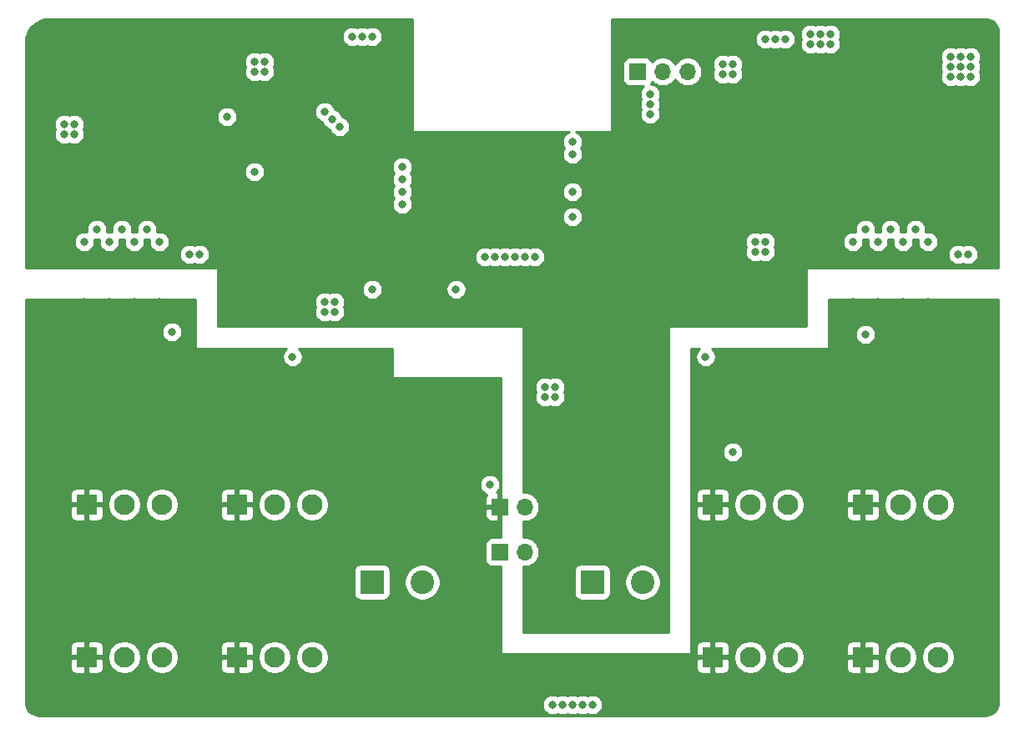
<source format=gbr>
G04 #@! TF.GenerationSoftware,KiCad,Pcbnew,(5.1.6)-1*
G04 #@! TF.CreationDate,2020-11-07T12:23:27+01:00*
G04 #@! TF.ProjectId,8-DI-ESP32-PCB,382d4449-2d45-4535-9033-322d5043422e,rev?*
G04 #@! TF.SameCoordinates,Original*
G04 #@! TF.FileFunction,Copper,L2,Inr*
G04 #@! TF.FilePolarity,Positive*
%FSLAX46Y46*%
G04 Gerber Fmt 4.6, Leading zero omitted, Abs format (unit mm)*
G04 Created by KiCad (PCBNEW (5.1.6)-1) date 2020-11-07 12:23:27*
%MOMM*%
%LPD*%
G01*
G04 APERTURE LIST*
G04 #@! TA.AperFunction,ViaPad*
%ADD10O,1.700000X1.700000*%
G04 #@! TD*
G04 #@! TA.AperFunction,ViaPad*
%ADD11R,1.700000X1.700000*%
G04 #@! TD*
G04 #@! TA.AperFunction,ViaPad*
%ADD12C,2.100000*%
G04 #@! TD*
G04 #@! TA.AperFunction,ViaPad*
%ADD13R,2.100000X2.100000*%
G04 #@! TD*
G04 #@! TA.AperFunction,ViaPad*
%ADD14C,2.400000*%
G04 #@! TD*
G04 #@! TA.AperFunction,ViaPad*
%ADD15R,2.400000X2.400000*%
G04 #@! TD*
G04 #@! TA.AperFunction,ViaPad*
%ADD16C,0.800000*%
G04 #@! TD*
G04 #@! TA.AperFunction,Conductor*
%ADD17C,0.254000*%
G04 #@! TD*
G04 APERTURE END LIST*
D10*
X162814000Y-64008000D03*
X160274000Y-64008000D03*
D11*
X157734000Y-64008000D03*
D12*
X188214000Y-107950000D03*
X184404000Y-107950000D03*
D13*
X180594000Y-107950000D03*
D10*
X146304000Y-112776000D03*
D11*
X143764000Y-112776000D03*
D10*
X146304000Y-108204000D03*
D11*
X143764000Y-108204000D03*
D14*
X158242000Y-115824000D03*
D15*
X153162000Y-115824000D03*
D14*
X135890000Y-115824000D03*
D15*
X130810000Y-115824000D03*
D12*
X188214000Y-123444000D03*
X184404000Y-123444000D03*
D13*
X180594000Y-123444000D03*
D12*
X172974000Y-107950000D03*
X169164000Y-107950000D03*
D13*
X165354000Y-107950000D03*
D12*
X172974000Y-123444000D03*
X169164000Y-123444000D03*
D13*
X165354000Y-123444000D03*
D12*
X124714000Y-107950000D03*
X120904000Y-107950000D03*
D13*
X117094000Y-107950000D03*
D12*
X124714000Y-123444000D03*
X120904000Y-123444000D03*
D13*
X117094000Y-123444000D03*
D12*
X109474000Y-107950000D03*
X105664000Y-107950000D03*
D13*
X101854000Y-107950000D03*
D12*
X109474000Y-123444000D03*
X105664000Y-123444000D03*
D13*
X101854000Y-123444000D03*
D16*
X142748000Y-105918000D03*
X149098000Y-128270000D03*
X150114000Y-128270000D03*
X151130000Y-128270000D03*
X152146000Y-128270000D03*
X153162000Y-128270000D03*
X167386000Y-102616000D03*
X176276000Y-61214000D03*
X175260000Y-61214000D03*
X170688000Y-60706000D03*
X176276000Y-60198000D03*
X172720000Y-60706000D03*
X177292000Y-61214000D03*
X175260000Y-60198000D03*
X177292000Y-60198000D03*
X171704000Y-60706000D03*
X190500000Y-64516000D03*
X189484000Y-64516000D03*
X191516000Y-62484000D03*
X190500000Y-62484000D03*
X191516000Y-64516000D03*
X191516000Y-63500000D03*
X190500000Y-63500000D03*
X189484000Y-63500000D03*
X189484000Y-62484000D03*
X180848000Y-80010000D03*
X183388000Y-80010000D03*
X185928000Y-80010000D03*
X190246000Y-82550000D03*
X191262000Y-82550000D03*
X127508000Y-69596000D03*
X126746000Y-68834000D03*
X125984000Y-68072000D03*
X129794000Y-60452000D03*
X128778000Y-60452000D03*
X130810000Y-60452000D03*
X102870000Y-80010000D03*
X105410000Y-80010000D03*
X107950000Y-80010000D03*
X112268000Y-82550000D03*
X113284000Y-82550000D03*
X159004000Y-68326000D03*
X159004000Y-67310000D03*
X159004000Y-66294000D03*
X118872000Y-62992000D03*
X119888000Y-62992000D03*
X119888000Y-64008000D03*
X118872000Y-64008000D03*
X100584000Y-69342000D03*
X100584000Y-70358000D03*
X99568000Y-70358000D03*
X99568000Y-69342000D03*
X125984000Y-88392000D03*
X127000000Y-88392000D03*
X127000000Y-87376000D03*
X125984000Y-87376000D03*
X142240000Y-82804000D03*
X143256000Y-82804000D03*
X144272000Y-82804000D03*
X145288000Y-82804000D03*
X146304000Y-82804000D03*
X147320000Y-82804000D03*
X148336000Y-96012000D03*
X149352000Y-96012000D03*
X149352000Y-97028000D03*
X148336000Y-97028000D03*
X169672000Y-82296000D03*
X170688000Y-82296000D03*
X170688000Y-81280000D03*
X169672000Y-81280000D03*
X166370000Y-64262000D03*
X167386000Y-64262000D03*
X167386000Y-63246000D03*
X166370000Y-63246000D03*
X191516000Y-66548000D03*
X190500000Y-66548000D03*
X189484000Y-66548000D03*
X191516000Y-68580000D03*
X190500000Y-68580000D03*
X189484000Y-68580000D03*
X191516000Y-67564000D03*
X190500000Y-67564000D03*
X189484000Y-67564000D03*
X183642000Y-68834000D03*
X181610000Y-68834000D03*
X182626000Y-68834000D03*
X182626000Y-62230000D03*
X183642000Y-62230000D03*
X111252000Y-75438000D03*
X112268000Y-75438000D03*
X189230000Y-75438000D03*
X190246000Y-75438000D03*
X173990000Y-70104000D03*
X181610000Y-62230000D03*
X131826000Y-68580000D03*
X131826000Y-67564000D03*
X122936000Y-60960000D03*
X122936000Y-61976000D03*
X139326000Y-86106000D03*
X116078000Y-68580000D03*
X118872000Y-74168000D03*
X130810000Y-86106000D03*
X105410000Y-94488000D03*
X112522000Y-94488000D03*
X119634000Y-94488000D03*
X126746000Y-94488000D03*
X109220000Y-87376000D03*
X106680000Y-87376000D03*
X104140000Y-87376000D03*
X101600000Y-87376000D03*
X184658000Y-87376000D03*
X187198000Y-87376000D03*
X182118000Y-87376000D03*
X179578000Y-87376000D03*
X168656000Y-94488000D03*
X175768000Y-94488000D03*
X182880000Y-94488000D03*
X189992000Y-94488000D03*
X133858000Y-98806000D03*
X132842000Y-98806000D03*
X131826000Y-98806000D03*
X122722000Y-92964000D03*
X110490000Y-90424000D03*
X180848000Y-90678000D03*
X164632000Y-92964000D03*
X133858000Y-73660000D03*
X101600000Y-81280000D03*
X133858000Y-74930000D03*
X104140000Y-81280000D03*
X133858000Y-76200000D03*
X106680000Y-81280000D03*
X133858000Y-77470000D03*
X109220000Y-81280000D03*
X151130000Y-71120000D03*
X187198000Y-81280000D03*
X151130000Y-72390000D03*
X184658000Y-81280000D03*
X151130000Y-76200000D03*
X182118000Y-81280000D03*
X151130000Y-78740000D03*
X179578000Y-81280000D03*
D17*
G36*
X112873000Y-92000000D02*
G01*
X112875440Y-92024776D01*
X112882667Y-92048601D01*
X112894403Y-92070557D01*
X112910197Y-92089803D01*
X112929443Y-92105597D01*
X112951399Y-92117333D01*
X112975224Y-92124560D01*
X113000000Y-92127000D01*
X122111708Y-92127000D01*
X122062226Y-92160063D01*
X121918063Y-92304226D01*
X121804795Y-92473744D01*
X121726774Y-92662102D01*
X121687000Y-92862061D01*
X121687000Y-93065939D01*
X121726774Y-93265898D01*
X121804795Y-93454256D01*
X121918063Y-93623774D01*
X122062226Y-93767937D01*
X122231744Y-93881205D01*
X122420102Y-93959226D01*
X122620061Y-93999000D01*
X122823939Y-93999000D01*
X123023898Y-93959226D01*
X123212256Y-93881205D01*
X123381774Y-93767937D01*
X123525937Y-93623774D01*
X123639205Y-93454256D01*
X123717226Y-93265898D01*
X123757000Y-93065939D01*
X123757000Y-92862061D01*
X123717226Y-92662102D01*
X123639205Y-92473744D01*
X123525937Y-92304226D01*
X123381774Y-92160063D01*
X123332292Y-92127000D01*
X132873000Y-92127000D01*
X132873000Y-95000000D01*
X132875440Y-95024776D01*
X132882667Y-95048601D01*
X132894403Y-95070557D01*
X132910197Y-95089803D01*
X132929443Y-95105597D01*
X132951399Y-95117333D01*
X132975224Y-95124560D01*
X133000000Y-95127000D01*
X143873000Y-95127000D01*
X143873000Y-111287928D01*
X142914000Y-111287928D01*
X142789518Y-111300188D01*
X142669820Y-111336498D01*
X142559506Y-111395463D01*
X142462815Y-111474815D01*
X142383463Y-111571506D01*
X142324498Y-111681820D01*
X142288188Y-111801518D01*
X142275928Y-111926000D01*
X142275928Y-113626000D01*
X142288188Y-113750482D01*
X142324498Y-113870180D01*
X142383463Y-113980494D01*
X142462815Y-114077185D01*
X142559506Y-114156537D01*
X142669820Y-114215502D01*
X142789518Y-114251812D01*
X142914000Y-114264072D01*
X143873000Y-114264072D01*
X143873000Y-123000000D01*
X143875440Y-123024776D01*
X143882667Y-123048601D01*
X143894403Y-123070557D01*
X143910197Y-123089803D01*
X143929443Y-123105597D01*
X143951399Y-123117333D01*
X143975224Y-123124560D01*
X144000000Y-123127000D01*
X163000000Y-123127000D01*
X163024776Y-123124560D01*
X163048601Y-123117333D01*
X163070557Y-123105597D01*
X163089803Y-123089803D01*
X163105597Y-123070557D01*
X163117333Y-123048601D01*
X163124560Y-123024776D01*
X163127000Y-123000000D01*
X163127000Y-122394000D01*
X163665928Y-122394000D01*
X163669000Y-123158250D01*
X163827750Y-123317000D01*
X165227000Y-123317000D01*
X165227000Y-121917750D01*
X165481000Y-121917750D01*
X165481000Y-123317000D01*
X166880250Y-123317000D01*
X166919208Y-123278042D01*
X167479000Y-123278042D01*
X167479000Y-123609958D01*
X167543754Y-123935496D01*
X167670772Y-124242147D01*
X167855175Y-124518125D01*
X168089875Y-124752825D01*
X168365853Y-124937228D01*
X168672504Y-125064246D01*
X168998042Y-125129000D01*
X169329958Y-125129000D01*
X169655496Y-125064246D01*
X169962147Y-124937228D01*
X170238125Y-124752825D01*
X170472825Y-124518125D01*
X170657228Y-124242147D01*
X170784246Y-123935496D01*
X170849000Y-123609958D01*
X170849000Y-123278042D01*
X171289000Y-123278042D01*
X171289000Y-123609958D01*
X171353754Y-123935496D01*
X171480772Y-124242147D01*
X171665175Y-124518125D01*
X171899875Y-124752825D01*
X172175853Y-124937228D01*
X172482504Y-125064246D01*
X172808042Y-125129000D01*
X173139958Y-125129000D01*
X173465496Y-125064246D01*
X173772147Y-124937228D01*
X174048125Y-124752825D01*
X174282825Y-124518125D01*
X174298944Y-124494000D01*
X178905928Y-124494000D01*
X178918188Y-124618482D01*
X178954498Y-124738180D01*
X179013463Y-124848494D01*
X179092815Y-124945185D01*
X179189506Y-125024537D01*
X179299820Y-125083502D01*
X179419518Y-125119812D01*
X179544000Y-125132072D01*
X180308250Y-125129000D01*
X180467000Y-124970250D01*
X180467000Y-123571000D01*
X180721000Y-123571000D01*
X180721000Y-124970250D01*
X180879750Y-125129000D01*
X181644000Y-125132072D01*
X181768482Y-125119812D01*
X181888180Y-125083502D01*
X181998494Y-125024537D01*
X182095185Y-124945185D01*
X182174537Y-124848494D01*
X182233502Y-124738180D01*
X182269812Y-124618482D01*
X182282072Y-124494000D01*
X182279000Y-123729750D01*
X182120250Y-123571000D01*
X180721000Y-123571000D01*
X180467000Y-123571000D01*
X179067750Y-123571000D01*
X178909000Y-123729750D01*
X178905928Y-124494000D01*
X174298944Y-124494000D01*
X174467228Y-124242147D01*
X174594246Y-123935496D01*
X174659000Y-123609958D01*
X174659000Y-123278042D01*
X174594246Y-122952504D01*
X174467228Y-122645853D01*
X174298945Y-122394000D01*
X178905928Y-122394000D01*
X178909000Y-123158250D01*
X179067750Y-123317000D01*
X180467000Y-123317000D01*
X180467000Y-121917750D01*
X180721000Y-121917750D01*
X180721000Y-123317000D01*
X182120250Y-123317000D01*
X182159208Y-123278042D01*
X182719000Y-123278042D01*
X182719000Y-123609958D01*
X182783754Y-123935496D01*
X182910772Y-124242147D01*
X183095175Y-124518125D01*
X183329875Y-124752825D01*
X183605853Y-124937228D01*
X183912504Y-125064246D01*
X184238042Y-125129000D01*
X184569958Y-125129000D01*
X184895496Y-125064246D01*
X185202147Y-124937228D01*
X185478125Y-124752825D01*
X185712825Y-124518125D01*
X185897228Y-124242147D01*
X186024246Y-123935496D01*
X186089000Y-123609958D01*
X186089000Y-123278042D01*
X186529000Y-123278042D01*
X186529000Y-123609958D01*
X186593754Y-123935496D01*
X186720772Y-124242147D01*
X186905175Y-124518125D01*
X187139875Y-124752825D01*
X187415853Y-124937228D01*
X187722504Y-125064246D01*
X188048042Y-125129000D01*
X188379958Y-125129000D01*
X188705496Y-125064246D01*
X189012147Y-124937228D01*
X189288125Y-124752825D01*
X189522825Y-124518125D01*
X189707228Y-124242147D01*
X189834246Y-123935496D01*
X189899000Y-123609958D01*
X189899000Y-123278042D01*
X189834246Y-122952504D01*
X189707228Y-122645853D01*
X189522825Y-122369875D01*
X189288125Y-122135175D01*
X189012147Y-121950772D01*
X188705496Y-121823754D01*
X188379958Y-121759000D01*
X188048042Y-121759000D01*
X187722504Y-121823754D01*
X187415853Y-121950772D01*
X187139875Y-122135175D01*
X186905175Y-122369875D01*
X186720772Y-122645853D01*
X186593754Y-122952504D01*
X186529000Y-123278042D01*
X186089000Y-123278042D01*
X186024246Y-122952504D01*
X185897228Y-122645853D01*
X185712825Y-122369875D01*
X185478125Y-122135175D01*
X185202147Y-121950772D01*
X184895496Y-121823754D01*
X184569958Y-121759000D01*
X184238042Y-121759000D01*
X183912504Y-121823754D01*
X183605853Y-121950772D01*
X183329875Y-122135175D01*
X183095175Y-122369875D01*
X182910772Y-122645853D01*
X182783754Y-122952504D01*
X182719000Y-123278042D01*
X182159208Y-123278042D01*
X182279000Y-123158250D01*
X182282072Y-122394000D01*
X182269812Y-122269518D01*
X182233502Y-122149820D01*
X182174537Y-122039506D01*
X182095185Y-121942815D01*
X181998494Y-121863463D01*
X181888180Y-121804498D01*
X181768482Y-121768188D01*
X181644000Y-121755928D01*
X180879750Y-121759000D01*
X180721000Y-121917750D01*
X180467000Y-121917750D01*
X180308250Y-121759000D01*
X179544000Y-121755928D01*
X179419518Y-121768188D01*
X179299820Y-121804498D01*
X179189506Y-121863463D01*
X179092815Y-121942815D01*
X179013463Y-122039506D01*
X178954498Y-122149820D01*
X178918188Y-122269518D01*
X178905928Y-122394000D01*
X174298945Y-122394000D01*
X174282825Y-122369875D01*
X174048125Y-122135175D01*
X173772147Y-121950772D01*
X173465496Y-121823754D01*
X173139958Y-121759000D01*
X172808042Y-121759000D01*
X172482504Y-121823754D01*
X172175853Y-121950772D01*
X171899875Y-122135175D01*
X171665175Y-122369875D01*
X171480772Y-122645853D01*
X171353754Y-122952504D01*
X171289000Y-123278042D01*
X170849000Y-123278042D01*
X170784246Y-122952504D01*
X170657228Y-122645853D01*
X170472825Y-122369875D01*
X170238125Y-122135175D01*
X169962147Y-121950772D01*
X169655496Y-121823754D01*
X169329958Y-121759000D01*
X168998042Y-121759000D01*
X168672504Y-121823754D01*
X168365853Y-121950772D01*
X168089875Y-122135175D01*
X167855175Y-122369875D01*
X167670772Y-122645853D01*
X167543754Y-122952504D01*
X167479000Y-123278042D01*
X166919208Y-123278042D01*
X167039000Y-123158250D01*
X167042072Y-122394000D01*
X167029812Y-122269518D01*
X166993502Y-122149820D01*
X166934537Y-122039506D01*
X166855185Y-121942815D01*
X166758494Y-121863463D01*
X166648180Y-121804498D01*
X166528482Y-121768188D01*
X166404000Y-121755928D01*
X165639750Y-121759000D01*
X165481000Y-121917750D01*
X165227000Y-121917750D01*
X165068250Y-121759000D01*
X164304000Y-121755928D01*
X164179518Y-121768188D01*
X164059820Y-121804498D01*
X163949506Y-121863463D01*
X163852815Y-121942815D01*
X163773463Y-122039506D01*
X163714498Y-122149820D01*
X163678188Y-122269518D01*
X163665928Y-122394000D01*
X163127000Y-122394000D01*
X163127000Y-109000000D01*
X163665928Y-109000000D01*
X163678188Y-109124482D01*
X163714498Y-109244180D01*
X163773463Y-109354494D01*
X163852815Y-109451185D01*
X163949506Y-109530537D01*
X164059820Y-109589502D01*
X164179518Y-109625812D01*
X164304000Y-109638072D01*
X165068250Y-109635000D01*
X165227000Y-109476250D01*
X165227000Y-108077000D01*
X165481000Y-108077000D01*
X165481000Y-109476250D01*
X165639750Y-109635000D01*
X166404000Y-109638072D01*
X166528482Y-109625812D01*
X166648180Y-109589502D01*
X166758494Y-109530537D01*
X166855185Y-109451185D01*
X166934537Y-109354494D01*
X166993502Y-109244180D01*
X167029812Y-109124482D01*
X167042072Y-109000000D01*
X167039000Y-108235750D01*
X166880250Y-108077000D01*
X165481000Y-108077000D01*
X165227000Y-108077000D01*
X163827750Y-108077000D01*
X163669000Y-108235750D01*
X163665928Y-109000000D01*
X163127000Y-109000000D01*
X163127000Y-106900000D01*
X163665928Y-106900000D01*
X163669000Y-107664250D01*
X163827750Y-107823000D01*
X165227000Y-107823000D01*
X165227000Y-106423750D01*
X165481000Y-106423750D01*
X165481000Y-107823000D01*
X166880250Y-107823000D01*
X166919208Y-107784042D01*
X167479000Y-107784042D01*
X167479000Y-108115958D01*
X167543754Y-108441496D01*
X167670772Y-108748147D01*
X167855175Y-109024125D01*
X168089875Y-109258825D01*
X168365853Y-109443228D01*
X168672504Y-109570246D01*
X168998042Y-109635000D01*
X169329958Y-109635000D01*
X169655496Y-109570246D01*
X169962147Y-109443228D01*
X170238125Y-109258825D01*
X170472825Y-109024125D01*
X170657228Y-108748147D01*
X170784246Y-108441496D01*
X170849000Y-108115958D01*
X170849000Y-107784042D01*
X171289000Y-107784042D01*
X171289000Y-108115958D01*
X171353754Y-108441496D01*
X171480772Y-108748147D01*
X171665175Y-109024125D01*
X171899875Y-109258825D01*
X172175853Y-109443228D01*
X172482504Y-109570246D01*
X172808042Y-109635000D01*
X173139958Y-109635000D01*
X173465496Y-109570246D01*
X173772147Y-109443228D01*
X174048125Y-109258825D01*
X174282825Y-109024125D01*
X174298944Y-109000000D01*
X178905928Y-109000000D01*
X178918188Y-109124482D01*
X178954498Y-109244180D01*
X179013463Y-109354494D01*
X179092815Y-109451185D01*
X179189506Y-109530537D01*
X179299820Y-109589502D01*
X179419518Y-109625812D01*
X179544000Y-109638072D01*
X180308250Y-109635000D01*
X180467000Y-109476250D01*
X180467000Y-108077000D01*
X180721000Y-108077000D01*
X180721000Y-109476250D01*
X180879750Y-109635000D01*
X181644000Y-109638072D01*
X181768482Y-109625812D01*
X181888180Y-109589502D01*
X181998494Y-109530537D01*
X182095185Y-109451185D01*
X182174537Y-109354494D01*
X182233502Y-109244180D01*
X182269812Y-109124482D01*
X182282072Y-109000000D01*
X182279000Y-108235750D01*
X182120250Y-108077000D01*
X180721000Y-108077000D01*
X180467000Y-108077000D01*
X179067750Y-108077000D01*
X178909000Y-108235750D01*
X178905928Y-109000000D01*
X174298944Y-109000000D01*
X174467228Y-108748147D01*
X174594246Y-108441496D01*
X174659000Y-108115958D01*
X174659000Y-107784042D01*
X174594246Y-107458504D01*
X174467228Y-107151853D01*
X174298945Y-106900000D01*
X178905928Y-106900000D01*
X178909000Y-107664250D01*
X179067750Y-107823000D01*
X180467000Y-107823000D01*
X180467000Y-106423750D01*
X180721000Y-106423750D01*
X180721000Y-107823000D01*
X182120250Y-107823000D01*
X182159208Y-107784042D01*
X182719000Y-107784042D01*
X182719000Y-108115958D01*
X182783754Y-108441496D01*
X182910772Y-108748147D01*
X183095175Y-109024125D01*
X183329875Y-109258825D01*
X183605853Y-109443228D01*
X183912504Y-109570246D01*
X184238042Y-109635000D01*
X184569958Y-109635000D01*
X184895496Y-109570246D01*
X185202147Y-109443228D01*
X185478125Y-109258825D01*
X185712825Y-109024125D01*
X185897228Y-108748147D01*
X186024246Y-108441496D01*
X186089000Y-108115958D01*
X186089000Y-107784042D01*
X186529000Y-107784042D01*
X186529000Y-108115958D01*
X186593754Y-108441496D01*
X186720772Y-108748147D01*
X186905175Y-109024125D01*
X187139875Y-109258825D01*
X187415853Y-109443228D01*
X187722504Y-109570246D01*
X188048042Y-109635000D01*
X188379958Y-109635000D01*
X188705496Y-109570246D01*
X189012147Y-109443228D01*
X189288125Y-109258825D01*
X189522825Y-109024125D01*
X189707228Y-108748147D01*
X189834246Y-108441496D01*
X189899000Y-108115958D01*
X189899000Y-107784042D01*
X189834246Y-107458504D01*
X189707228Y-107151853D01*
X189522825Y-106875875D01*
X189288125Y-106641175D01*
X189012147Y-106456772D01*
X188705496Y-106329754D01*
X188379958Y-106265000D01*
X188048042Y-106265000D01*
X187722504Y-106329754D01*
X187415853Y-106456772D01*
X187139875Y-106641175D01*
X186905175Y-106875875D01*
X186720772Y-107151853D01*
X186593754Y-107458504D01*
X186529000Y-107784042D01*
X186089000Y-107784042D01*
X186024246Y-107458504D01*
X185897228Y-107151853D01*
X185712825Y-106875875D01*
X185478125Y-106641175D01*
X185202147Y-106456772D01*
X184895496Y-106329754D01*
X184569958Y-106265000D01*
X184238042Y-106265000D01*
X183912504Y-106329754D01*
X183605853Y-106456772D01*
X183329875Y-106641175D01*
X183095175Y-106875875D01*
X182910772Y-107151853D01*
X182783754Y-107458504D01*
X182719000Y-107784042D01*
X182159208Y-107784042D01*
X182279000Y-107664250D01*
X182282072Y-106900000D01*
X182269812Y-106775518D01*
X182233502Y-106655820D01*
X182174537Y-106545506D01*
X182095185Y-106448815D01*
X181998494Y-106369463D01*
X181888180Y-106310498D01*
X181768482Y-106274188D01*
X181644000Y-106261928D01*
X180879750Y-106265000D01*
X180721000Y-106423750D01*
X180467000Y-106423750D01*
X180308250Y-106265000D01*
X179544000Y-106261928D01*
X179419518Y-106274188D01*
X179299820Y-106310498D01*
X179189506Y-106369463D01*
X179092815Y-106448815D01*
X179013463Y-106545506D01*
X178954498Y-106655820D01*
X178918188Y-106775518D01*
X178905928Y-106900000D01*
X174298945Y-106900000D01*
X174282825Y-106875875D01*
X174048125Y-106641175D01*
X173772147Y-106456772D01*
X173465496Y-106329754D01*
X173139958Y-106265000D01*
X172808042Y-106265000D01*
X172482504Y-106329754D01*
X172175853Y-106456772D01*
X171899875Y-106641175D01*
X171665175Y-106875875D01*
X171480772Y-107151853D01*
X171353754Y-107458504D01*
X171289000Y-107784042D01*
X170849000Y-107784042D01*
X170784246Y-107458504D01*
X170657228Y-107151853D01*
X170472825Y-106875875D01*
X170238125Y-106641175D01*
X169962147Y-106456772D01*
X169655496Y-106329754D01*
X169329958Y-106265000D01*
X168998042Y-106265000D01*
X168672504Y-106329754D01*
X168365853Y-106456772D01*
X168089875Y-106641175D01*
X167855175Y-106875875D01*
X167670772Y-107151853D01*
X167543754Y-107458504D01*
X167479000Y-107784042D01*
X166919208Y-107784042D01*
X167039000Y-107664250D01*
X167042072Y-106900000D01*
X167029812Y-106775518D01*
X166993502Y-106655820D01*
X166934537Y-106545506D01*
X166855185Y-106448815D01*
X166758494Y-106369463D01*
X166648180Y-106310498D01*
X166528482Y-106274188D01*
X166404000Y-106261928D01*
X165639750Y-106265000D01*
X165481000Y-106423750D01*
X165227000Y-106423750D01*
X165068250Y-106265000D01*
X164304000Y-106261928D01*
X164179518Y-106274188D01*
X164059820Y-106310498D01*
X163949506Y-106369463D01*
X163852815Y-106448815D01*
X163773463Y-106545506D01*
X163714498Y-106655820D01*
X163678188Y-106775518D01*
X163665928Y-106900000D01*
X163127000Y-106900000D01*
X163127000Y-102514061D01*
X166351000Y-102514061D01*
X166351000Y-102717939D01*
X166390774Y-102917898D01*
X166468795Y-103106256D01*
X166582063Y-103275774D01*
X166726226Y-103419937D01*
X166895744Y-103533205D01*
X167084102Y-103611226D01*
X167284061Y-103651000D01*
X167487939Y-103651000D01*
X167687898Y-103611226D01*
X167876256Y-103533205D01*
X168045774Y-103419937D01*
X168189937Y-103275774D01*
X168303205Y-103106256D01*
X168381226Y-102917898D01*
X168421000Y-102717939D01*
X168421000Y-102514061D01*
X168381226Y-102314102D01*
X168303205Y-102125744D01*
X168189937Y-101956226D01*
X168045774Y-101812063D01*
X167876256Y-101698795D01*
X167687898Y-101620774D01*
X167487939Y-101581000D01*
X167284061Y-101581000D01*
X167084102Y-101620774D01*
X166895744Y-101698795D01*
X166726226Y-101812063D01*
X166582063Y-101956226D01*
X166468795Y-102125744D01*
X166390774Y-102314102D01*
X166351000Y-102514061D01*
X163127000Y-102514061D01*
X163127000Y-92127000D01*
X164021708Y-92127000D01*
X163972226Y-92160063D01*
X163828063Y-92304226D01*
X163714795Y-92473744D01*
X163636774Y-92662102D01*
X163597000Y-92862061D01*
X163597000Y-93065939D01*
X163636774Y-93265898D01*
X163714795Y-93454256D01*
X163828063Y-93623774D01*
X163972226Y-93767937D01*
X164141744Y-93881205D01*
X164330102Y-93959226D01*
X164530061Y-93999000D01*
X164733939Y-93999000D01*
X164933898Y-93959226D01*
X165122256Y-93881205D01*
X165291774Y-93767937D01*
X165435937Y-93623774D01*
X165549205Y-93454256D01*
X165627226Y-93265898D01*
X165667000Y-93065939D01*
X165667000Y-92862061D01*
X165627226Y-92662102D01*
X165549205Y-92473744D01*
X165435937Y-92304226D01*
X165291774Y-92160063D01*
X165242292Y-92127000D01*
X177000000Y-92127000D01*
X177024776Y-92124560D01*
X177048601Y-92117333D01*
X177070557Y-92105597D01*
X177089803Y-92089803D01*
X177105597Y-92070557D01*
X177117333Y-92048601D01*
X177124560Y-92024776D01*
X177127000Y-92000000D01*
X177127000Y-90576061D01*
X179813000Y-90576061D01*
X179813000Y-90779939D01*
X179852774Y-90979898D01*
X179930795Y-91168256D01*
X180044063Y-91337774D01*
X180188226Y-91481937D01*
X180357744Y-91595205D01*
X180546102Y-91673226D01*
X180746061Y-91713000D01*
X180949939Y-91713000D01*
X181149898Y-91673226D01*
X181338256Y-91595205D01*
X181507774Y-91481937D01*
X181651937Y-91337774D01*
X181765205Y-91168256D01*
X181843226Y-90979898D01*
X181883000Y-90779939D01*
X181883000Y-90576061D01*
X181843226Y-90376102D01*
X181765205Y-90187744D01*
X181651937Y-90018226D01*
X181507774Y-89874063D01*
X181338256Y-89760795D01*
X181149898Y-89682774D01*
X180949939Y-89643000D01*
X180746061Y-89643000D01*
X180546102Y-89682774D01*
X180357744Y-89760795D01*
X180188226Y-89874063D01*
X180044063Y-90018226D01*
X179930795Y-90187744D01*
X179852774Y-90376102D01*
X179813000Y-90576061D01*
X177127000Y-90576061D01*
X177127000Y-87127000D01*
X194340001Y-87127000D01*
X194340000Y-127967721D01*
X194311375Y-128259660D01*
X194235965Y-128509429D01*
X194113477Y-128739794D01*
X193948579Y-128941979D01*
X193747546Y-129108288D01*
X193518046Y-129232378D01*
X193268805Y-129309531D01*
X192978911Y-129340000D01*
X97032279Y-129340000D01*
X96740340Y-129311375D01*
X96490571Y-129235965D01*
X96260206Y-129113477D01*
X96058021Y-128948579D01*
X95891712Y-128747546D01*
X95767622Y-128518046D01*
X95690469Y-128268805D01*
X95679881Y-128168061D01*
X148063000Y-128168061D01*
X148063000Y-128371939D01*
X148102774Y-128571898D01*
X148180795Y-128760256D01*
X148294063Y-128929774D01*
X148438226Y-129073937D01*
X148607744Y-129187205D01*
X148796102Y-129265226D01*
X148996061Y-129305000D01*
X149199939Y-129305000D01*
X149399898Y-129265226D01*
X149588256Y-129187205D01*
X149606000Y-129175349D01*
X149623744Y-129187205D01*
X149812102Y-129265226D01*
X150012061Y-129305000D01*
X150215939Y-129305000D01*
X150415898Y-129265226D01*
X150604256Y-129187205D01*
X150622000Y-129175349D01*
X150639744Y-129187205D01*
X150828102Y-129265226D01*
X151028061Y-129305000D01*
X151231939Y-129305000D01*
X151431898Y-129265226D01*
X151620256Y-129187205D01*
X151638000Y-129175349D01*
X151655744Y-129187205D01*
X151844102Y-129265226D01*
X152044061Y-129305000D01*
X152247939Y-129305000D01*
X152447898Y-129265226D01*
X152636256Y-129187205D01*
X152654000Y-129175349D01*
X152671744Y-129187205D01*
X152860102Y-129265226D01*
X153060061Y-129305000D01*
X153263939Y-129305000D01*
X153463898Y-129265226D01*
X153652256Y-129187205D01*
X153821774Y-129073937D01*
X153965937Y-128929774D01*
X154079205Y-128760256D01*
X154157226Y-128571898D01*
X154197000Y-128371939D01*
X154197000Y-128168061D01*
X154157226Y-127968102D01*
X154079205Y-127779744D01*
X153965937Y-127610226D01*
X153821774Y-127466063D01*
X153652256Y-127352795D01*
X153463898Y-127274774D01*
X153263939Y-127235000D01*
X153060061Y-127235000D01*
X152860102Y-127274774D01*
X152671744Y-127352795D01*
X152654000Y-127364651D01*
X152636256Y-127352795D01*
X152447898Y-127274774D01*
X152247939Y-127235000D01*
X152044061Y-127235000D01*
X151844102Y-127274774D01*
X151655744Y-127352795D01*
X151638000Y-127364651D01*
X151620256Y-127352795D01*
X151431898Y-127274774D01*
X151231939Y-127235000D01*
X151028061Y-127235000D01*
X150828102Y-127274774D01*
X150639744Y-127352795D01*
X150622000Y-127364651D01*
X150604256Y-127352795D01*
X150415898Y-127274774D01*
X150215939Y-127235000D01*
X150012061Y-127235000D01*
X149812102Y-127274774D01*
X149623744Y-127352795D01*
X149606000Y-127364651D01*
X149588256Y-127352795D01*
X149399898Y-127274774D01*
X149199939Y-127235000D01*
X148996061Y-127235000D01*
X148796102Y-127274774D01*
X148607744Y-127352795D01*
X148438226Y-127466063D01*
X148294063Y-127610226D01*
X148180795Y-127779744D01*
X148102774Y-127968102D01*
X148063000Y-128168061D01*
X95679881Y-128168061D01*
X95660000Y-127978911D01*
X95660000Y-124494000D01*
X100165928Y-124494000D01*
X100178188Y-124618482D01*
X100214498Y-124738180D01*
X100273463Y-124848494D01*
X100352815Y-124945185D01*
X100449506Y-125024537D01*
X100559820Y-125083502D01*
X100679518Y-125119812D01*
X100804000Y-125132072D01*
X101568250Y-125129000D01*
X101727000Y-124970250D01*
X101727000Y-123571000D01*
X101981000Y-123571000D01*
X101981000Y-124970250D01*
X102139750Y-125129000D01*
X102904000Y-125132072D01*
X103028482Y-125119812D01*
X103148180Y-125083502D01*
X103258494Y-125024537D01*
X103355185Y-124945185D01*
X103434537Y-124848494D01*
X103493502Y-124738180D01*
X103529812Y-124618482D01*
X103542072Y-124494000D01*
X103539000Y-123729750D01*
X103380250Y-123571000D01*
X101981000Y-123571000D01*
X101727000Y-123571000D01*
X100327750Y-123571000D01*
X100169000Y-123729750D01*
X100165928Y-124494000D01*
X95660000Y-124494000D01*
X95660000Y-122394000D01*
X100165928Y-122394000D01*
X100169000Y-123158250D01*
X100327750Y-123317000D01*
X101727000Y-123317000D01*
X101727000Y-121917750D01*
X101981000Y-121917750D01*
X101981000Y-123317000D01*
X103380250Y-123317000D01*
X103419208Y-123278042D01*
X103979000Y-123278042D01*
X103979000Y-123609958D01*
X104043754Y-123935496D01*
X104170772Y-124242147D01*
X104355175Y-124518125D01*
X104589875Y-124752825D01*
X104865853Y-124937228D01*
X105172504Y-125064246D01*
X105498042Y-125129000D01*
X105829958Y-125129000D01*
X106155496Y-125064246D01*
X106462147Y-124937228D01*
X106738125Y-124752825D01*
X106972825Y-124518125D01*
X107157228Y-124242147D01*
X107284246Y-123935496D01*
X107349000Y-123609958D01*
X107349000Y-123278042D01*
X107789000Y-123278042D01*
X107789000Y-123609958D01*
X107853754Y-123935496D01*
X107980772Y-124242147D01*
X108165175Y-124518125D01*
X108399875Y-124752825D01*
X108675853Y-124937228D01*
X108982504Y-125064246D01*
X109308042Y-125129000D01*
X109639958Y-125129000D01*
X109965496Y-125064246D01*
X110272147Y-124937228D01*
X110548125Y-124752825D01*
X110782825Y-124518125D01*
X110798944Y-124494000D01*
X115405928Y-124494000D01*
X115418188Y-124618482D01*
X115454498Y-124738180D01*
X115513463Y-124848494D01*
X115592815Y-124945185D01*
X115689506Y-125024537D01*
X115799820Y-125083502D01*
X115919518Y-125119812D01*
X116044000Y-125132072D01*
X116808250Y-125129000D01*
X116967000Y-124970250D01*
X116967000Y-123571000D01*
X117221000Y-123571000D01*
X117221000Y-124970250D01*
X117379750Y-125129000D01*
X118144000Y-125132072D01*
X118268482Y-125119812D01*
X118388180Y-125083502D01*
X118498494Y-125024537D01*
X118595185Y-124945185D01*
X118674537Y-124848494D01*
X118733502Y-124738180D01*
X118769812Y-124618482D01*
X118782072Y-124494000D01*
X118779000Y-123729750D01*
X118620250Y-123571000D01*
X117221000Y-123571000D01*
X116967000Y-123571000D01*
X115567750Y-123571000D01*
X115409000Y-123729750D01*
X115405928Y-124494000D01*
X110798944Y-124494000D01*
X110967228Y-124242147D01*
X111094246Y-123935496D01*
X111159000Y-123609958D01*
X111159000Y-123278042D01*
X111094246Y-122952504D01*
X110967228Y-122645853D01*
X110798945Y-122394000D01*
X115405928Y-122394000D01*
X115409000Y-123158250D01*
X115567750Y-123317000D01*
X116967000Y-123317000D01*
X116967000Y-121917750D01*
X117221000Y-121917750D01*
X117221000Y-123317000D01*
X118620250Y-123317000D01*
X118659208Y-123278042D01*
X119219000Y-123278042D01*
X119219000Y-123609958D01*
X119283754Y-123935496D01*
X119410772Y-124242147D01*
X119595175Y-124518125D01*
X119829875Y-124752825D01*
X120105853Y-124937228D01*
X120412504Y-125064246D01*
X120738042Y-125129000D01*
X121069958Y-125129000D01*
X121395496Y-125064246D01*
X121702147Y-124937228D01*
X121978125Y-124752825D01*
X122212825Y-124518125D01*
X122397228Y-124242147D01*
X122524246Y-123935496D01*
X122589000Y-123609958D01*
X122589000Y-123278042D01*
X123029000Y-123278042D01*
X123029000Y-123609958D01*
X123093754Y-123935496D01*
X123220772Y-124242147D01*
X123405175Y-124518125D01*
X123639875Y-124752825D01*
X123915853Y-124937228D01*
X124222504Y-125064246D01*
X124548042Y-125129000D01*
X124879958Y-125129000D01*
X125205496Y-125064246D01*
X125512147Y-124937228D01*
X125788125Y-124752825D01*
X126022825Y-124518125D01*
X126038944Y-124494000D01*
X163665928Y-124494000D01*
X163678188Y-124618482D01*
X163714498Y-124738180D01*
X163773463Y-124848494D01*
X163852815Y-124945185D01*
X163949506Y-125024537D01*
X164059820Y-125083502D01*
X164179518Y-125119812D01*
X164304000Y-125132072D01*
X165068250Y-125129000D01*
X165227000Y-124970250D01*
X165227000Y-123571000D01*
X165481000Y-123571000D01*
X165481000Y-124970250D01*
X165639750Y-125129000D01*
X166404000Y-125132072D01*
X166528482Y-125119812D01*
X166648180Y-125083502D01*
X166758494Y-125024537D01*
X166855185Y-124945185D01*
X166934537Y-124848494D01*
X166993502Y-124738180D01*
X167029812Y-124618482D01*
X167042072Y-124494000D01*
X167039000Y-123729750D01*
X166880250Y-123571000D01*
X165481000Y-123571000D01*
X165227000Y-123571000D01*
X163827750Y-123571000D01*
X163669000Y-123729750D01*
X163665928Y-124494000D01*
X126038944Y-124494000D01*
X126207228Y-124242147D01*
X126334246Y-123935496D01*
X126399000Y-123609958D01*
X126399000Y-123278042D01*
X126334246Y-122952504D01*
X126207228Y-122645853D01*
X126022825Y-122369875D01*
X125788125Y-122135175D01*
X125512147Y-121950772D01*
X125205496Y-121823754D01*
X124879958Y-121759000D01*
X124548042Y-121759000D01*
X124222504Y-121823754D01*
X123915853Y-121950772D01*
X123639875Y-122135175D01*
X123405175Y-122369875D01*
X123220772Y-122645853D01*
X123093754Y-122952504D01*
X123029000Y-123278042D01*
X122589000Y-123278042D01*
X122524246Y-122952504D01*
X122397228Y-122645853D01*
X122212825Y-122369875D01*
X121978125Y-122135175D01*
X121702147Y-121950772D01*
X121395496Y-121823754D01*
X121069958Y-121759000D01*
X120738042Y-121759000D01*
X120412504Y-121823754D01*
X120105853Y-121950772D01*
X119829875Y-122135175D01*
X119595175Y-122369875D01*
X119410772Y-122645853D01*
X119283754Y-122952504D01*
X119219000Y-123278042D01*
X118659208Y-123278042D01*
X118779000Y-123158250D01*
X118782072Y-122394000D01*
X118769812Y-122269518D01*
X118733502Y-122149820D01*
X118674537Y-122039506D01*
X118595185Y-121942815D01*
X118498494Y-121863463D01*
X118388180Y-121804498D01*
X118268482Y-121768188D01*
X118144000Y-121755928D01*
X117379750Y-121759000D01*
X117221000Y-121917750D01*
X116967000Y-121917750D01*
X116808250Y-121759000D01*
X116044000Y-121755928D01*
X115919518Y-121768188D01*
X115799820Y-121804498D01*
X115689506Y-121863463D01*
X115592815Y-121942815D01*
X115513463Y-122039506D01*
X115454498Y-122149820D01*
X115418188Y-122269518D01*
X115405928Y-122394000D01*
X110798945Y-122394000D01*
X110782825Y-122369875D01*
X110548125Y-122135175D01*
X110272147Y-121950772D01*
X109965496Y-121823754D01*
X109639958Y-121759000D01*
X109308042Y-121759000D01*
X108982504Y-121823754D01*
X108675853Y-121950772D01*
X108399875Y-122135175D01*
X108165175Y-122369875D01*
X107980772Y-122645853D01*
X107853754Y-122952504D01*
X107789000Y-123278042D01*
X107349000Y-123278042D01*
X107284246Y-122952504D01*
X107157228Y-122645853D01*
X106972825Y-122369875D01*
X106738125Y-122135175D01*
X106462147Y-121950772D01*
X106155496Y-121823754D01*
X105829958Y-121759000D01*
X105498042Y-121759000D01*
X105172504Y-121823754D01*
X104865853Y-121950772D01*
X104589875Y-122135175D01*
X104355175Y-122369875D01*
X104170772Y-122645853D01*
X104043754Y-122952504D01*
X103979000Y-123278042D01*
X103419208Y-123278042D01*
X103539000Y-123158250D01*
X103542072Y-122394000D01*
X103529812Y-122269518D01*
X103493502Y-122149820D01*
X103434537Y-122039506D01*
X103355185Y-121942815D01*
X103258494Y-121863463D01*
X103148180Y-121804498D01*
X103028482Y-121768188D01*
X102904000Y-121755928D01*
X102139750Y-121759000D01*
X101981000Y-121917750D01*
X101727000Y-121917750D01*
X101568250Y-121759000D01*
X100804000Y-121755928D01*
X100679518Y-121768188D01*
X100559820Y-121804498D01*
X100449506Y-121863463D01*
X100352815Y-121942815D01*
X100273463Y-122039506D01*
X100214498Y-122149820D01*
X100178188Y-122269518D01*
X100165928Y-122394000D01*
X95660000Y-122394000D01*
X95660000Y-114624000D01*
X128971928Y-114624000D01*
X128971928Y-117024000D01*
X128984188Y-117148482D01*
X129020498Y-117268180D01*
X129079463Y-117378494D01*
X129158815Y-117475185D01*
X129255506Y-117554537D01*
X129365820Y-117613502D01*
X129485518Y-117649812D01*
X129610000Y-117662072D01*
X132010000Y-117662072D01*
X132134482Y-117649812D01*
X132254180Y-117613502D01*
X132364494Y-117554537D01*
X132461185Y-117475185D01*
X132540537Y-117378494D01*
X132599502Y-117268180D01*
X132635812Y-117148482D01*
X132648072Y-117024000D01*
X132648072Y-115643268D01*
X134055000Y-115643268D01*
X134055000Y-116004732D01*
X134125518Y-116359250D01*
X134263844Y-116693199D01*
X134464662Y-116993744D01*
X134720256Y-117249338D01*
X135020801Y-117450156D01*
X135354750Y-117588482D01*
X135709268Y-117659000D01*
X136070732Y-117659000D01*
X136425250Y-117588482D01*
X136759199Y-117450156D01*
X137059744Y-117249338D01*
X137315338Y-116993744D01*
X137516156Y-116693199D01*
X137654482Y-116359250D01*
X137725000Y-116004732D01*
X137725000Y-115643268D01*
X137654482Y-115288750D01*
X137516156Y-114954801D01*
X137315338Y-114654256D01*
X137059744Y-114398662D01*
X136759199Y-114197844D01*
X136425250Y-114059518D01*
X136070732Y-113989000D01*
X135709268Y-113989000D01*
X135354750Y-114059518D01*
X135020801Y-114197844D01*
X134720256Y-114398662D01*
X134464662Y-114654256D01*
X134263844Y-114954801D01*
X134125518Y-115288750D01*
X134055000Y-115643268D01*
X132648072Y-115643268D01*
X132648072Y-114624000D01*
X132635812Y-114499518D01*
X132599502Y-114379820D01*
X132540537Y-114269506D01*
X132461185Y-114172815D01*
X132364494Y-114093463D01*
X132254180Y-114034498D01*
X132134482Y-113998188D01*
X132010000Y-113985928D01*
X129610000Y-113985928D01*
X129485518Y-113998188D01*
X129365820Y-114034498D01*
X129255506Y-114093463D01*
X129158815Y-114172815D01*
X129079463Y-114269506D01*
X129020498Y-114379820D01*
X128984188Y-114499518D01*
X128971928Y-114624000D01*
X95660000Y-114624000D01*
X95660000Y-109000000D01*
X100165928Y-109000000D01*
X100178188Y-109124482D01*
X100214498Y-109244180D01*
X100273463Y-109354494D01*
X100352815Y-109451185D01*
X100449506Y-109530537D01*
X100559820Y-109589502D01*
X100679518Y-109625812D01*
X100804000Y-109638072D01*
X101568250Y-109635000D01*
X101727000Y-109476250D01*
X101727000Y-108077000D01*
X101981000Y-108077000D01*
X101981000Y-109476250D01*
X102139750Y-109635000D01*
X102904000Y-109638072D01*
X103028482Y-109625812D01*
X103148180Y-109589502D01*
X103258494Y-109530537D01*
X103355185Y-109451185D01*
X103434537Y-109354494D01*
X103493502Y-109244180D01*
X103529812Y-109124482D01*
X103542072Y-109000000D01*
X103539000Y-108235750D01*
X103380250Y-108077000D01*
X101981000Y-108077000D01*
X101727000Y-108077000D01*
X100327750Y-108077000D01*
X100169000Y-108235750D01*
X100165928Y-109000000D01*
X95660000Y-109000000D01*
X95660000Y-106900000D01*
X100165928Y-106900000D01*
X100169000Y-107664250D01*
X100327750Y-107823000D01*
X101727000Y-107823000D01*
X101727000Y-106423750D01*
X101981000Y-106423750D01*
X101981000Y-107823000D01*
X103380250Y-107823000D01*
X103419208Y-107784042D01*
X103979000Y-107784042D01*
X103979000Y-108115958D01*
X104043754Y-108441496D01*
X104170772Y-108748147D01*
X104355175Y-109024125D01*
X104589875Y-109258825D01*
X104865853Y-109443228D01*
X105172504Y-109570246D01*
X105498042Y-109635000D01*
X105829958Y-109635000D01*
X106155496Y-109570246D01*
X106462147Y-109443228D01*
X106738125Y-109258825D01*
X106972825Y-109024125D01*
X107157228Y-108748147D01*
X107284246Y-108441496D01*
X107349000Y-108115958D01*
X107349000Y-107784042D01*
X107789000Y-107784042D01*
X107789000Y-108115958D01*
X107853754Y-108441496D01*
X107980772Y-108748147D01*
X108165175Y-109024125D01*
X108399875Y-109258825D01*
X108675853Y-109443228D01*
X108982504Y-109570246D01*
X109308042Y-109635000D01*
X109639958Y-109635000D01*
X109965496Y-109570246D01*
X110272147Y-109443228D01*
X110548125Y-109258825D01*
X110782825Y-109024125D01*
X110798944Y-109000000D01*
X115405928Y-109000000D01*
X115418188Y-109124482D01*
X115454498Y-109244180D01*
X115513463Y-109354494D01*
X115592815Y-109451185D01*
X115689506Y-109530537D01*
X115799820Y-109589502D01*
X115919518Y-109625812D01*
X116044000Y-109638072D01*
X116808250Y-109635000D01*
X116967000Y-109476250D01*
X116967000Y-108077000D01*
X117221000Y-108077000D01*
X117221000Y-109476250D01*
X117379750Y-109635000D01*
X118144000Y-109638072D01*
X118268482Y-109625812D01*
X118388180Y-109589502D01*
X118498494Y-109530537D01*
X118595185Y-109451185D01*
X118674537Y-109354494D01*
X118733502Y-109244180D01*
X118769812Y-109124482D01*
X118782072Y-109000000D01*
X118779000Y-108235750D01*
X118620250Y-108077000D01*
X117221000Y-108077000D01*
X116967000Y-108077000D01*
X115567750Y-108077000D01*
X115409000Y-108235750D01*
X115405928Y-109000000D01*
X110798944Y-109000000D01*
X110967228Y-108748147D01*
X111094246Y-108441496D01*
X111159000Y-108115958D01*
X111159000Y-107784042D01*
X111094246Y-107458504D01*
X110967228Y-107151853D01*
X110798945Y-106900000D01*
X115405928Y-106900000D01*
X115409000Y-107664250D01*
X115567750Y-107823000D01*
X116967000Y-107823000D01*
X116967000Y-106423750D01*
X117221000Y-106423750D01*
X117221000Y-107823000D01*
X118620250Y-107823000D01*
X118659208Y-107784042D01*
X119219000Y-107784042D01*
X119219000Y-108115958D01*
X119283754Y-108441496D01*
X119410772Y-108748147D01*
X119595175Y-109024125D01*
X119829875Y-109258825D01*
X120105853Y-109443228D01*
X120412504Y-109570246D01*
X120738042Y-109635000D01*
X121069958Y-109635000D01*
X121395496Y-109570246D01*
X121702147Y-109443228D01*
X121978125Y-109258825D01*
X122212825Y-109024125D01*
X122397228Y-108748147D01*
X122524246Y-108441496D01*
X122589000Y-108115958D01*
X122589000Y-107784042D01*
X123029000Y-107784042D01*
X123029000Y-108115958D01*
X123093754Y-108441496D01*
X123220772Y-108748147D01*
X123405175Y-109024125D01*
X123639875Y-109258825D01*
X123915853Y-109443228D01*
X124222504Y-109570246D01*
X124548042Y-109635000D01*
X124879958Y-109635000D01*
X125205496Y-109570246D01*
X125512147Y-109443228D01*
X125788125Y-109258825D01*
X125992950Y-109054000D01*
X142275928Y-109054000D01*
X142288188Y-109178482D01*
X142324498Y-109298180D01*
X142383463Y-109408494D01*
X142462815Y-109505185D01*
X142559506Y-109584537D01*
X142669820Y-109643502D01*
X142789518Y-109679812D01*
X142914000Y-109692072D01*
X143478250Y-109689000D01*
X143637000Y-109530250D01*
X143637000Y-108331000D01*
X142437750Y-108331000D01*
X142279000Y-108489750D01*
X142275928Y-109054000D01*
X125992950Y-109054000D01*
X126022825Y-109024125D01*
X126207228Y-108748147D01*
X126334246Y-108441496D01*
X126399000Y-108115958D01*
X126399000Y-107784042D01*
X126334246Y-107458504D01*
X126207228Y-107151853D01*
X126022825Y-106875875D01*
X125788125Y-106641175D01*
X125512147Y-106456772D01*
X125205496Y-106329754D01*
X124879958Y-106265000D01*
X124548042Y-106265000D01*
X124222504Y-106329754D01*
X123915853Y-106456772D01*
X123639875Y-106641175D01*
X123405175Y-106875875D01*
X123220772Y-107151853D01*
X123093754Y-107458504D01*
X123029000Y-107784042D01*
X122589000Y-107784042D01*
X122524246Y-107458504D01*
X122397228Y-107151853D01*
X122212825Y-106875875D01*
X121978125Y-106641175D01*
X121702147Y-106456772D01*
X121395496Y-106329754D01*
X121069958Y-106265000D01*
X120738042Y-106265000D01*
X120412504Y-106329754D01*
X120105853Y-106456772D01*
X119829875Y-106641175D01*
X119595175Y-106875875D01*
X119410772Y-107151853D01*
X119283754Y-107458504D01*
X119219000Y-107784042D01*
X118659208Y-107784042D01*
X118779000Y-107664250D01*
X118782072Y-106900000D01*
X118769812Y-106775518D01*
X118733502Y-106655820D01*
X118674537Y-106545506D01*
X118595185Y-106448815D01*
X118498494Y-106369463D01*
X118388180Y-106310498D01*
X118268482Y-106274188D01*
X118144000Y-106261928D01*
X117379750Y-106265000D01*
X117221000Y-106423750D01*
X116967000Y-106423750D01*
X116808250Y-106265000D01*
X116044000Y-106261928D01*
X115919518Y-106274188D01*
X115799820Y-106310498D01*
X115689506Y-106369463D01*
X115592815Y-106448815D01*
X115513463Y-106545506D01*
X115454498Y-106655820D01*
X115418188Y-106775518D01*
X115405928Y-106900000D01*
X110798945Y-106900000D01*
X110782825Y-106875875D01*
X110548125Y-106641175D01*
X110272147Y-106456772D01*
X109965496Y-106329754D01*
X109639958Y-106265000D01*
X109308042Y-106265000D01*
X108982504Y-106329754D01*
X108675853Y-106456772D01*
X108399875Y-106641175D01*
X108165175Y-106875875D01*
X107980772Y-107151853D01*
X107853754Y-107458504D01*
X107789000Y-107784042D01*
X107349000Y-107784042D01*
X107284246Y-107458504D01*
X107157228Y-107151853D01*
X106972825Y-106875875D01*
X106738125Y-106641175D01*
X106462147Y-106456772D01*
X106155496Y-106329754D01*
X105829958Y-106265000D01*
X105498042Y-106265000D01*
X105172504Y-106329754D01*
X104865853Y-106456772D01*
X104589875Y-106641175D01*
X104355175Y-106875875D01*
X104170772Y-107151853D01*
X104043754Y-107458504D01*
X103979000Y-107784042D01*
X103419208Y-107784042D01*
X103539000Y-107664250D01*
X103542072Y-106900000D01*
X103529812Y-106775518D01*
X103493502Y-106655820D01*
X103434537Y-106545506D01*
X103355185Y-106448815D01*
X103258494Y-106369463D01*
X103148180Y-106310498D01*
X103028482Y-106274188D01*
X102904000Y-106261928D01*
X102139750Y-106265000D01*
X101981000Y-106423750D01*
X101727000Y-106423750D01*
X101568250Y-106265000D01*
X100804000Y-106261928D01*
X100679518Y-106274188D01*
X100559820Y-106310498D01*
X100449506Y-106369463D01*
X100352815Y-106448815D01*
X100273463Y-106545506D01*
X100214498Y-106655820D01*
X100178188Y-106775518D01*
X100165928Y-106900000D01*
X95660000Y-106900000D01*
X95660000Y-105816061D01*
X141713000Y-105816061D01*
X141713000Y-106019939D01*
X141752774Y-106219898D01*
X141830795Y-106408256D01*
X141944063Y-106577774D01*
X142088226Y-106721937D01*
X142257744Y-106835205D01*
X142446102Y-106913226D01*
X142453125Y-106914623D01*
X142383463Y-106999506D01*
X142324498Y-107109820D01*
X142288188Y-107229518D01*
X142275928Y-107354000D01*
X142279000Y-107918250D01*
X142437750Y-108077000D01*
X143637000Y-108077000D01*
X143637000Y-106877750D01*
X143478250Y-106719000D01*
X143411077Y-106718634D01*
X143551937Y-106577774D01*
X143665205Y-106408256D01*
X143743226Y-106219898D01*
X143783000Y-106019939D01*
X143783000Y-105816061D01*
X143743226Y-105616102D01*
X143665205Y-105427744D01*
X143551937Y-105258226D01*
X143407774Y-105114063D01*
X143238256Y-105000795D01*
X143049898Y-104922774D01*
X142849939Y-104883000D01*
X142646061Y-104883000D01*
X142446102Y-104922774D01*
X142257744Y-105000795D01*
X142088226Y-105114063D01*
X141944063Y-105258226D01*
X141830795Y-105427744D01*
X141752774Y-105616102D01*
X141713000Y-105816061D01*
X95660000Y-105816061D01*
X95660000Y-90322061D01*
X109455000Y-90322061D01*
X109455000Y-90525939D01*
X109494774Y-90725898D01*
X109572795Y-90914256D01*
X109686063Y-91083774D01*
X109830226Y-91227937D01*
X109999744Y-91341205D01*
X110188102Y-91419226D01*
X110388061Y-91459000D01*
X110591939Y-91459000D01*
X110791898Y-91419226D01*
X110980256Y-91341205D01*
X111149774Y-91227937D01*
X111293937Y-91083774D01*
X111407205Y-90914256D01*
X111485226Y-90725898D01*
X111525000Y-90525939D01*
X111525000Y-90322061D01*
X111485226Y-90122102D01*
X111407205Y-89933744D01*
X111293937Y-89764226D01*
X111149774Y-89620063D01*
X110980256Y-89506795D01*
X110791898Y-89428774D01*
X110591939Y-89389000D01*
X110388061Y-89389000D01*
X110188102Y-89428774D01*
X109999744Y-89506795D01*
X109830226Y-89620063D01*
X109686063Y-89764226D01*
X109572795Y-89933744D01*
X109494774Y-90122102D01*
X109455000Y-90322061D01*
X95660000Y-90322061D01*
X95660000Y-87127000D01*
X112873000Y-87127000D01*
X112873000Y-92000000D01*
G37*
X112873000Y-92000000D02*
X112875440Y-92024776D01*
X112882667Y-92048601D01*
X112894403Y-92070557D01*
X112910197Y-92089803D01*
X112929443Y-92105597D01*
X112951399Y-92117333D01*
X112975224Y-92124560D01*
X113000000Y-92127000D01*
X122111708Y-92127000D01*
X122062226Y-92160063D01*
X121918063Y-92304226D01*
X121804795Y-92473744D01*
X121726774Y-92662102D01*
X121687000Y-92862061D01*
X121687000Y-93065939D01*
X121726774Y-93265898D01*
X121804795Y-93454256D01*
X121918063Y-93623774D01*
X122062226Y-93767937D01*
X122231744Y-93881205D01*
X122420102Y-93959226D01*
X122620061Y-93999000D01*
X122823939Y-93999000D01*
X123023898Y-93959226D01*
X123212256Y-93881205D01*
X123381774Y-93767937D01*
X123525937Y-93623774D01*
X123639205Y-93454256D01*
X123717226Y-93265898D01*
X123757000Y-93065939D01*
X123757000Y-92862061D01*
X123717226Y-92662102D01*
X123639205Y-92473744D01*
X123525937Y-92304226D01*
X123381774Y-92160063D01*
X123332292Y-92127000D01*
X132873000Y-92127000D01*
X132873000Y-95000000D01*
X132875440Y-95024776D01*
X132882667Y-95048601D01*
X132894403Y-95070557D01*
X132910197Y-95089803D01*
X132929443Y-95105597D01*
X132951399Y-95117333D01*
X132975224Y-95124560D01*
X133000000Y-95127000D01*
X143873000Y-95127000D01*
X143873000Y-111287928D01*
X142914000Y-111287928D01*
X142789518Y-111300188D01*
X142669820Y-111336498D01*
X142559506Y-111395463D01*
X142462815Y-111474815D01*
X142383463Y-111571506D01*
X142324498Y-111681820D01*
X142288188Y-111801518D01*
X142275928Y-111926000D01*
X142275928Y-113626000D01*
X142288188Y-113750482D01*
X142324498Y-113870180D01*
X142383463Y-113980494D01*
X142462815Y-114077185D01*
X142559506Y-114156537D01*
X142669820Y-114215502D01*
X142789518Y-114251812D01*
X142914000Y-114264072D01*
X143873000Y-114264072D01*
X143873000Y-123000000D01*
X143875440Y-123024776D01*
X143882667Y-123048601D01*
X143894403Y-123070557D01*
X143910197Y-123089803D01*
X143929443Y-123105597D01*
X143951399Y-123117333D01*
X143975224Y-123124560D01*
X144000000Y-123127000D01*
X163000000Y-123127000D01*
X163024776Y-123124560D01*
X163048601Y-123117333D01*
X163070557Y-123105597D01*
X163089803Y-123089803D01*
X163105597Y-123070557D01*
X163117333Y-123048601D01*
X163124560Y-123024776D01*
X163127000Y-123000000D01*
X163127000Y-122394000D01*
X163665928Y-122394000D01*
X163669000Y-123158250D01*
X163827750Y-123317000D01*
X165227000Y-123317000D01*
X165227000Y-121917750D01*
X165481000Y-121917750D01*
X165481000Y-123317000D01*
X166880250Y-123317000D01*
X166919208Y-123278042D01*
X167479000Y-123278042D01*
X167479000Y-123609958D01*
X167543754Y-123935496D01*
X167670772Y-124242147D01*
X167855175Y-124518125D01*
X168089875Y-124752825D01*
X168365853Y-124937228D01*
X168672504Y-125064246D01*
X168998042Y-125129000D01*
X169329958Y-125129000D01*
X169655496Y-125064246D01*
X169962147Y-124937228D01*
X170238125Y-124752825D01*
X170472825Y-124518125D01*
X170657228Y-124242147D01*
X170784246Y-123935496D01*
X170849000Y-123609958D01*
X170849000Y-123278042D01*
X171289000Y-123278042D01*
X171289000Y-123609958D01*
X171353754Y-123935496D01*
X171480772Y-124242147D01*
X171665175Y-124518125D01*
X171899875Y-124752825D01*
X172175853Y-124937228D01*
X172482504Y-125064246D01*
X172808042Y-125129000D01*
X173139958Y-125129000D01*
X173465496Y-125064246D01*
X173772147Y-124937228D01*
X174048125Y-124752825D01*
X174282825Y-124518125D01*
X174298944Y-124494000D01*
X178905928Y-124494000D01*
X178918188Y-124618482D01*
X178954498Y-124738180D01*
X179013463Y-124848494D01*
X179092815Y-124945185D01*
X179189506Y-125024537D01*
X179299820Y-125083502D01*
X179419518Y-125119812D01*
X179544000Y-125132072D01*
X180308250Y-125129000D01*
X180467000Y-124970250D01*
X180467000Y-123571000D01*
X180721000Y-123571000D01*
X180721000Y-124970250D01*
X180879750Y-125129000D01*
X181644000Y-125132072D01*
X181768482Y-125119812D01*
X181888180Y-125083502D01*
X181998494Y-125024537D01*
X182095185Y-124945185D01*
X182174537Y-124848494D01*
X182233502Y-124738180D01*
X182269812Y-124618482D01*
X182282072Y-124494000D01*
X182279000Y-123729750D01*
X182120250Y-123571000D01*
X180721000Y-123571000D01*
X180467000Y-123571000D01*
X179067750Y-123571000D01*
X178909000Y-123729750D01*
X178905928Y-124494000D01*
X174298944Y-124494000D01*
X174467228Y-124242147D01*
X174594246Y-123935496D01*
X174659000Y-123609958D01*
X174659000Y-123278042D01*
X174594246Y-122952504D01*
X174467228Y-122645853D01*
X174298945Y-122394000D01*
X178905928Y-122394000D01*
X178909000Y-123158250D01*
X179067750Y-123317000D01*
X180467000Y-123317000D01*
X180467000Y-121917750D01*
X180721000Y-121917750D01*
X180721000Y-123317000D01*
X182120250Y-123317000D01*
X182159208Y-123278042D01*
X182719000Y-123278042D01*
X182719000Y-123609958D01*
X182783754Y-123935496D01*
X182910772Y-124242147D01*
X183095175Y-124518125D01*
X183329875Y-124752825D01*
X183605853Y-124937228D01*
X183912504Y-125064246D01*
X184238042Y-125129000D01*
X184569958Y-125129000D01*
X184895496Y-125064246D01*
X185202147Y-124937228D01*
X185478125Y-124752825D01*
X185712825Y-124518125D01*
X185897228Y-124242147D01*
X186024246Y-123935496D01*
X186089000Y-123609958D01*
X186089000Y-123278042D01*
X186529000Y-123278042D01*
X186529000Y-123609958D01*
X186593754Y-123935496D01*
X186720772Y-124242147D01*
X186905175Y-124518125D01*
X187139875Y-124752825D01*
X187415853Y-124937228D01*
X187722504Y-125064246D01*
X188048042Y-125129000D01*
X188379958Y-125129000D01*
X188705496Y-125064246D01*
X189012147Y-124937228D01*
X189288125Y-124752825D01*
X189522825Y-124518125D01*
X189707228Y-124242147D01*
X189834246Y-123935496D01*
X189899000Y-123609958D01*
X189899000Y-123278042D01*
X189834246Y-122952504D01*
X189707228Y-122645853D01*
X189522825Y-122369875D01*
X189288125Y-122135175D01*
X189012147Y-121950772D01*
X188705496Y-121823754D01*
X188379958Y-121759000D01*
X188048042Y-121759000D01*
X187722504Y-121823754D01*
X187415853Y-121950772D01*
X187139875Y-122135175D01*
X186905175Y-122369875D01*
X186720772Y-122645853D01*
X186593754Y-122952504D01*
X186529000Y-123278042D01*
X186089000Y-123278042D01*
X186024246Y-122952504D01*
X185897228Y-122645853D01*
X185712825Y-122369875D01*
X185478125Y-122135175D01*
X185202147Y-121950772D01*
X184895496Y-121823754D01*
X184569958Y-121759000D01*
X184238042Y-121759000D01*
X183912504Y-121823754D01*
X183605853Y-121950772D01*
X183329875Y-122135175D01*
X183095175Y-122369875D01*
X182910772Y-122645853D01*
X182783754Y-122952504D01*
X182719000Y-123278042D01*
X182159208Y-123278042D01*
X182279000Y-123158250D01*
X182282072Y-122394000D01*
X182269812Y-122269518D01*
X182233502Y-122149820D01*
X182174537Y-122039506D01*
X182095185Y-121942815D01*
X181998494Y-121863463D01*
X181888180Y-121804498D01*
X181768482Y-121768188D01*
X181644000Y-121755928D01*
X180879750Y-121759000D01*
X180721000Y-121917750D01*
X180467000Y-121917750D01*
X180308250Y-121759000D01*
X179544000Y-121755928D01*
X179419518Y-121768188D01*
X179299820Y-121804498D01*
X179189506Y-121863463D01*
X179092815Y-121942815D01*
X179013463Y-122039506D01*
X178954498Y-122149820D01*
X178918188Y-122269518D01*
X178905928Y-122394000D01*
X174298945Y-122394000D01*
X174282825Y-122369875D01*
X174048125Y-122135175D01*
X173772147Y-121950772D01*
X173465496Y-121823754D01*
X173139958Y-121759000D01*
X172808042Y-121759000D01*
X172482504Y-121823754D01*
X172175853Y-121950772D01*
X171899875Y-122135175D01*
X171665175Y-122369875D01*
X171480772Y-122645853D01*
X171353754Y-122952504D01*
X171289000Y-123278042D01*
X170849000Y-123278042D01*
X170784246Y-122952504D01*
X170657228Y-122645853D01*
X170472825Y-122369875D01*
X170238125Y-122135175D01*
X169962147Y-121950772D01*
X169655496Y-121823754D01*
X169329958Y-121759000D01*
X168998042Y-121759000D01*
X168672504Y-121823754D01*
X168365853Y-121950772D01*
X168089875Y-122135175D01*
X167855175Y-122369875D01*
X167670772Y-122645853D01*
X167543754Y-122952504D01*
X167479000Y-123278042D01*
X166919208Y-123278042D01*
X167039000Y-123158250D01*
X167042072Y-122394000D01*
X167029812Y-122269518D01*
X166993502Y-122149820D01*
X166934537Y-122039506D01*
X166855185Y-121942815D01*
X166758494Y-121863463D01*
X166648180Y-121804498D01*
X166528482Y-121768188D01*
X166404000Y-121755928D01*
X165639750Y-121759000D01*
X165481000Y-121917750D01*
X165227000Y-121917750D01*
X165068250Y-121759000D01*
X164304000Y-121755928D01*
X164179518Y-121768188D01*
X164059820Y-121804498D01*
X163949506Y-121863463D01*
X163852815Y-121942815D01*
X163773463Y-122039506D01*
X163714498Y-122149820D01*
X163678188Y-122269518D01*
X163665928Y-122394000D01*
X163127000Y-122394000D01*
X163127000Y-109000000D01*
X163665928Y-109000000D01*
X163678188Y-109124482D01*
X163714498Y-109244180D01*
X163773463Y-109354494D01*
X163852815Y-109451185D01*
X163949506Y-109530537D01*
X164059820Y-109589502D01*
X164179518Y-109625812D01*
X164304000Y-109638072D01*
X165068250Y-109635000D01*
X165227000Y-109476250D01*
X165227000Y-108077000D01*
X165481000Y-108077000D01*
X165481000Y-109476250D01*
X165639750Y-109635000D01*
X166404000Y-109638072D01*
X166528482Y-109625812D01*
X166648180Y-109589502D01*
X166758494Y-109530537D01*
X166855185Y-109451185D01*
X166934537Y-109354494D01*
X166993502Y-109244180D01*
X167029812Y-109124482D01*
X167042072Y-109000000D01*
X167039000Y-108235750D01*
X166880250Y-108077000D01*
X165481000Y-108077000D01*
X165227000Y-108077000D01*
X163827750Y-108077000D01*
X163669000Y-108235750D01*
X163665928Y-109000000D01*
X163127000Y-109000000D01*
X163127000Y-106900000D01*
X163665928Y-106900000D01*
X163669000Y-107664250D01*
X163827750Y-107823000D01*
X165227000Y-107823000D01*
X165227000Y-106423750D01*
X165481000Y-106423750D01*
X165481000Y-107823000D01*
X166880250Y-107823000D01*
X166919208Y-107784042D01*
X167479000Y-107784042D01*
X167479000Y-108115958D01*
X167543754Y-108441496D01*
X167670772Y-108748147D01*
X167855175Y-109024125D01*
X168089875Y-109258825D01*
X168365853Y-109443228D01*
X168672504Y-109570246D01*
X168998042Y-109635000D01*
X169329958Y-109635000D01*
X169655496Y-109570246D01*
X169962147Y-109443228D01*
X170238125Y-109258825D01*
X170472825Y-109024125D01*
X170657228Y-108748147D01*
X170784246Y-108441496D01*
X170849000Y-108115958D01*
X170849000Y-107784042D01*
X171289000Y-107784042D01*
X171289000Y-108115958D01*
X171353754Y-108441496D01*
X171480772Y-108748147D01*
X171665175Y-109024125D01*
X171899875Y-109258825D01*
X172175853Y-109443228D01*
X172482504Y-109570246D01*
X172808042Y-109635000D01*
X173139958Y-109635000D01*
X173465496Y-109570246D01*
X173772147Y-109443228D01*
X174048125Y-109258825D01*
X174282825Y-109024125D01*
X174298944Y-109000000D01*
X178905928Y-109000000D01*
X178918188Y-109124482D01*
X178954498Y-109244180D01*
X179013463Y-109354494D01*
X179092815Y-109451185D01*
X179189506Y-109530537D01*
X179299820Y-109589502D01*
X179419518Y-109625812D01*
X179544000Y-109638072D01*
X180308250Y-109635000D01*
X180467000Y-109476250D01*
X180467000Y-108077000D01*
X180721000Y-108077000D01*
X180721000Y-109476250D01*
X180879750Y-109635000D01*
X181644000Y-109638072D01*
X181768482Y-109625812D01*
X181888180Y-109589502D01*
X181998494Y-109530537D01*
X182095185Y-109451185D01*
X182174537Y-109354494D01*
X182233502Y-109244180D01*
X182269812Y-109124482D01*
X182282072Y-109000000D01*
X182279000Y-108235750D01*
X182120250Y-108077000D01*
X180721000Y-108077000D01*
X180467000Y-108077000D01*
X179067750Y-108077000D01*
X178909000Y-108235750D01*
X178905928Y-109000000D01*
X174298944Y-109000000D01*
X174467228Y-108748147D01*
X174594246Y-108441496D01*
X174659000Y-108115958D01*
X174659000Y-107784042D01*
X174594246Y-107458504D01*
X174467228Y-107151853D01*
X174298945Y-106900000D01*
X178905928Y-106900000D01*
X178909000Y-107664250D01*
X179067750Y-107823000D01*
X180467000Y-107823000D01*
X180467000Y-106423750D01*
X180721000Y-106423750D01*
X180721000Y-107823000D01*
X182120250Y-107823000D01*
X182159208Y-107784042D01*
X182719000Y-107784042D01*
X182719000Y-108115958D01*
X182783754Y-108441496D01*
X182910772Y-108748147D01*
X183095175Y-109024125D01*
X183329875Y-109258825D01*
X183605853Y-109443228D01*
X183912504Y-109570246D01*
X184238042Y-109635000D01*
X184569958Y-109635000D01*
X184895496Y-109570246D01*
X185202147Y-109443228D01*
X185478125Y-109258825D01*
X185712825Y-109024125D01*
X185897228Y-108748147D01*
X186024246Y-108441496D01*
X186089000Y-108115958D01*
X186089000Y-107784042D01*
X186529000Y-107784042D01*
X186529000Y-108115958D01*
X186593754Y-108441496D01*
X186720772Y-108748147D01*
X186905175Y-109024125D01*
X187139875Y-109258825D01*
X187415853Y-109443228D01*
X187722504Y-109570246D01*
X188048042Y-109635000D01*
X188379958Y-109635000D01*
X188705496Y-109570246D01*
X189012147Y-109443228D01*
X189288125Y-109258825D01*
X189522825Y-109024125D01*
X189707228Y-108748147D01*
X189834246Y-108441496D01*
X189899000Y-108115958D01*
X189899000Y-107784042D01*
X189834246Y-107458504D01*
X189707228Y-107151853D01*
X189522825Y-106875875D01*
X189288125Y-106641175D01*
X189012147Y-106456772D01*
X188705496Y-106329754D01*
X188379958Y-106265000D01*
X188048042Y-106265000D01*
X187722504Y-106329754D01*
X187415853Y-106456772D01*
X187139875Y-106641175D01*
X186905175Y-106875875D01*
X186720772Y-107151853D01*
X186593754Y-107458504D01*
X186529000Y-107784042D01*
X186089000Y-107784042D01*
X186024246Y-107458504D01*
X185897228Y-107151853D01*
X185712825Y-106875875D01*
X185478125Y-106641175D01*
X185202147Y-106456772D01*
X184895496Y-106329754D01*
X184569958Y-106265000D01*
X184238042Y-106265000D01*
X183912504Y-106329754D01*
X183605853Y-106456772D01*
X183329875Y-106641175D01*
X183095175Y-106875875D01*
X182910772Y-107151853D01*
X182783754Y-107458504D01*
X182719000Y-107784042D01*
X182159208Y-107784042D01*
X182279000Y-107664250D01*
X182282072Y-106900000D01*
X182269812Y-106775518D01*
X182233502Y-106655820D01*
X182174537Y-106545506D01*
X182095185Y-106448815D01*
X181998494Y-106369463D01*
X181888180Y-106310498D01*
X181768482Y-106274188D01*
X181644000Y-106261928D01*
X180879750Y-106265000D01*
X180721000Y-106423750D01*
X180467000Y-106423750D01*
X180308250Y-106265000D01*
X179544000Y-106261928D01*
X179419518Y-106274188D01*
X179299820Y-106310498D01*
X179189506Y-106369463D01*
X179092815Y-106448815D01*
X179013463Y-106545506D01*
X178954498Y-106655820D01*
X178918188Y-106775518D01*
X178905928Y-106900000D01*
X174298945Y-106900000D01*
X174282825Y-106875875D01*
X174048125Y-106641175D01*
X173772147Y-106456772D01*
X173465496Y-106329754D01*
X173139958Y-106265000D01*
X172808042Y-106265000D01*
X172482504Y-106329754D01*
X172175853Y-106456772D01*
X171899875Y-106641175D01*
X171665175Y-106875875D01*
X171480772Y-107151853D01*
X171353754Y-107458504D01*
X171289000Y-107784042D01*
X170849000Y-107784042D01*
X170784246Y-107458504D01*
X170657228Y-107151853D01*
X170472825Y-106875875D01*
X170238125Y-106641175D01*
X169962147Y-106456772D01*
X169655496Y-106329754D01*
X169329958Y-106265000D01*
X168998042Y-106265000D01*
X168672504Y-106329754D01*
X168365853Y-106456772D01*
X168089875Y-106641175D01*
X167855175Y-106875875D01*
X167670772Y-107151853D01*
X167543754Y-107458504D01*
X167479000Y-107784042D01*
X166919208Y-107784042D01*
X167039000Y-107664250D01*
X167042072Y-106900000D01*
X167029812Y-106775518D01*
X166993502Y-106655820D01*
X166934537Y-106545506D01*
X166855185Y-106448815D01*
X166758494Y-106369463D01*
X166648180Y-106310498D01*
X166528482Y-106274188D01*
X166404000Y-106261928D01*
X165639750Y-106265000D01*
X165481000Y-106423750D01*
X165227000Y-106423750D01*
X165068250Y-106265000D01*
X164304000Y-106261928D01*
X164179518Y-106274188D01*
X164059820Y-106310498D01*
X163949506Y-106369463D01*
X163852815Y-106448815D01*
X163773463Y-106545506D01*
X163714498Y-106655820D01*
X163678188Y-106775518D01*
X163665928Y-106900000D01*
X163127000Y-106900000D01*
X163127000Y-102514061D01*
X166351000Y-102514061D01*
X166351000Y-102717939D01*
X166390774Y-102917898D01*
X166468795Y-103106256D01*
X166582063Y-103275774D01*
X166726226Y-103419937D01*
X166895744Y-103533205D01*
X167084102Y-103611226D01*
X167284061Y-103651000D01*
X167487939Y-103651000D01*
X167687898Y-103611226D01*
X167876256Y-103533205D01*
X168045774Y-103419937D01*
X168189937Y-103275774D01*
X168303205Y-103106256D01*
X168381226Y-102917898D01*
X168421000Y-102717939D01*
X168421000Y-102514061D01*
X168381226Y-102314102D01*
X168303205Y-102125744D01*
X168189937Y-101956226D01*
X168045774Y-101812063D01*
X167876256Y-101698795D01*
X167687898Y-101620774D01*
X167487939Y-101581000D01*
X167284061Y-101581000D01*
X167084102Y-101620774D01*
X166895744Y-101698795D01*
X166726226Y-101812063D01*
X166582063Y-101956226D01*
X166468795Y-102125744D01*
X166390774Y-102314102D01*
X166351000Y-102514061D01*
X163127000Y-102514061D01*
X163127000Y-92127000D01*
X164021708Y-92127000D01*
X163972226Y-92160063D01*
X163828063Y-92304226D01*
X163714795Y-92473744D01*
X163636774Y-92662102D01*
X163597000Y-92862061D01*
X163597000Y-93065939D01*
X163636774Y-93265898D01*
X163714795Y-93454256D01*
X163828063Y-93623774D01*
X163972226Y-93767937D01*
X164141744Y-93881205D01*
X164330102Y-93959226D01*
X164530061Y-93999000D01*
X164733939Y-93999000D01*
X164933898Y-93959226D01*
X165122256Y-93881205D01*
X165291774Y-93767937D01*
X165435937Y-93623774D01*
X165549205Y-93454256D01*
X165627226Y-93265898D01*
X165667000Y-93065939D01*
X165667000Y-92862061D01*
X165627226Y-92662102D01*
X165549205Y-92473744D01*
X165435937Y-92304226D01*
X165291774Y-92160063D01*
X165242292Y-92127000D01*
X177000000Y-92127000D01*
X177024776Y-92124560D01*
X177048601Y-92117333D01*
X177070557Y-92105597D01*
X177089803Y-92089803D01*
X177105597Y-92070557D01*
X177117333Y-92048601D01*
X177124560Y-92024776D01*
X177127000Y-92000000D01*
X177127000Y-90576061D01*
X179813000Y-90576061D01*
X179813000Y-90779939D01*
X179852774Y-90979898D01*
X179930795Y-91168256D01*
X180044063Y-91337774D01*
X180188226Y-91481937D01*
X180357744Y-91595205D01*
X180546102Y-91673226D01*
X180746061Y-91713000D01*
X180949939Y-91713000D01*
X181149898Y-91673226D01*
X181338256Y-91595205D01*
X181507774Y-91481937D01*
X181651937Y-91337774D01*
X181765205Y-91168256D01*
X181843226Y-90979898D01*
X181883000Y-90779939D01*
X181883000Y-90576061D01*
X181843226Y-90376102D01*
X181765205Y-90187744D01*
X181651937Y-90018226D01*
X181507774Y-89874063D01*
X181338256Y-89760795D01*
X181149898Y-89682774D01*
X180949939Y-89643000D01*
X180746061Y-89643000D01*
X180546102Y-89682774D01*
X180357744Y-89760795D01*
X180188226Y-89874063D01*
X180044063Y-90018226D01*
X179930795Y-90187744D01*
X179852774Y-90376102D01*
X179813000Y-90576061D01*
X177127000Y-90576061D01*
X177127000Y-87127000D01*
X194340001Y-87127000D01*
X194340000Y-127967721D01*
X194311375Y-128259660D01*
X194235965Y-128509429D01*
X194113477Y-128739794D01*
X193948579Y-128941979D01*
X193747546Y-129108288D01*
X193518046Y-129232378D01*
X193268805Y-129309531D01*
X192978911Y-129340000D01*
X97032279Y-129340000D01*
X96740340Y-129311375D01*
X96490571Y-129235965D01*
X96260206Y-129113477D01*
X96058021Y-128948579D01*
X95891712Y-128747546D01*
X95767622Y-128518046D01*
X95690469Y-128268805D01*
X95679881Y-128168061D01*
X148063000Y-128168061D01*
X148063000Y-128371939D01*
X148102774Y-128571898D01*
X148180795Y-128760256D01*
X148294063Y-128929774D01*
X148438226Y-129073937D01*
X148607744Y-129187205D01*
X148796102Y-129265226D01*
X148996061Y-129305000D01*
X149199939Y-129305000D01*
X149399898Y-129265226D01*
X149588256Y-129187205D01*
X149606000Y-129175349D01*
X149623744Y-129187205D01*
X149812102Y-129265226D01*
X150012061Y-129305000D01*
X150215939Y-129305000D01*
X150415898Y-129265226D01*
X150604256Y-129187205D01*
X150622000Y-129175349D01*
X150639744Y-129187205D01*
X150828102Y-129265226D01*
X151028061Y-129305000D01*
X151231939Y-129305000D01*
X151431898Y-129265226D01*
X151620256Y-129187205D01*
X151638000Y-129175349D01*
X151655744Y-129187205D01*
X151844102Y-129265226D01*
X152044061Y-129305000D01*
X152247939Y-129305000D01*
X152447898Y-129265226D01*
X152636256Y-129187205D01*
X152654000Y-129175349D01*
X152671744Y-129187205D01*
X152860102Y-129265226D01*
X153060061Y-129305000D01*
X153263939Y-129305000D01*
X153463898Y-129265226D01*
X153652256Y-129187205D01*
X153821774Y-129073937D01*
X153965937Y-128929774D01*
X154079205Y-128760256D01*
X154157226Y-128571898D01*
X154197000Y-128371939D01*
X154197000Y-128168061D01*
X154157226Y-127968102D01*
X154079205Y-127779744D01*
X153965937Y-127610226D01*
X153821774Y-127466063D01*
X153652256Y-127352795D01*
X153463898Y-127274774D01*
X153263939Y-127235000D01*
X153060061Y-127235000D01*
X152860102Y-127274774D01*
X152671744Y-127352795D01*
X152654000Y-127364651D01*
X152636256Y-127352795D01*
X152447898Y-127274774D01*
X152247939Y-127235000D01*
X152044061Y-127235000D01*
X151844102Y-127274774D01*
X151655744Y-127352795D01*
X151638000Y-127364651D01*
X151620256Y-127352795D01*
X151431898Y-127274774D01*
X151231939Y-127235000D01*
X151028061Y-127235000D01*
X150828102Y-127274774D01*
X150639744Y-127352795D01*
X150622000Y-127364651D01*
X150604256Y-127352795D01*
X150415898Y-127274774D01*
X150215939Y-127235000D01*
X150012061Y-127235000D01*
X149812102Y-127274774D01*
X149623744Y-127352795D01*
X149606000Y-127364651D01*
X149588256Y-127352795D01*
X149399898Y-127274774D01*
X149199939Y-127235000D01*
X148996061Y-127235000D01*
X148796102Y-127274774D01*
X148607744Y-127352795D01*
X148438226Y-127466063D01*
X148294063Y-127610226D01*
X148180795Y-127779744D01*
X148102774Y-127968102D01*
X148063000Y-128168061D01*
X95679881Y-128168061D01*
X95660000Y-127978911D01*
X95660000Y-124494000D01*
X100165928Y-124494000D01*
X100178188Y-124618482D01*
X100214498Y-124738180D01*
X100273463Y-124848494D01*
X100352815Y-124945185D01*
X100449506Y-125024537D01*
X100559820Y-125083502D01*
X100679518Y-125119812D01*
X100804000Y-125132072D01*
X101568250Y-125129000D01*
X101727000Y-124970250D01*
X101727000Y-123571000D01*
X101981000Y-123571000D01*
X101981000Y-124970250D01*
X102139750Y-125129000D01*
X102904000Y-125132072D01*
X103028482Y-125119812D01*
X103148180Y-125083502D01*
X103258494Y-125024537D01*
X103355185Y-124945185D01*
X103434537Y-124848494D01*
X103493502Y-124738180D01*
X103529812Y-124618482D01*
X103542072Y-124494000D01*
X103539000Y-123729750D01*
X103380250Y-123571000D01*
X101981000Y-123571000D01*
X101727000Y-123571000D01*
X100327750Y-123571000D01*
X100169000Y-123729750D01*
X100165928Y-124494000D01*
X95660000Y-124494000D01*
X95660000Y-122394000D01*
X100165928Y-122394000D01*
X100169000Y-123158250D01*
X100327750Y-123317000D01*
X101727000Y-123317000D01*
X101727000Y-121917750D01*
X101981000Y-121917750D01*
X101981000Y-123317000D01*
X103380250Y-123317000D01*
X103419208Y-123278042D01*
X103979000Y-123278042D01*
X103979000Y-123609958D01*
X104043754Y-123935496D01*
X104170772Y-124242147D01*
X104355175Y-124518125D01*
X104589875Y-124752825D01*
X104865853Y-124937228D01*
X105172504Y-125064246D01*
X105498042Y-125129000D01*
X105829958Y-125129000D01*
X106155496Y-125064246D01*
X106462147Y-124937228D01*
X106738125Y-124752825D01*
X106972825Y-124518125D01*
X107157228Y-124242147D01*
X107284246Y-123935496D01*
X107349000Y-123609958D01*
X107349000Y-123278042D01*
X107789000Y-123278042D01*
X107789000Y-123609958D01*
X107853754Y-123935496D01*
X107980772Y-124242147D01*
X108165175Y-124518125D01*
X108399875Y-124752825D01*
X108675853Y-124937228D01*
X108982504Y-125064246D01*
X109308042Y-125129000D01*
X109639958Y-125129000D01*
X109965496Y-125064246D01*
X110272147Y-124937228D01*
X110548125Y-124752825D01*
X110782825Y-124518125D01*
X110798944Y-124494000D01*
X115405928Y-124494000D01*
X115418188Y-124618482D01*
X115454498Y-124738180D01*
X115513463Y-124848494D01*
X115592815Y-124945185D01*
X115689506Y-125024537D01*
X115799820Y-125083502D01*
X115919518Y-125119812D01*
X116044000Y-125132072D01*
X116808250Y-125129000D01*
X116967000Y-124970250D01*
X116967000Y-123571000D01*
X117221000Y-123571000D01*
X117221000Y-124970250D01*
X117379750Y-125129000D01*
X118144000Y-125132072D01*
X118268482Y-125119812D01*
X118388180Y-125083502D01*
X118498494Y-125024537D01*
X118595185Y-124945185D01*
X118674537Y-124848494D01*
X118733502Y-124738180D01*
X118769812Y-124618482D01*
X118782072Y-124494000D01*
X118779000Y-123729750D01*
X118620250Y-123571000D01*
X117221000Y-123571000D01*
X116967000Y-123571000D01*
X115567750Y-123571000D01*
X115409000Y-123729750D01*
X115405928Y-124494000D01*
X110798944Y-124494000D01*
X110967228Y-124242147D01*
X111094246Y-123935496D01*
X111159000Y-123609958D01*
X111159000Y-123278042D01*
X111094246Y-122952504D01*
X110967228Y-122645853D01*
X110798945Y-122394000D01*
X115405928Y-122394000D01*
X115409000Y-123158250D01*
X115567750Y-123317000D01*
X116967000Y-123317000D01*
X116967000Y-121917750D01*
X117221000Y-121917750D01*
X117221000Y-123317000D01*
X118620250Y-123317000D01*
X118659208Y-123278042D01*
X119219000Y-123278042D01*
X119219000Y-123609958D01*
X119283754Y-123935496D01*
X119410772Y-124242147D01*
X119595175Y-124518125D01*
X119829875Y-124752825D01*
X120105853Y-124937228D01*
X120412504Y-125064246D01*
X120738042Y-125129000D01*
X121069958Y-125129000D01*
X121395496Y-125064246D01*
X121702147Y-124937228D01*
X121978125Y-124752825D01*
X122212825Y-124518125D01*
X122397228Y-124242147D01*
X122524246Y-123935496D01*
X122589000Y-123609958D01*
X122589000Y-123278042D01*
X123029000Y-123278042D01*
X123029000Y-123609958D01*
X123093754Y-123935496D01*
X123220772Y-124242147D01*
X123405175Y-124518125D01*
X123639875Y-124752825D01*
X123915853Y-124937228D01*
X124222504Y-125064246D01*
X124548042Y-125129000D01*
X124879958Y-125129000D01*
X125205496Y-125064246D01*
X125512147Y-124937228D01*
X125788125Y-124752825D01*
X126022825Y-124518125D01*
X126038944Y-124494000D01*
X163665928Y-124494000D01*
X163678188Y-124618482D01*
X163714498Y-124738180D01*
X163773463Y-124848494D01*
X163852815Y-124945185D01*
X163949506Y-125024537D01*
X164059820Y-125083502D01*
X164179518Y-125119812D01*
X164304000Y-125132072D01*
X165068250Y-125129000D01*
X165227000Y-124970250D01*
X165227000Y-123571000D01*
X165481000Y-123571000D01*
X165481000Y-124970250D01*
X165639750Y-125129000D01*
X166404000Y-125132072D01*
X166528482Y-125119812D01*
X166648180Y-125083502D01*
X166758494Y-125024537D01*
X166855185Y-124945185D01*
X166934537Y-124848494D01*
X166993502Y-124738180D01*
X167029812Y-124618482D01*
X167042072Y-124494000D01*
X167039000Y-123729750D01*
X166880250Y-123571000D01*
X165481000Y-123571000D01*
X165227000Y-123571000D01*
X163827750Y-123571000D01*
X163669000Y-123729750D01*
X163665928Y-124494000D01*
X126038944Y-124494000D01*
X126207228Y-124242147D01*
X126334246Y-123935496D01*
X126399000Y-123609958D01*
X126399000Y-123278042D01*
X126334246Y-122952504D01*
X126207228Y-122645853D01*
X126022825Y-122369875D01*
X125788125Y-122135175D01*
X125512147Y-121950772D01*
X125205496Y-121823754D01*
X124879958Y-121759000D01*
X124548042Y-121759000D01*
X124222504Y-121823754D01*
X123915853Y-121950772D01*
X123639875Y-122135175D01*
X123405175Y-122369875D01*
X123220772Y-122645853D01*
X123093754Y-122952504D01*
X123029000Y-123278042D01*
X122589000Y-123278042D01*
X122524246Y-122952504D01*
X122397228Y-122645853D01*
X122212825Y-122369875D01*
X121978125Y-122135175D01*
X121702147Y-121950772D01*
X121395496Y-121823754D01*
X121069958Y-121759000D01*
X120738042Y-121759000D01*
X120412504Y-121823754D01*
X120105853Y-121950772D01*
X119829875Y-122135175D01*
X119595175Y-122369875D01*
X119410772Y-122645853D01*
X119283754Y-122952504D01*
X119219000Y-123278042D01*
X118659208Y-123278042D01*
X118779000Y-123158250D01*
X118782072Y-122394000D01*
X118769812Y-122269518D01*
X118733502Y-122149820D01*
X118674537Y-122039506D01*
X118595185Y-121942815D01*
X118498494Y-121863463D01*
X118388180Y-121804498D01*
X118268482Y-121768188D01*
X118144000Y-121755928D01*
X117379750Y-121759000D01*
X117221000Y-121917750D01*
X116967000Y-121917750D01*
X116808250Y-121759000D01*
X116044000Y-121755928D01*
X115919518Y-121768188D01*
X115799820Y-121804498D01*
X115689506Y-121863463D01*
X115592815Y-121942815D01*
X115513463Y-122039506D01*
X115454498Y-122149820D01*
X115418188Y-122269518D01*
X115405928Y-122394000D01*
X110798945Y-122394000D01*
X110782825Y-122369875D01*
X110548125Y-122135175D01*
X110272147Y-121950772D01*
X109965496Y-121823754D01*
X109639958Y-121759000D01*
X109308042Y-121759000D01*
X108982504Y-121823754D01*
X108675853Y-121950772D01*
X108399875Y-122135175D01*
X108165175Y-122369875D01*
X107980772Y-122645853D01*
X107853754Y-122952504D01*
X107789000Y-123278042D01*
X107349000Y-123278042D01*
X107284246Y-122952504D01*
X107157228Y-122645853D01*
X106972825Y-122369875D01*
X106738125Y-122135175D01*
X106462147Y-121950772D01*
X106155496Y-121823754D01*
X105829958Y-121759000D01*
X105498042Y-121759000D01*
X105172504Y-121823754D01*
X104865853Y-121950772D01*
X104589875Y-122135175D01*
X104355175Y-122369875D01*
X104170772Y-122645853D01*
X104043754Y-122952504D01*
X103979000Y-123278042D01*
X103419208Y-123278042D01*
X103539000Y-123158250D01*
X103542072Y-122394000D01*
X103529812Y-122269518D01*
X103493502Y-122149820D01*
X103434537Y-122039506D01*
X103355185Y-121942815D01*
X103258494Y-121863463D01*
X103148180Y-121804498D01*
X103028482Y-121768188D01*
X102904000Y-121755928D01*
X102139750Y-121759000D01*
X101981000Y-121917750D01*
X101727000Y-121917750D01*
X101568250Y-121759000D01*
X100804000Y-121755928D01*
X100679518Y-121768188D01*
X100559820Y-121804498D01*
X100449506Y-121863463D01*
X100352815Y-121942815D01*
X100273463Y-122039506D01*
X100214498Y-122149820D01*
X100178188Y-122269518D01*
X100165928Y-122394000D01*
X95660000Y-122394000D01*
X95660000Y-114624000D01*
X128971928Y-114624000D01*
X128971928Y-117024000D01*
X128984188Y-117148482D01*
X129020498Y-117268180D01*
X129079463Y-117378494D01*
X129158815Y-117475185D01*
X129255506Y-117554537D01*
X129365820Y-117613502D01*
X129485518Y-117649812D01*
X129610000Y-117662072D01*
X132010000Y-117662072D01*
X132134482Y-117649812D01*
X132254180Y-117613502D01*
X132364494Y-117554537D01*
X132461185Y-117475185D01*
X132540537Y-117378494D01*
X132599502Y-117268180D01*
X132635812Y-117148482D01*
X132648072Y-117024000D01*
X132648072Y-115643268D01*
X134055000Y-115643268D01*
X134055000Y-116004732D01*
X134125518Y-116359250D01*
X134263844Y-116693199D01*
X134464662Y-116993744D01*
X134720256Y-117249338D01*
X135020801Y-117450156D01*
X135354750Y-117588482D01*
X135709268Y-117659000D01*
X136070732Y-117659000D01*
X136425250Y-117588482D01*
X136759199Y-117450156D01*
X137059744Y-117249338D01*
X137315338Y-116993744D01*
X137516156Y-116693199D01*
X137654482Y-116359250D01*
X137725000Y-116004732D01*
X137725000Y-115643268D01*
X137654482Y-115288750D01*
X137516156Y-114954801D01*
X137315338Y-114654256D01*
X137059744Y-114398662D01*
X136759199Y-114197844D01*
X136425250Y-114059518D01*
X136070732Y-113989000D01*
X135709268Y-113989000D01*
X135354750Y-114059518D01*
X135020801Y-114197844D01*
X134720256Y-114398662D01*
X134464662Y-114654256D01*
X134263844Y-114954801D01*
X134125518Y-115288750D01*
X134055000Y-115643268D01*
X132648072Y-115643268D01*
X132648072Y-114624000D01*
X132635812Y-114499518D01*
X132599502Y-114379820D01*
X132540537Y-114269506D01*
X132461185Y-114172815D01*
X132364494Y-114093463D01*
X132254180Y-114034498D01*
X132134482Y-113998188D01*
X132010000Y-113985928D01*
X129610000Y-113985928D01*
X129485518Y-113998188D01*
X129365820Y-114034498D01*
X129255506Y-114093463D01*
X129158815Y-114172815D01*
X129079463Y-114269506D01*
X129020498Y-114379820D01*
X128984188Y-114499518D01*
X128971928Y-114624000D01*
X95660000Y-114624000D01*
X95660000Y-109000000D01*
X100165928Y-109000000D01*
X100178188Y-109124482D01*
X100214498Y-109244180D01*
X100273463Y-109354494D01*
X100352815Y-109451185D01*
X100449506Y-109530537D01*
X100559820Y-109589502D01*
X100679518Y-109625812D01*
X100804000Y-109638072D01*
X101568250Y-109635000D01*
X101727000Y-109476250D01*
X101727000Y-108077000D01*
X101981000Y-108077000D01*
X101981000Y-109476250D01*
X102139750Y-109635000D01*
X102904000Y-109638072D01*
X103028482Y-109625812D01*
X103148180Y-109589502D01*
X103258494Y-109530537D01*
X103355185Y-109451185D01*
X103434537Y-109354494D01*
X103493502Y-109244180D01*
X103529812Y-109124482D01*
X103542072Y-109000000D01*
X103539000Y-108235750D01*
X103380250Y-108077000D01*
X101981000Y-108077000D01*
X101727000Y-108077000D01*
X100327750Y-108077000D01*
X100169000Y-108235750D01*
X100165928Y-109000000D01*
X95660000Y-109000000D01*
X95660000Y-106900000D01*
X100165928Y-106900000D01*
X100169000Y-107664250D01*
X100327750Y-107823000D01*
X101727000Y-107823000D01*
X101727000Y-106423750D01*
X101981000Y-106423750D01*
X101981000Y-107823000D01*
X103380250Y-107823000D01*
X103419208Y-107784042D01*
X103979000Y-107784042D01*
X103979000Y-108115958D01*
X104043754Y-108441496D01*
X104170772Y-108748147D01*
X104355175Y-109024125D01*
X104589875Y-109258825D01*
X104865853Y-109443228D01*
X105172504Y-109570246D01*
X105498042Y-109635000D01*
X105829958Y-109635000D01*
X106155496Y-109570246D01*
X106462147Y-109443228D01*
X106738125Y-109258825D01*
X106972825Y-109024125D01*
X107157228Y-108748147D01*
X107284246Y-108441496D01*
X107349000Y-108115958D01*
X107349000Y-107784042D01*
X107789000Y-107784042D01*
X107789000Y-108115958D01*
X107853754Y-108441496D01*
X107980772Y-108748147D01*
X108165175Y-109024125D01*
X108399875Y-109258825D01*
X108675853Y-109443228D01*
X108982504Y-109570246D01*
X109308042Y-109635000D01*
X109639958Y-109635000D01*
X109965496Y-109570246D01*
X110272147Y-109443228D01*
X110548125Y-109258825D01*
X110782825Y-109024125D01*
X110798944Y-109000000D01*
X115405928Y-109000000D01*
X115418188Y-109124482D01*
X115454498Y-109244180D01*
X115513463Y-109354494D01*
X115592815Y-109451185D01*
X115689506Y-109530537D01*
X115799820Y-109589502D01*
X115919518Y-109625812D01*
X116044000Y-109638072D01*
X116808250Y-109635000D01*
X116967000Y-109476250D01*
X116967000Y-108077000D01*
X117221000Y-108077000D01*
X117221000Y-109476250D01*
X117379750Y-109635000D01*
X118144000Y-109638072D01*
X118268482Y-109625812D01*
X118388180Y-109589502D01*
X118498494Y-109530537D01*
X118595185Y-109451185D01*
X118674537Y-109354494D01*
X118733502Y-109244180D01*
X118769812Y-109124482D01*
X118782072Y-109000000D01*
X118779000Y-108235750D01*
X118620250Y-108077000D01*
X117221000Y-108077000D01*
X116967000Y-108077000D01*
X115567750Y-108077000D01*
X115409000Y-108235750D01*
X115405928Y-109000000D01*
X110798944Y-109000000D01*
X110967228Y-108748147D01*
X111094246Y-108441496D01*
X111159000Y-108115958D01*
X111159000Y-107784042D01*
X111094246Y-107458504D01*
X110967228Y-107151853D01*
X110798945Y-106900000D01*
X115405928Y-106900000D01*
X115409000Y-107664250D01*
X115567750Y-107823000D01*
X116967000Y-107823000D01*
X116967000Y-106423750D01*
X117221000Y-106423750D01*
X117221000Y-107823000D01*
X118620250Y-107823000D01*
X118659208Y-107784042D01*
X119219000Y-107784042D01*
X119219000Y-108115958D01*
X119283754Y-108441496D01*
X119410772Y-108748147D01*
X119595175Y-109024125D01*
X119829875Y-109258825D01*
X120105853Y-109443228D01*
X120412504Y-109570246D01*
X120738042Y-109635000D01*
X121069958Y-109635000D01*
X121395496Y-109570246D01*
X121702147Y-109443228D01*
X121978125Y-109258825D01*
X122212825Y-109024125D01*
X122397228Y-108748147D01*
X122524246Y-108441496D01*
X122589000Y-108115958D01*
X122589000Y-107784042D01*
X123029000Y-107784042D01*
X123029000Y-108115958D01*
X123093754Y-108441496D01*
X123220772Y-108748147D01*
X123405175Y-109024125D01*
X123639875Y-109258825D01*
X123915853Y-109443228D01*
X124222504Y-109570246D01*
X124548042Y-109635000D01*
X124879958Y-109635000D01*
X125205496Y-109570246D01*
X125512147Y-109443228D01*
X125788125Y-109258825D01*
X125992950Y-109054000D01*
X142275928Y-109054000D01*
X142288188Y-109178482D01*
X142324498Y-109298180D01*
X142383463Y-109408494D01*
X142462815Y-109505185D01*
X142559506Y-109584537D01*
X142669820Y-109643502D01*
X142789518Y-109679812D01*
X142914000Y-109692072D01*
X143478250Y-109689000D01*
X143637000Y-109530250D01*
X143637000Y-108331000D01*
X142437750Y-108331000D01*
X142279000Y-108489750D01*
X142275928Y-109054000D01*
X125992950Y-109054000D01*
X126022825Y-109024125D01*
X126207228Y-108748147D01*
X126334246Y-108441496D01*
X126399000Y-108115958D01*
X126399000Y-107784042D01*
X126334246Y-107458504D01*
X126207228Y-107151853D01*
X126022825Y-106875875D01*
X125788125Y-106641175D01*
X125512147Y-106456772D01*
X125205496Y-106329754D01*
X124879958Y-106265000D01*
X124548042Y-106265000D01*
X124222504Y-106329754D01*
X123915853Y-106456772D01*
X123639875Y-106641175D01*
X123405175Y-106875875D01*
X123220772Y-107151853D01*
X123093754Y-107458504D01*
X123029000Y-107784042D01*
X122589000Y-107784042D01*
X122524246Y-107458504D01*
X122397228Y-107151853D01*
X122212825Y-106875875D01*
X121978125Y-106641175D01*
X121702147Y-106456772D01*
X121395496Y-106329754D01*
X121069958Y-106265000D01*
X120738042Y-106265000D01*
X120412504Y-106329754D01*
X120105853Y-106456772D01*
X119829875Y-106641175D01*
X119595175Y-106875875D01*
X119410772Y-107151853D01*
X119283754Y-107458504D01*
X119219000Y-107784042D01*
X118659208Y-107784042D01*
X118779000Y-107664250D01*
X118782072Y-106900000D01*
X118769812Y-106775518D01*
X118733502Y-106655820D01*
X118674537Y-106545506D01*
X118595185Y-106448815D01*
X118498494Y-106369463D01*
X118388180Y-106310498D01*
X118268482Y-106274188D01*
X118144000Y-106261928D01*
X117379750Y-106265000D01*
X117221000Y-106423750D01*
X116967000Y-106423750D01*
X116808250Y-106265000D01*
X116044000Y-106261928D01*
X115919518Y-106274188D01*
X115799820Y-106310498D01*
X115689506Y-106369463D01*
X115592815Y-106448815D01*
X115513463Y-106545506D01*
X115454498Y-106655820D01*
X115418188Y-106775518D01*
X115405928Y-106900000D01*
X110798945Y-106900000D01*
X110782825Y-106875875D01*
X110548125Y-106641175D01*
X110272147Y-106456772D01*
X109965496Y-106329754D01*
X109639958Y-106265000D01*
X109308042Y-106265000D01*
X108982504Y-106329754D01*
X108675853Y-106456772D01*
X108399875Y-106641175D01*
X108165175Y-106875875D01*
X107980772Y-107151853D01*
X107853754Y-107458504D01*
X107789000Y-107784042D01*
X107349000Y-107784042D01*
X107284246Y-107458504D01*
X107157228Y-107151853D01*
X106972825Y-106875875D01*
X106738125Y-106641175D01*
X106462147Y-106456772D01*
X106155496Y-106329754D01*
X105829958Y-106265000D01*
X105498042Y-106265000D01*
X105172504Y-106329754D01*
X104865853Y-106456772D01*
X104589875Y-106641175D01*
X104355175Y-106875875D01*
X104170772Y-107151853D01*
X104043754Y-107458504D01*
X103979000Y-107784042D01*
X103419208Y-107784042D01*
X103539000Y-107664250D01*
X103542072Y-106900000D01*
X103529812Y-106775518D01*
X103493502Y-106655820D01*
X103434537Y-106545506D01*
X103355185Y-106448815D01*
X103258494Y-106369463D01*
X103148180Y-106310498D01*
X103028482Y-106274188D01*
X102904000Y-106261928D01*
X102139750Y-106265000D01*
X101981000Y-106423750D01*
X101727000Y-106423750D01*
X101568250Y-106265000D01*
X100804000Y-106261928D01*
X100679518Y-106274188D01*
X100559820Y-106310498D01*
X100449506Y-106369463D01*
X100352815Y-106448815D01*
X100273463Y-106545506D01*
X100214498Y-106655820D01*
X100178188Y-106775518D01*
X100165928Y-106900000D01*
X95660000Y-106900000D01*
X95660000Y-105816061D01*
X141713000Y-105816061D01*
X141713000Y-106019939D01*
X141752774Y-106219898D01*
X141830795Y-106408256D01*
X141944063Y-106577774D01*
X142088226Y-106721937D01*
X142257744Y-106835205D01*
X142446102Y-106913226D01*
X142453125Y-106914623D01*
X142383463Y-106999506D01*
X142324498Y-107109820D01*
X142288188Y-107229518D01*
X142275928Y-107354000D01*
X142279000Y-107918250D01*
X142437750Y-108077000D01*
X143637000Y-108077000D01*
X143637000Y-106877750D01*
X143478250Y-106719000D01*
X143411077Y-106718634D01*
X143551937Y-106577774D01*
X143665205Y-106408256D01*
X143743226Y-106219898D01*
X143783000Y-106019939D01*
X143783000Y-105816061D01*
X143743226Y-105616102D01*
X143665205Y-105427744D01*
X143551937Y-105258226D01*
X143407774Y-105114063D01*
X143238256Y-105000795D01*
X143049898Y-104922774D01*
X142849939Y-104883000D01*
X142646061Y-104883000D01*
X142446102Y-104922774D01*
X142257744Y-105000795D01*
X142088226Y-105114063D01*
X141944063Y-105258226D01*
X141830795Y-105427744D01*
X141752774Y-105616102D01*
X141713000Y-105816061D01*
X95660000Y-105816061D01*
X95660000Y-90322061D01*
X109455000Y-90322061D01*
X109455000Y-90525939D01*
X109494774Y-90725898D01*
X109572795Y-90914256D01*
X109686063Y-91083774D01*
X109830226Y-91227937D01*
X109999744Y-91341205D01*
X110188102Y-91419226D01*
X110388061Y-91459000D01*
X110591939Y-91459000D01*
X110791898Y-91419226D01*
X110980256Y-91341205D01*
X111149774Y-91227937D01*
X111293937Y-91083774D01*
X111407205Y-90914256D01*
X111485226Y-90725898D01*
X111525000Y-90525939D01*
X111525000Y-90322061D01*
X111485226Y-90122102D01*
X111407205Y-89933744D01*
X111293937Y-89764226D01*
X111149774Y-89620063D01*
X110980256Y-89506795D01*
X110791898Y-89428774D01*
X110591939Y-89389000D01*
X110388061Y-89389000D01*
X110188102Y-89428774D01*
X109999744Y-89506795D01*
X109830226Y-89620063D01*
X109686063Y-89764226D01*
X109572795Y-89933744D01*
X109494774Y-90122102D01*
X109455000Y-90322061D01*
X95660000Y-90322061D01*
X95660000Y-87127000D01*
X112873000Y-87127000D01*
X112873000Y-92000000D01*
G36*
X134873000Y-70000000D02*
G01*
X134875440Y-70024776D01*
X134882667Y-70048601D01*
X134894403Y-70070557D01*
X134910197Y-70089803D01*
X134929443Y-70105597D01*
X134951399Y-70117333D01*
X134975224Y-70124560D01*
X135000000Y-70127000D01*
X150822728Y-70127000D01*
X150639744Y-70202795D01*
X150470226Y-70316063D01*
X150326063Y-70460226D01*
X150212795Y-70629744D01*
X150134774Y-70818102D01*
X150095000Y-71018061D01*
X150095000Y-71221939D01*
X150134774Y-71421898D01*
X150212795Y-71610256D01*
X150309510Y-71755000D01*
X150212795Y-71899744D01*
X150134774Y-72088102D01*
X150095000Y-72288061D01*
X150095000Y-72491939D01*
X150134774Y-72691898D01*
X150212795Y-72880256D01*
X150326063Y-73049774D01*
X150470226Y-73193937D01*
X150639744Y-73307205D01*
X150828102Y-73385226D01*
X151028061Y-73425000D01*
X151231939Y-73425000D01*
X151431898Y-73385226D01*
X151620256Y-73307205D01*
X151789774Y-73193937D01*
X151933937Y-73049774D01*
X152047205Y-72880256D01*
X152125226Y-72691898D01*
X152165000Y-72491939D01*
X152165000Y-72288061D01*
X152125226Y-72088102D01*
X152047205Y-71899744D01*
X151950490Y-71755000D01*
X152047205Y-71610256D01*
X152125226Y-71421898D01*
X152165000Y-71221939D01*
X152165000Y-71018061D01*
X152125226Y-70818102D01*
X152047205Y-70629744D01*
X151933937Y-70460226D01*
X151789774Y-70316063D01*
X151620256Y-70202795D01*
X151437272Y-70127000D01*
X155000000Y-70127000D01*
X155024776Y-70124560D01*
X155048601Y-70117333D01*
X155070557Y-70105597D01*
X155089803Y-70089803D01*
X155105597Y-70070557D01*
X155117333Y-70048601D01*
X155124560Y-70024776D01*
X155127000Y-70000000D01*
X155127000Y-63158000D01*
X156245928Y-63158000D01*
X156245928Y-64858000D01*
X156258188Y-64982482D01*
X156294498Y-65102180D01*
X156353463Y-65212494D01*
X156432815Y-65309185D01*
X156529506Y-65388537D01*
X156639820Y-65447502D01*
X156759518Y-65483812D01*
X156884000Y-65496072D01*
X158338217Y-65496072D01*
X158200063Y-65634226D01*
X158086795Y-65803744D01*
X158008774Y-65992102D01*
X157969000Y-66192061D01*
X157969000Y-66395939D01*
X158008774Y-66595898D01*
X158086795Y-66784256D01*
X158098651Y-66802000D01*
X158086795Y-66819744D01*
X158008774Y-67008102D01*
X157969000Y-67208061D01*
X157969000Y-67411939D01*
X158008774Y-67611898D01*
X158086795Y-67800256D01*
X158098651Y-67818000D01*
X158086795Y-67835744D01*
X158008774Y-68024102D01*
X157969000Y-68224061D01*
X157969000Y-68427939D01*
X158008774Y-68627898D01*
X158086795Y-68816256D01*
X158200063Y-68985774D01*
X158344226Y-69129937D01*
X158513744Y-69243205D01*
X158702102Y-69321226D01*
X158902061Y-69361000D01*
X159105939Y-69361000D01*
X159305898Y-69321226D01*
X159494256Y-69243205D01*
X159663774Y-69129937D01*
X159807937Y-68985774D01*
X159921205Y-68816256D01*
X159999226Y-68627898D01*
X160039000Y-68427939D01*
X160039000Y-68224061D01*
X159999226Y-68024102D01*
X159921205Y-67835744D01*
X159909349Y-67818000D01*
X159921205Y-67800256D01*
X159999226Y-67611898D01*
X160039000Y-67411939D01*
X160039000Y-67208061D01*
X159999226Y-67008102D01*
X159921205Y-66819744D01*
X159909349Y-66802000D01*
X159921205Y-66784256D01*
X159999226Y-66595898D01*
X160039000Y-66395939D01*
X160039000Y-66192061D01*
X159999226Y-65992102D01*
X159921205Y-65803744D01*
X159807937Y-65634226D01*
X159663774Y-65490063D01*
X159494256Y-65376795D01*
X159305898Y-65298774D01*
X159105939Y-65259000D01*
X159076371Y-65259000D01*
X159114537Y-65212494D01*
X159173502Y-65102180D01*
X159195513Y-65029620D01*
X159327368Y-65161475D01*
X159570589Y-65323990D01*
X159840842Y-65435932D01*
X160127740Y-65493000D01*
X160420260Y-65493000D01*
X160707158Y-65435932D01*
X160977411Y-65323990D01*
X161220632Y-65161475D01*
X161427475Y-64954632D01*
X161544000Y-64780240D01*
X161660525Y-64954632D01*
X161867368Y-65161475D01*
X162110589Y-65323990D01*
X162380842Y-65435932D01*
X162667740Y-65493000D01*
X162960260Y-65493000D01*
X163247158Y-65435932D01*
X163517411Y-65323990D01*
X163760632Y-65161475D01*
X163967475Y-64954632D01*
X164129990Y-64711411D01*
X164241932Y-64441158D01*
X164299000Y-64154260D01*
X164299000Y-63861740D01*
X164241932Y-63574842D01*
X164129990Y-63304589D01*
X164022729Y-63144061D01*
X165335000Y-63144061D01*
X165335000Y-63347939D01*
X165374774Y-63547898D01*
X165452795Y-63736256D01*
X165464651Y-63754000D01*
X165452795Y-63771744D01*
X165374774Y-63960102D01*
X165335000Y-64160061D01*
X165335000Y-64363939D01*
X165374774Y-64563898D01*
X165452795Y-64752256D01*
X165566063Y-64921774D01*
X165710226Y-65065937D01*
X165879744Y-65179205D01*
X166068102Y-65257226D01*
X166268061Y-65297000D01*
X166471939Y-65297000D01*
X166671898Y-65257226D01*
X166860256Y-65179205D01*
X166878000Y-65167349D01*
X166895744Y-65179205D01*
X167084102Y-65257226D01*
X167284061Y-65297000D01*
X167487939Y-65297000D01*
X167687898Y-65257226D01*
X167876256Y-65179205D01*
X168045774Y-65065937D01*
X168189937Y-64921774D01*
X168303205Y-64752256D01*
X168381226Y-64563898D01*
X168421000Y-64363939D01*
X168421000Y-64160061D01*
X168381226Y-63960102D01*
X168303205Y-63771744D01*
X168291349Y-63754000D01*
X168303205Y-63736256D01*
X168381226Y-63547898D01*
X168421000Y-63347939D01*
X168421000Y-63144061D01*
X168381226Y-62944102D01*
X168303205Y-62755744D01*
X168189937Y-62586226D01*
X168045774Y-62442063D01*
X167955975Y-62382061D01*
X188449000Y-62382061D01*
X188449000Y-62585939D01*
X188488774Y-62785898D01*
X188566795Y-62974256D01*
X188578651Y-62992000D01*
X188566795Y-63009744D01*
X188488774Y-63198102D01*
X188449000Y-63398061D01*
X188449000Y-63601939D01*
X188488774Y-63801898D01*
X188566795Y-63990256D01*
X188578651Y-64008000D01*
X188566795Y-64025744D01*
X188488774Y-64214102D01*
X188449000Y-64414061D01*
X188449000Y-64617939D01*
X188488774Y-64817898D01*
X188566795Y-65006256D01*
X188680063Y-65175774D01*
X188824226Y-65319937D01*
X188993744Y-65433205D01*
X189182102Y-65511226D01*
X189382061Y-65551000D01*
X189585939Y-65551000D01*
X189785898Y-65511226D01*
X189974256Y-65433205D01*
X189992000Y-65421349D01*
X190009744Y-65433205D01*
X190198102Y-65511226D01*
X190398061Y-65551000D01*
X190601939Y-65551000D01*
X190801898Y-65511226D01*
X190990256Y-65433205D01*
X191008000Y-65421349D01*
X191025744Y-65433205D01*
X191214102Y-65511226D01*
X191414061Y-65551000D01*
X191617939Y-65551000D01*
X191817898Y-65511226D01*
X192006256Y-65433205D01*
X192175774Y-65319937D01*
X192319937Y-65175774D01*
X192433205Y-65006256D01*
X192511226Y-64817898D01*
X192551000Y-64617939D01*
X192551000Y-64414061D01*
X192511226Y-64214102D01*
X192433205Y-64025744D01*
X192421349Y-64008000D01*
X192433205Y-63990256D01*
X192511226Y-63801898D01*
X192551000Y-63601939D01*
X192551000Y-63398061D01*
X192511226Y-63198102D01*
X192433205Y-63009744D01*
X192421349Y-62992000D01*
X192433205Y-62974256D01*
X192511226Y-62785898D01*
X192551000Y-62585939D01*
X192551000Y-62382061D01*
X192511226Y-62182102D01*
X192433205Y-61993744D01*
X192319937Y-61824226D01*
X192175774Y-61680063D01*
X192006256Y-61566795D01*
X191817898Y-61488774D01*
X191617939Y-61449000D01*
X191414061Y-61449000D01*
X191214102Y-61488774D01*
X191025744Y-61566795D01*
X191008000Y-61578651D01*
X190990256Y-61566795D01*
X190801898Y-61488774D01*
X190601939Y-61449000D01*
X190398061Y-61449000D01*
X190198102Y-61488774D01*
X190009744Y-61566795D01*
X189992000Y-61578651D01*
X189974256Y-61566795D01*
X189785898Y-61488774D01*
X189585939Y-61449000D01*
X189382061Y-61449000D01*
X189182102Y-61488774D01*
X188993744Y-61566795D01*
X188824226Y-61680063D01*
X188680063Y-61824226D01*
X188566795Y-61993744D01*
X188488774Y-62182102D01*
X188449000Y-62382061D01*
X167955975Y-62382061D01*
X167876256Y-62328795D01*
X167687898Y-62250774D01*
X167487939Y-62211000D01*
X167284061Y-62211000D01*
X167084102Y-62250774D01*
X166895744Y-62328795D01*
X166878000Y-62340651D01*
X166860256Y-62328795D01*
X166671898Y-62250774D01*
X166471939Y-62211000D01*
X166268061Y-62211000D01*
X166068102Y-62250774D01*
X165879744Y-62328795D01*
X165710226Y-62442063D01*
X165566063Y-62586226D01*
X165452795Y-62755744D01*
X165374774Y-62944102D01*
X165335000Y-63144061D01*
X164022729Y-63144061D01*
X163967475Y-63061368D01*
X163760632Y-62854525D01*
X163517411Y-62692010D01*
X163247158Y-62580068D01*
X162960260Y-62523000D01*
X162667740Y-62523000D01*
X162380842Y-62580068D01*
X162110589Y-62692010D01*
X161867368Y-62854525D01*
X161660525Y-63061368D01*
X161544000Y-63235760D01*
X161427475Y-63061368D01*
X161220632Y-62854525D01*
X160977411Y-62692010D01*
X160707158Y-62580068D01*
X160420260Y-62523000D01*
X160127740Y-62523000D01*
X159840842Y-62580068D01*
X159570589Y-62692010D01*
X159327368Y-62854525D01*
X159195513Y-62986380D01*
X159173502Y-62913820D01*
X159114537Y-62803506D01*
X159035185Y-62706815D01*
X158938494Y-62627463D01*
X158828180Y-62568498D01*
X158708482Y-62532188D01*
X158584000Y-62519928D01*
X156884000Y-62519928D01*
X156759518Y-62532188D01*
X156639820Y-62568498D01*
X156529506Y-62627463D01*
X156432815Y-62706815D01*
X156353463Y-62803506D01*
X156294498Y-62913820D01*
X156258188Y-63033518D01*
X156245928Y-63158000D01*
X155127000Y-63158000D01*
X155127000Y-60604061D01*
X169653000Y-60604061D01*
X169653000Y-60807939D01*
X169692774Y-61007898D01*
X169770795Y-61196256D01*
X169884063Y-61365774D01*
X170028226Y-61509937D01*
X170197744Y-61623205D01*
X170386102Y-61701226D01*
X170586061Y-61741000D01*
X170789939Y-61741000D01*
X170989898Y-61701226D01*
X171178256Y-61623205D01*
X171196000Y-61611349D01*
X171213744Y-61623205D01*
X171402102Y-61701226D01*
X171602061Y-61741000D01*
X171805939Y-61741000D01*
X172005898Y-61701226D01*
X172194256Y-61623205D01*
X172212000Y-61611349D01*
X172229744Y-61623205D01*
X172418102Y-61701226D01*
X172618061Y-61741000D01*
X172821939Y-61741000D01*
X173021898Y-61701226D01*
X173210256Y-61623205D01*
X173379774Y-61509937D01*
X173523937Y-61365774D01*
X173637205Y-61196256D01*
X173715226Y-61007898D01*
X173755000Y-60807939D01*
X173755000Y-60604061D01*
X173715226Y-60404102D01*
X173637205Y-60215744D01*
X173557236Y-60096061D01*
X174225000Y-60096061D01*
X174225000Y-60299939D01*
X174264774Y-60499898D01*
X174342795Y-60688256D01*
X174354651Y-60706000D01*
X174342795Y-60723744D01*
X174264774Y-60912102D01*
X174225000Y-61112061D01*
X174225000Y-61315939D01*
X174264774Y-61515898D01*
X174342795Y-61704256D01*
X174456063Y-61873774D01*
X174600226Y-62017937D01*
X174769744Y-62131205D01*
X174958102Y-62209226D01*
X175158061Y-62249000D01*
X175361939Y-62249000D01*
X175561898Y-62209226D01*
X175750256Y-62131205D01*
X175768000Y-62119349D01*
X175785744Y-62131205D01*
X175974102Y-62209226D01*
X176174061Y-62249000D01*
X176377939Y-62249000D01*
X176577898Y-62209226D01*
X176766256Y-62131205D01*
X176784000Y-62119349D01*
X176801744Y-62131205D01*
X176990102Y-62209226D01*
X177190061Y-62249000D01*
X177393939Y-62249000D01*
X177593898Y-62209226D01*
X177782256Y-62131205D01*
X177951774Y-62017937D01*
X178095937Y-61873774D01*
X178209205Y-61704256D01*
X178287226Y-61515898D01*
X178327000Y-61315939D01*
X178327000Y-61112061D01*
X178287226Y-60912102D01*
X178209205Y-60723744D01*
X178197349Y-60706000D01*
X178209205Y-60688256D01*
X178287226Y-60499898D01*
X178327000Y-60299939D01*
X178327000Y-60096061D01*
X178287226Y-59896102D01*
X178209205Y-59707744D01*
X178095937Y-59538226D01*
X177951774Y-59394063D01*
X177782256Y-59280795D01*
X177593898Y-59202774D01*
X177393939Y-59163000D01*
X177190061Y-59163000D01*
X176990102Y-59202774D01*
X176801744Y-59280795D01*
X176784000Y-59292651D01*
X176766256Y-59280795D01*
X176577898Y-59202774D01*
X176377939Y-59163000D01*
X176174061Y-59163000D01*
X175974102Y-59202774D01*
X175785744Y-59280795D01*
X175768000Y-59292651D01*
X175750256Y-59280795D01*
X175561898Y-59202774D01*
X175361939Y-59163000D01*
X175158061Y-59163000D01*
X174958102Y-59202774D01*
X174769744Y-59280795D01*
X174600226Y-59394063D01*
X174456063Y-59538226D01*
X174342795Y-59707744D01*
X174264774Y-59896102D01*
X174225000Y-60096061D01*
X173557236Y-60096061D01*
X173523937Y-60046226D01*
X173379774Y-59902063D01*
X173210256Y-59788795D01*
X173021898Y-59710774D01*
X172821939Y-59671000D01*
X172618061Y-59671000D01*
X172418102Y-59710774D01*
X172229744Y-59788795D01*
X172212000Y-59800651D01*
X172194256Y-59788795D01*
X172005898Y-59710774D01*
X171805939Y-59671000D01*
X171602061Y-59671000D01*
X171402102Y-59710774D01*
X171213744Y-59788795D01*
X171196000Y-59800651D01*
X171178256Y-59788795D01*
X170989898Y-59710774D01*
X170789939Y-59671000D01*
X170586061Y-59671000D01*
X170386102Y-59710774D01*
X170197744Y-59788795D01*
X170028226Y-59902063D01*
X169884063Y-60046226D01*
X169770795Y-60215744D01*
X169692774Y-60404102D01*
X169653000Y-60604061D01*
X155127000Y-60604061D01*
X155127000Y-58660000D01*
X192967721Y-58660000D01*
X193259659Y-58688625D01*
X193509429Y-58764035D01*
X193739792Y-58886522D01*
X193941980Y-59051422D01*
X194108286Y-59252450D01*
X194232378Y-59481954D01*
X194309531Y-59731195D01*
X194340001Y-60021098D01*
X194340001Y-83873000D01*
X175000000Y-83873000D01*
X174975224Y-83875440D01*
X174951399Y-83882667D01*
X174929443Y-83894403D01*
X174910197Y-83910197D01*
X174894403Y-83929443D01*
X174882667Y-83951399D01*
X174875440Y-83975224D01*
X174873000Y-84000000D01*
X174873000Y-89873000D01*
X161000000Y-89873000D01*
X160975224Y-89875440D01*
X160951399Y-89882667D01*
X160929443Y-89894403D01*
X160910197Y-89910197D01*
X160894403Y-89929443D01*
X160882667Y-89951399D01*
X160875440Y-89975224D01*
X160873000Y-90000000D01*
X160873000Y-120873000D01*
X146127000Y-120873000D01*
X146127000Y-114624000D01*
X151323928Y-114624000D01*
X151323928Y-117024000D01*
X151336188Y-117148482D01*
X151372498Y-117268180D01*
X151431463Y-117378494D01*
X151510815Y-117475185D01*
X151607506Y-117554537D01*
X151717820Y-117613502D01*
X151837518Y-117649812D01*
X151962000Y-117662072D01*
X154362000Y-117662072D01*
X154486482Y-117649812D01*
X154606180Y-117613502D01*
X154716494Y-117554537D01*
X154813185Y-117475185D01*
X154892537Y-117378494D01*
X154951502Y-117268180D01*
X154987812Y-117148482D01*
X155000072Y-117024000D01*
X155000072Y-115643268D01*
X156407000Y-115643268D01*
X156407000Y-116004732D01*
X156477518Y-116359250D01*
X156615844Y-116693199D01*
X156816662Y-116993744D01*
X157072256Y-117249338D01*
X157372801Y-117450156D01*
X157706750Y-117588482D01*
X158061268Y-117659000D01*
X158422732Y-117659000D01*
X158777250Y-117588482D01*
X159111199Y-117450156D01*
X159411744Y-117249338D01*
X159667338Y-116993744D01*
X159868156Y-116693199D01*
X160006482Y-116359250D01*
X160077000Y-116004732D01*
X160077000Y-115643268D01*
X160006482Y-115288750D01*
X159868156Y-114954801D01*
X159667338Y-114654256D01*
X159411744Y-114398662D01*
X159111199Y-114197844D01*
X158777250Y-114059518D01*
X158422732Y-113989000D01*
X158061268Y-113989000D01*
X157706750Y-114059518D01*
X157372801Y-114197844D01*
X157072256Y-114398662D01*
X156816662Y-114654256D01*
X156615844Y-114954801D01*
X156477518Y-115288750D01*
X156407000Y-115643268D01*
X155000072Y-115643268D01*
X155000072Y-114624000D01*
X154987812Y-114499518D01*
X154951502Y-114379820D01*
X154892537Y-114269506D01*
X154813185Y-114172815D01*
X154716494Y-114093463D01*
X154606180Y-114034498D01*
X154486482Y-113998188D01*
X154362000Y-113985928D01*
X151962000Y-113985928D01*
X151837518Y-113998188D01*
X151717820Y-114034498D01*
X151607506Y-114093463D01*
X151510815Y-114172815D01*
X151431463Y-114269506D01*
X151372498Y-114379820D01*
X151336188Y-114499518D01*
X151323928Y-114624000D01*
X146127000Y-114624000D01*
X146127000Y-114254885D01*
X146157740Y-114261000D01*
X146450260Y-114261000D01*
X146737158Y-114203932D01*
X147007411Y-114091990D01*
X147250632Y-113929475D01*
X147457475Y-113722632D01*
X147619990Y-113479411D01*
X147731932Y-113209158D01*
X147789000Y-112922260D01*
X147789000Y-112629740D01*
X147731932Y-112342842D01*
X147619990Y-112072589D01*
X147457475Y-111829368D01*
X147250632Y-111622525D01*
X147007411Y-111460010D01*
X146737158Y-111348068D01*
X146450260Y-111291000D01*
X146157740Y-111291000D01*
X146127000Y-111297115D01*
X146127000Y-109682885D01*
X146157740Y-109689000D01*
X146450260Y-109689000D01*
X146737158Y-109631932D01*
X147007411Y-109519990D01*
X147250632Y-109357475D01*
X147457475Y-109150632D01*
X147619990Y-108907411D01*
X147731932Y-108637158D01*
X147789000Y-108350260D01*
X147789000Y-108057740D01*
X147731932Y-107770842D01*
X147619990Y-107500589D01*
X147457475Y-107257368D01*
X147250632Y-107050525D01*
X147007411Y-106888010D01*
X146737158Y-106776068D01*
X146450260Y-106719000D01*
X146157740Y-106719000D01*
X146127000Y-106725115D01*
X146127000Y-95910061D01*
X147301000Y-95910061D01*
X147301000Y-96113939D01*
X147340774Y-96313898D01*
X147418795Y-96502256D01*
X147430651Y-96520000D01*
X147418795Y-96537744D01*
X147340774Y-96726102D01*
X147301000Y-96926061D01*
X147301000Y-97129939D01*
X147340774Y-97329898D01*
X147418795Y-97518256D01*
X147532063Y-97687774D01*
X147676226Y-97831937D01*
X147845744Y-97945205D01*
X148034102Y-98023226D01*
X148234061Y-98063000D01*
X148437939Y-98063000D01*
X148637898Y-98023226D01*
X148826256Y-97945205D01*
X148844000Y-97933349D01*
X148861744Y-97945205D01*
X149050102Y-98023226D01*
X149250061Y-98063000D01*
X149453939Y-98063000D01*
X149653898Y-98023226D01*
X149842256Y-97945205D01*
X150011774Y-97831937D01*
X150155937Y-97687774D01*
X150269205Y-97518256D01*
X150347226Y-97329898D01*
X150387000Y-97129939D01*
X150387000Y-96926061D01*
X150347226Y-96726102D01*
X150269205Y-96537744D01*
X150257349Y-96520000D01*
X150269205Y-96502256D01*
X150347226Y-96313898D01*
X150387000Y-96113939D01*
X150387000Y-95910061D01*
X150347226Y-95710102D01*
X150269205Y-95521744D01*
X150155937Y-95352226D01*
X150011774Y-95208063D01*
X149842256Y-95094795D01*
X149653898Y-95016774D01*
X149453939Y-94977000D01*
X149250061Y-94977000D01*
X149050102Y-95016774D01*
X148861744Y-95094795D01*
X148844000Y-95106651D01*
X148826256Y-95094795D01*
X148637898Y-95016774D01*
X148437939Y-94977000D01*
X148234061Y-94977000D01*
X148034102Y-95016774D01*
X147845744Y-95094795D01*
X147676226Y-95208063D01*
X147532063Y-95352226D01*
X147418795Y-95521744D01*
X147340774Y-95710102D01*
X147301000Y-95910061D01*
X146127000Y-95910061D01*
X146127000Y-90000000D01*
X146124560Y-89975224D01*
X146117333Y-89951399D01*
X146105597Y-89929443D01*
X146089803Y-89910197D01*
X146070557Y-89894403D01*
X146048601Y-89882667D01*
X146024776Y-89875440D01*
X146000000Y-89873000D01*
X115127000Y-89873000D01*
X115127000Y-87274061D01*
X124949000Y-87274061D01*
X124949000Y-87477939D01*
X124988774Y-87677898D01*
X125066795Y-87866256D01*
X125078651Y-87884000D01*
X125066795Y-87901744D01*
X124988774Y-88090102D01*
X124949000Y-88290061D01*
X124949000Y-88493939D01*
X124988774Y-88693898D01*
X125066795Y-88882256D01*
X125180063Y-89051774D01*
X125324226Y-89195937D01*
X125493744Y-89309205D01*
X125682102Y-89387226D01*
X125882061Y-89427000D01*
X126085939Y-89427000D01*
X126285898Y-89387226D01*
X126474256Y-89309205D01*
X126492000Y-89297349D01*
X126509744Y-89309205D01*
X126698102Y-89387226D01*
X126898061Y-89427000D01*
X127101939Y-89427000D01*
X127301898Y-89387226D01*
X127490256Y-89309205D01*
X127659774Y-89195937D01*
X127803937Y-89051774D01*
X127917205Y-88882256D01*
X127995226Y-88693898D01*
X128035000Y-88493939D01*
X128035000Y-88290061D01*
X127995226Y-88090102D01*
X127917205Y-87901744D01*
X127905349Y-87884000D01*
X127917205Y-87866256D01*
X127995226Y-87677898D01*
X128035000Y-87477939D01*
X128035000Y-87274061D01*
X127995226Y-87074102D01*
X127917205Y-86885744D01*
X127803937Y-86716226D01*
X127659774Y-86572063D01*
X127490256Y-86458795D01*
X127301898Y-86380774D01*
X127101939Y-86341000D01*
X126898061Y-86341000D01*
X126698102Y-86380774D01*
X126509744Y-86458795D01*
X126492000Y-86470651D01*
X126474256Y-86458795D01*
X126285898Y-86380774D01*
X126085939Y-86341000D01*
X125882061Y-86341000D01*
X125682102Y-86380774D01*
X125493744Y-86458795D01*
X125324226Y-86572063D01*
X125180063Y-86716226D01*
X125066795Y-86885744D01*
X124988774Y-87074102D01*
X124949000Y-87274061D01*
X115127000Y-87274061D01*
X115127000Y-86004061D01*
X129775000Y-86004061D01*
X129775000Y-86207939D01*
X129814774Y-86407898D01*
X129892795Y-86596256D01*
X130006063Y-86765774D01*
X130150226Y-86909937D01*
X130319744Y-87023205D01*
X130508102Y-87101226D01*
X130708061Y-87141000D01*
X130911939Y-87141000D01*
X131111898Y-87101226D01*
X131300256Y-87023205D01*
X131469774Y-86909937D01*
X131613937Y-86765774D01*
X131727205Y-86596256D01*
X131805226Y-86407898D01*
X131845000Y-86207939D01*
X131845000Y-86004061D01*
X138291000Y-86004061D01*
X138291000Y-86207939D01*
X138330774Y-86407898D01*
X138408795Y-86596256D01*
X138522063Y-86765774D01*
X138666226Y-86909937D01*
X138835744Y-87023205D01*
X139024102Y-87101226D01*
X139224061Y-87141000D01*
X139427939Y-87141000D01*
X139627898Y-87101226D01*
X139816256Y-87023205D01*
X139985774Y-86909937D01*
X140129937Y-86765774D01*
X140243205Y-86596256D01*
X140321226Y-86407898D01*
X140361000Y-86207939D01*
X140361000Y-86004061D01*
X140321226Y-85804102D01*
X140243205Y-85615744D01*
X140129937Y-85446226D01*
X139985774Y-85302063D01*
X139816256Y-85188795D01*
X139627898Y-85110774D01*
X139427939Y-85071000D01*
X139224061Y-85071000D01*
X139024102Y-85110774D01*
X138835744Y-85188795D01*
X138666226Y-85302063D01*
X138522063Y-85446226D01*
X138408795Y-85615744D01*
X138330774Y-85804102D01*
X138291000Y-86004061D01*
X131845000Y-86004061D01*
X131805226Y-85804102D01*
X131727205Y-85615744D01*
X131613937Y-85446226D01*
X131469774Y-85302063D01*
X131300256Y-85188795D01*
X131111898Y-85110774D01*
X130911939Y-85071000D01*
X130708061Y-85071000D01*
X130508102Y-85110774D01*
X130319744Y-85188795D01*
X130150226Y-85302063D01*
X130006063Y-85446226D01*
X129892795Y-85615744D01*
X129814774Y-85804102D01*
X129775000Y-86004061D01*
X115127000Y-86004061D01*
X115127000Y-84000000D01*
X115124560Y-83975224D01*
X115117333Y-83951399D01*
X115105597Y-83929443D01*
X115089803Y-83910197D01*
X115070557Y-83894403D01*
X115048601Y-83882667D01*
X115024776Y-83875440D01*
X115000000Y-83873000D01*
X95660000Y-83873000D01*
X95660000Y-82448061D01*
X111233000Y-82448061D01*
X111233000Y-82651939D01*
X111272774Y-82851898D01*
X111350795Y-83040256D01*
X111464063Y-83209774D01*
X111608226Y-83353937D01*
X111777744Y-83467205D01*
X111966102Y-83545226D01*
X112166061Y-83585000D01*
X112369939Y-83585000D01*
X112569898Y-83545226D01*
X112758256Y-83467205D01*
X112776000Y-83455349D01*
X112793744Y-83467205D01*
X112982102Y-83545226D01*
X113182061Y-83585000D01*
X113385939Y-83585000D01*
X113585898Y-83545226D01*
X113774256Y-83467205D01*
X113943774Y-83353937D01*
X114087937Y-83209774D01*
X114201205Y-83040256D01*
X114279226Y-82851898D01*
X114309030Y-82702061D01*
X141205000Y-82702061D01*
X141205000Y-82905939D01*
X141244774Y-83105898D01*
X141322795Y-83294256D01*
X141436063Y-83463774D01*
X141580226Y-83607937D01*
X141749744Y-83721205D01*
X141938102Y-83799226D01*
X142138061Y-83839000D01*
X142341939Y-83839000D01*
X142541898Y-83799226D01*
X142730256Y-83721205D01*
X142748000Y-83709349D01*
X142765744Y-83721205D01*
X142954102Y-83799226D01*
X143154061Y-83839000D01*
X143357939Y-83839000D01*
X143557898Y-83799226D01*
X143746256Y-83721205D01*
X143764000Y-83709349D01*
X143781744Y-83721205D01*
X143970102Y-83799226D01*
X144170061Y-83839000D01*
X144373939Y-83839000D01*
X144573898Y-83799226D01*
X144762256Y-83721205D01*
X144780000Y-83709349D01*
X144797744Y-83721205D01*
X144986102Y-83799226D01*
X145186061Y-83839000D01*
X145389939Y-83839000D01*
X145589898Y-83799226D01*
X145778256Y-83721205D01*
X145796000Y-83709349D01*
X145813744Y-83721205D01*
X146002102Y-83799226D01*
X146202061Y-83839000D01*
X146405939Y-83839000D01*
X146605898Y-83799226D01*
X146794256Y-83721205D01*
X146812000Y-83709349D01*
X146829744Y-83721205D01*
X147018102Y-83799226D01*
X147218061Y-83839000D01*
X147421939Y-83839000D01*
X147621898Y-83799226D01*
X147810256Y-83721205D01*
X147979774Y-83607937D01*
X148123937Y-83463774D01*
X148237205Y-83294256D01*
X148315226Y-83105898D01*
X148355000Y-82905939D01*
X148355000Y-82702061D01*
X148315226Y-82502102D01*
X148237205Y-82313744D01*
X148123937Y-82144226D01*
X147979774Y-82000063D01*
X147810256Y-81886795D01*
X147621898Y-81808774D01*
X147421939Y-81769000D01*
X147218061Y-81769000D01*
X147018102Y-81808774D01*
X146829744Y-81886795D01*
X146812000Y-81898651D01*
X146794256Y-81886795D01*
X146605898Y-81808774D01*
X146405939Y-81769000D01*
X146202061Y-81769000D01*
X146002102Y-81808774D01*
X145813744Y-81886795D01*
X145796000Y-81898651D01*
X145778256Y-81886795D01*
X145589898Y-81808774D01*
X145389939Y-81769000D01*
X145186061Y-81769000D01*
X144986102Y-81808774D01*
X144797744Y-81886795D01*
X144780000Y-81898651D01*
X144762256Y-81886795D01*
X144573898Y-81808774D01*
X144373939Y-81769000D01*
X144170061Y-81769000D01*
X143970102Y-81808774D01*
X143781744Y-81886795D01*
X143764000Y-81898651D01*
X143746256Y-81886795D01*
X143557898Y-81808774D01*
X143357939Y-81769000D01*
X143154061Y-81769000D01*
X142954102Y-81808774D01*
X142765744Y-81886795D01*
X142748000Y-81898651D01*
X142730256Y-81886795D01*
X142541898Y-81808774D01*
X142341939Y-81769000D01*
X142138061Y-81769000D01*
X141938102Y-81808774D01*
X141749744Y-81886795D01*
X141580226Y-82000063D01*
X141436063Y-82144226D01*
X141322795Y-82313744D01*
X141244774Y-82502102D01*
X141205000Y-82702061D01*
X114309030Y-82702061D01*
X114319000Y-82651939D01*
X114319000Y-82448061D01*
X114279226Y-82248102D01*
X114201205Y-82059744D01*
X114087937Y-81890226D01*
X113943774Y-81746063D01*
X113774256Y-81632795D01*
X113585898Y-81554774D01*
X113385939Y-81515000D01*
X113182061Y-81515000D01*
X112982102Y-81554774D01*
X112793744Y-81632795D01*
X112776000Y-81644651D01*
X112758256Y-81632795D01*
X112569898Y-81554774D01*
X112369939Y-81515000D01*
X112166061Y-81515000D01*
X111966102Y-81554774D01*
X111777744Y-81632795D01*
X111608226Y-81746063D01*
X111464063Y-81890226D01*
X111350795Y-82059744D01*
X111272774Y-82248102D01*
X111233000Y-82448061D01*
X95660000Y-82448061D01*
X95660000Y-81178061D01*
X100565000Y-81178061D01*
X100565000Y-81381939D01*
X100604774Y-81581898D01*
X100682795Y-81770256D01*
X100796063Y-81939774D01*
X100940226Y-82083937D01*
X101109744Y-82197205D01*
X101298102Y-82275226D01*
X101498061Y-82315000D01*
X101701939Y-82315000D01*
X101901898Y-82275226D01*
X102090256Y-82197205D01*
X102259774Y-82083937D01*
X102403937Y-81939774D01*
X102517205Y-81770256D01*
X102595226Y-81581898D01*
X102635000Y-81381939D01*
X102635000Y-81178061D01*
X102601961Y-81011961D01*
X102768061Y-81045000D01*
X102971939Y-81045000D01*
X103138039Y-81011961D01*
X103105000Y-81178061D01*
X103105000Y-81381939D01*
X103144774Y-81581898D01*
X103222795Y-81770256D01*
X103336063Y-81939774D01*
X103480226Y-82083937D01*
X103649744Y-82197205D01*
X103838102Y-82275226D01*
X104038061Y-82315000D01*
X104241939Y-82315000D01*
X104441898Y-82275226D01*
X104630256Y-82197205D01*
X104799774Y-82083937D01*
X104943937Y-81939774D01*
X105057205Y-81770256D01*
X105135226Y-81581898D01*
X105175000Y-81381939D01*
X105175000Y-81178061D01*
X105141961Y-81011961D01*
X105308061Y-81045000D01*
X105511939Y-81045000D01*
X105678039Y-81011961D01*
X105645000Y-81178061D01*
X105645000Y-81381939D01*
X105684774Y-81581898D01*
X105762795Y-81770256D01*
X105876063Y-81939774D01*
X106020226Y-82083937D01*
X106189744Y-82197205D01*
X106378102Y-82275226D01*
X106578061Y-82315000D01*
X106781939Y-82315000D01*
X106981898Y-82275226D01*
X107170256Y-82197205D01*
X107339774Y-82083937D01*
X107483937Y-81939774D01*
X107597205Y-81770256D01*
X107675226Y-81581898D01*
X107715000Y-81381939D01*
X107715000Y-81178061D01*
X107681961Y-81011961D01*
X107848061Y-81045000D01*
X108051939Y-81045000D01*
X108218039Y-81011961D01*
X108185000Y-81178061D01*
X108185000Y-81381939D01*
X108224774Y-81581898D01*
X108302795Y-81770256D01*
X108416063Y-81939774D01*
X108560226Y-82083937D01*
X108729744Y-82197205D01*
X108918102Y-82275226D01*
X109118061Y-82315000D01*
X109321939Y-82315000D01*
X109521898Y-82275226D01*
X109710256Y-82197205D01*
X109879774Y-82083937D01*
X110023937Y-81939774D01*
X110137205Y-81770256D01*
X110215226Y-81581898D01*
X110255000Y-81381939D01*
X110255000Y-81178061D01*
X168637000Y-81178061D01*
X168637000Y-81381939D01*
X168676774Y-81581898D01*
X168754795Y-81770256D01*
X168766651Y-81788000D01*
X168754795Y-81805744D01*
X168676774Y-81994102D01*
X168637000Y-82194061D01*
X168637000Y-82397939D01*
X168676774Y-82597898D01*
X168754795Y-82786256D01*
X168868063Y-82955774D01*
X169012226Y-83099937D01*
X169181744Y-83213205D01*
X169370102Y-83291226D01*
X169570061Y-83331000D01*
X169773939Y-83331000D01*
X169973898Y-83291226D01*
X170162256Y-83213205D01*
X170180000Y-83201349D01*
X170197744Y-83213205D01*
X170386102Y-83291226D01*
X170586061Y-83331000D01*
X170789939Y-83331000D01*
X170989898Y-83291226D01*
X171178256Y-83213205D01*
X171347774Y-83099937D01*
X171491937Y-82955774D01*
X171605205Y-82786256D01*
X171683226Y-82597898D01*
X171713030Y-82448061D01*
X189211000Y-82448061D01*
X189211000Y-82651939D01*
X189250774Y-82851898D01*
X189328795Y-83040256D01*
X189442063Y-83209774D01*
X189586226Y-83353937D01*
X189755744Y-83467205D01*
X189944102Y-83545226D01*
X190144061Y-83585000D01*
X190347939Y-83585000D01*
X190547898Y-83545226D01*
X190736256Y-83467205D01*
X190754000Y-83455349D01*
X190771744Y-83467205D01*
X190960102Y-83545226D01*
X191160061Y-83585000D01*
X191363939Y-83585000D01*
X191563898Y-83545226D01*
X191752256Y-83467205D01*
X191921774Y-83353937D01*
X192065937Y-83209774D01*
X192179205Y-83040256D01*
X192257226Y-82851898D01*
X192297000Y-82651939D01*
X192297000Y-82448061D01*
X192257226Y-82248102D01*
X192179205Y-82059744D01*
X192065937Y-81890226D01*
X191921774Y-81746063D01*
X191752256Y-81632795D01*
X191563898Y-81554774D01*
X191363939Y-81515000D01*
X191160061Y-81515000D01*
X190960102Y-81554774D01*
X190771744Y-81632795D01*
X190754000Y-81644651D01*
X190736256Y-81632795D01*
X190547898Y-81554774D01*
X190347939Y-81515000D01*
X190144061Y-81515000D01*
X189944102Y-81554774D01*
X189755744Y-81632795D01*
X189586226Y-81746063D01*
X189442063Y-81890226D01*
X189328795Y-82059744D01*
X189250774Y-82248102D01*
X189211000Y-82448061D01*
X171713030Y-82448061D01*
X171723000Y-82397939D01*
X171723000Y-82194061D01*
X171683226Y-81994102D01*
X171605205Y-81805744D01*
X171593349Y-81788000D01*
X171605205Y-81770256D01*
X171683226Y-81581898D01*
X171723000Y-81381939D01*
X171723000Y-81178061D01*
X178543000Y-81178061D01*
X178543000Y-81381939D01*
X178582774Y-81581898D01*
X178660795Y-81770256D01*
X178774063Y-81939774D01*
X178918226Y-82083937D01*
X179087744Y-82197205D01*
X179276102Y-82275226D01*
X179476061Y-82315000D01*
X179679939Y-82315000D01*
X179879898Y-82275226D01*
X180068256Y-82197205D01*
X180237774Y-82083937D01*
X180381937Y-81939774D01*
X180495205Y-81770256D01*
X180573226Y-81581898D01*
X180613000Y-81381939D01*
X180613000Y-81178061D01*
X180579961Y-81011961D01*
X180746061Y-81045000D01*
X180949939Y-81045000D01*
X181116039Y-81011961D01*
X181083000Y-81178061D01*
X181083000Y-81381939D01*
X181122774Y-81581898D01*
X181200795Y-81770256D01*
X181314063Y-81939774D01*
X181458226Y-82083937D01*
X181627744Y-82197205D01*
X181816102Y-82275226D01*
X182016061Y-82315000D01*
X182219939Y-82315000D01*
X182419898Y-82275226D01*
X182608256Y-82197205D01*
X182777774Y-82083937D01*
X182921937Y-81939774D01*
X183035205Y-81770256D01*
X183113226Y-81581898D01*
X183153000Y-81381939D01*
X183153000Y-81178061D01*
X183119961Y-81011961D01*
X183286061Y-81045000D01*
X183489939Y-81045000D01*
X183656039Y-81011961D01*
X183623000Y-81178061D01*
X183623000Y-81381939D01*
X183662774Y-81581898D01*
X183740795Y-81770256D01*
X183854063Y-81939774D01*
X183998226Y-82083937D01*
X184167744Y-82197205D01*
X184356102Y-82275226D01*
X184556061Y-82315000D01*
X184759939Y-82315000D01*
X184959898Y-82275226D01*
X185148256Y-82197205D01*
X185317774Y-82083937D01*
X185461937Y-81939774D01*
X185575205Y-81770256D01*
X185653226Y-81581898D01*
X185693000Y-81381939D01*
X185693000Y-81178061D01*
X185659961Y-81011961D01*
X185826061Y-81045000D01*
X186029939Y-81045000D01*
X186196039Y-81011961D01*
X186163000Y-81178061D01*
X186163000Y-81381939D01*
X186202774Y-81581898D01*
X186280795Y-81770256D01*
X186394063Y-81939774D01*
X186538226Y-82083937D01*
X186707744Y-82197205D01*
X186896102Y-82275226D01*
X187096061Y-82315000D01*
X187299939Y-82315000D01*
X187499898Y-82275226D01*
X187688256Y-82197205D01*
X187857774Y-82083937D01*
X188001937Y-81939774D01*
X188115205Y-81770256D01*
X188193226Y-81581898D01*
X188233000Y-81381939D01*
X188233000Y-81178061D01*
X188193226Y-80978102D01*
X188115205Y-80789744D01*
X188001937Y-80620226D01*
X187857774Y-80476063D01*
X187688256Y-80362795D01*
X187499898Y-80284774D01*
X187299939Y-80245000D01*
X187096061Y-80245000D01*
X186929961Y-80278039D01*
X186963000Y-80111939D01*
X186963000Y-79908061D01*
X186923226Y-79708102D01*
X186845205Y-79519744D01*
X186731937Y-79350226D01*
X186587774Y-79206063D01*
X186418256Y-79092795D01*
X186229898Y-79014774D01*
X186029939Y-78975000D01*
X185826061Y-78975000D01*
X185626102Y-79014774D01*
X185437744Y-79092795D01*
X185268226Y-79206063D01*
X185124063Y-79350226D01*
X185010795Y-79519744D01*
X184932774Y-79708102D01*
X184893000Y-79908061D01*
X184893000Y-80111939D01*
X184926039Y-80278039D01*
X184759939Y-80245000D01*
X184556061Y-80245000D01*
X184389961Y-80278039D01*
X184423000Y-80111939D01*
X184423000Y-79908061D01*
X184383226Y-79708102D01*
X184305205Y-79519744D01*
X184191937Y-79350226D01*
X184047774Y-79206063D01*
X183878256Y-79092795D01*
X183689898Y-79014774D01*
X183489939Y-78975000D01*
X183286061Y-78975000D01*
X183086102Y-79014774D01*
X182897744Y-79092795D01*
X182728226Y-79206063D01*
X182584063Y-79350226D01*
X182470795Y-79519744D01*
X182392774Y-79708102D01*
X182353000Y-79908061D01*
X182353000Y-80111939D01*
X182386039Y-80278039D01*
X182219939Y-80245000D01*
X182016061Y-80245000D01*
X181849961Y-80278039D01*
X181883000Y-80111939D01*
X181883000Y-79908061D01*
X181843226Y-79708102D01*
X181765205Y-79519744D01*
X181651937Y-79350226D01*
X181507774Y-79206063D01*
X181338256Y-79092795D01*
X181149898Y-79014774D01*
X180949939Y-78975000D01*
X180746061Y-78975000D01*
X180546102Y-79014774D01*
X180357744Y-79092795D01*
X180188226Y-79206063D01*
X180044063Y-79350226D01*
X179930795Y-79519744D01*
X179852774Y-79708102D01*
X179813000Y-79908061D01*
X179813000Y-80111939D01*
X179846039Y-80278039D01*
X179679939Y-80245000D01*
X179476061Y-80245000D01*
X179276102Y-80284774D01*
X179087744Y-80362795D01*
X178918226Y-80476063D01*
X178774063Y-80620226D01*
X178660795Y-80789744D01*
X178582774Y-80978102D01*
X178543000Y-81178061D01*
X171723000Y-81178061D01*
X171683226Y-80978102D01*
X171605205Y-80789744D01*
X171491937Y-80620226D01*
X171347774Y-80476063D01*
X171178256Y-80362795D01*
X170989898Y-80284774D01*
X170789939Y-80245000D01*
X170586061Y-80245000D01*
X170386102Y-80284774D01*
X170197744Y-80362795D01*
X170180000Y-80374651D01*
X170162256Y-80362795D01*
X169973898Y-80284774D01*
X169773939Y-80245000D01*
X169570061Y-80245000D01*
X169370102Y-80284774D01*
X169181744Y-80362795D01*
X169012226Y-80476063D01*
X168868063Y-80620226D01*
X168754795Y-80789744D01*
X168676774Y-80978102D01*
X168637000Y-81178061D01*
X110255000Y-81178061D01*
X110215226Y-80978102D01*
X110137205Y-80789744D01*
X110023937Y-80620226D01*
X109879774Y-80476063D01*
X109710256Y-80362795D01*
X109521898Y-80284774D01*
X109321939Y-80245000D01*
X109118061Y-80245000D01*
X108951961Y-80278039D01*
X108985000Y-80111939D01*
X108985000Y-79908061D01*
X108945226Y-79708102D01*
X108867205Y-79519744D01*
X108753937Y-79350226D01*
X108609774Y-79206063D01*
X108440256Y-79092795D01*
X108251898Y-79014774D01*
X108051939Y-78975000D01*
X107848061Y-78975000D01*
X107648102Y-79014774D01*
X107459744Y-79092795D01*
X107290226Y-79206063D01*
X107146063Y-79350226D01*
X107032795Y-79519744D01*
X106954774Y-79708102D01*
X106915000Y-79908061D01*
X106915000Y-80111939D01*
X106948039Y-80278039D01*
X106781939Y-80245000D01*
X106578061Y-80245000D01*
X106411961Y-80278039D01*
X106445000Y-80111939D01*
X106445000Y-79908061D01*
X106405226Y-79708102D01*
X106327205Y-79519744D01*
X106213937Y-79350226D01*
X106069774Y-79206063D01*
X105900256Y-79092795D01*
X105711898Y-79014774D01*
X105511939Y-78975000D01*
X105308061Y-78975000D01*
X105108102Y-79014774D01*
X104919744Y-79092795D01*
X104750226Y-79206063D01*
X104606063Y-79350226D01*
X104492795Y-79519744D01*
X104414774Y-79708102D01*
X104375000Y-79908061D01*
X104375000Y-80111939D01*
X104408039Y-80278039D01*
X104241939Y-80245000D01*
X104038061Y-80245000D01*
X103871961Y-80278039D01*
X103905000Y-80111939D01*
X103905000Y-79908061D01*
X103865226Y-79708102D01*
X103787205Y-79519744D01*
X103673937Y-79350226D01*
X103529774Y-79206063D01*
X103360256Y-79092795D01*
X103171898Y-79014774D01*
X102971939Y-78975000D01*
X102768061Y-78975000D01*
X102568102Y-79014774D01*
X102379744Y-79092795D01*
X102210226Y-79206063D01*
X102066063Y-79350226D01*
X101952795Y-79519744D01*
X101874774Y-79708102D01*
X101835000Y-79908061D01*
X101835000Y-80111939D01*
X101868039Y-80278039D01*
X101701939Y-80245000D01*
X101498061Y-80245000D01*
X101298102Y-80284774D01*
X101109744Y-80362795D01*
X100940226Y-80476063D01*
X100796063Y-80620226D01*
X100682795Y-80789744D01*
X100604774Y-80978102D01*
X100565000Y-81178061D01*
X95660000Y-81178061D01*
X95660000Y-78638061D01*
X150095000Y-78638061D01*
X150095000Y-78841939D01*
X150134774Y-79041898D01*
X150212795Y-79230256D01*
X150326063Y-79399774D01*
X150470226Y-79543937D01*
X150639744Y-79657205D01*
X150828102Y-79735226D01*
X151028061Y-79775000D01*
X151231939Y-79775000D01*
X151431898Y-79735226D01*
X151620256Y-79657205D01*
X151789774Y-79543937D01*
X151933937Y-79399774D01*
X152047205Y-79230256D01*
X152125226Y-79041898D01*
X152165000Y-78841939D01*
X152165000Y-78638061D01*
X152125226Y-78438102D01*
X152047205Y-78249744D01*
X151933937Y-78080226D01*
X151789774Y-77936063D01*
X151620256Y-77822795D01*
X151431898Y-77744774D01*
X151231939Y-77705000D01*
X151028061Y-77705000D01*
X150828102Y-77744774D01*
X150639744Y-77822795D01*
X150470226Y-77936063D01*
X150326063Y-78080226D01*
X150212795Y-78249744D01*
X150134774Y-78438102D01*
X150095000Y-78638061D01*
X95660000Y-78638061D01*
X95660000Y-74066061D01*
X117837000Y-74066061D01*
X117837000Y-74269939D01*
X117876774Y-74469898D01*
X117954795Y-74658256D01*
X118068063Y-74827774D01*
X118212226Y-74971937D01*
X118381744Y-75085205D01*
X118570102Y-75163226D01*
X118770061Y-75203000D01*
X118973939Y-75203000D01*
X119173898Y-75163226D01*
X119362256Y-75085205D01*
X119531774Y-74971937D01*
X119675937Y-74827774D01*
X119789205Y-74658256D01*
X119867226Y-74469898D01*
X119907000Y-74269939D01*
X119907000Y-74066061D01*
X119867226Y-73866102D01*
X119789205Y-73677744D01*
X119709236Y-73558061D01*
X132823000Y-73558061D01*
X132823000Y-73761939D01*
X132862774Y-73961898D01*
X132940795Y-74150256D01*
X133037510Y-74295000D01*
X132940795Y-74439744D01*
X132862774Y-74628102D01*
X132823000Y-74828061D01*
X132823000Y-75031939D01*
X132862774Y-75231898D01*
X132940795Y-75420256D01*
X133037510Y-75565000D01*
X132940795Y-75709744D01*
X132862774Y-75898102D01*
X132823000Y-76098061D01*
X132823000Y-76301939D01*
X132862774Y-76501898D01*
X132940795Y-76690256D01*
X133037510Y-76835000D01*
X132940795Y-76979744D01*
X132862774Y-77168102D01*
X132823000Y-77368061D01*
X132823000Y-77571939D01*
X132862774Y-77771898D01*
X132940795Y-77960256D01*
X133054063Y-78129774D01*
X133198226Y-78273937D01*
X133367744Y-78387205D01*
X133556102Y-78465226D01*
X133756061Y-78505000D01*
X133959939Y-78505000D01*
X134159898Y-78465226D01*
X134348256Y-78387205D01*
X134517774Y-78273937D01*
X134661937Y-78129774D01*
X134775205Y-77960256D01*
X134853226Y-77771898D01*
X134893000Y-77571939D01*
X134893000Y-77368061D01*
X134853226Y-77168102D01*
X134775205Y-76979744D01*
X134678490Y-76835000D01*
X134775205Y-76690256D01*
X134853226Y-76501898D01*
X134893000Y-76301939D01*
X134893000Y-76098061D01*
X150095000Y-76098061D01*
X150095000Y-76301939D01*
X150134774Y-76501898D01*
X150212795Y-76690256D01*
X150326063Y-76859774D01*
X150470226Y-77003937D01*
X150639744Y-77117205D01*
X150828102Y-77195226D01*
X151028061Y-77235000D01*
X151231939Y-77235000D01*
X151431898Y-77195226D01*
X151620256Y-77117205D01*
X151789774Y-77003937D01*
X151933937Y-76859774D01*
X152047205Y-76690256D01*
X152125226Y-76501898D01*
X152165000Y-76301939D01*
X152165000Y-76098061D01*
X152125226Y-75898102D01*
X152047205Y-75709744D01*
X151933937Y-75540226D01*
X151789774Y-75396063D01*
X151620256Y-75282795D01*
X151431898Y-75204774D01*
X151231939Y-75165000D01*
X151028061Y-75165000D01*
X150828102Y-75204774D01*
X150639744Y-75282795D01*
X150470226Y-75396063D01*
X150326063Y-75540226D01*
X150212795Y-75709744D01*
X150134774Y-75898102D01*
X150095000Y-76098061D01*
X134893000Y-76098061D01*
X134853226Y-75898102D01*
X134775205Y-75709744D01*
X134678490Y-75565000D01*
X134775205Y-75420256D01*
X134853226Y-75231898D01*
X134893000Y-75031939D01*
X134893000Y-74828061D01*
X134853226Y-74628102D01*
X134775205Y-74439744D01*
X134678490Y-74295000D01*
X134775205Y-74150256D01*
X134853226Y-73961898D01*
X134893000Y-73761939D01*
X134893000Y-73558061D01*
X134853226Y-73358102D01*
X134775205Y-73169744D01*
X134661937Y-73000226D01*
X134517774Y-72856063D01*
X134348256Y-72742795D01*
X134159898Y-72664774D01*
X133959939Y-72625000D01*
X133756061Y-72625000D01*
X133556102Y-72664774D01*
X133367744Y-72742795D01*
X133198226Y-72856063D01*
X133054063Y-73000226D01*
X132940795Y-73169744D01*
X132862774Y-73358102D01*
X132823000Y-73558061D01*
X119709236Y-73558061D01*
X119675937Y-73508226D01*
X119531774Y-73364063D01*
X119362256Y-73250795D01*
X119173898Y-73172774D01*
X118973939Y-73133000D01*
X118770061Y-73133000D01*
X118570102Y-73172774D01*
X118381744Y-73250795D01*
X118212226Y-73364063D01*
X118068063Y-73508226D01*
X117954795Y-73677744D01*
X117876774Y-73866102D01*
X117837000Y-74066061D01*
X95660000Y-74066061D01*
X95660000Y-69240061D01*
X98533000Y-69240061D01*
X98533000Y-69443939D01*
X98572774Y-69643898D01*
X98650795Y-69832256D01*
X98662651Y-69850000D01*
X98650795Y-69867744D01*
X98572774Y-70056102D01*
X98533000Y-70256061D01*
X98533000Y-70459939D01*
X98572774Y-70659898D01*
X98650795Y-70848256D01*
X98764063Y-71017774D01*
X98908226Y-71161937D01*
X99077744Y-71275205D01*
X99266102Y-71353226D01*
X99466061Y-71393000D01*
X99669939Y-71393000D01*
X99869898Y-71353226D01*
X100058256Y-71275205D01*
X100076000Y-71263349D01*
X100093744Y-71275205D01*
X100282102Y-71353226D01*
X100482061Y-71393000D01*
X100685939Y-71393000D01*
X100885898Y-71353226D01*
X101074256Y-71275205D01*
X101243774Y-71161937D01*
X101387937Y-71017774D01*
X101501205Y-70848256D01*
X101579226Y-70659898D01*
X101619000Y-70459939D01*
X101619000Y-70256061D01*
X101579226Y-70056102D01*
X101501205Y-69867744D01*
X101489349Y-69850000D01*
X101501205Y-69832256D01*
X101579226Y-69643898D01*
X101619000Y-69443939D01*
X101619000Y-69240061D01*
X101579226Y-69040102D01*
X101501205Y-68851744D01*
X101387937Y-68682226D01*
X101243774Y-68538063D01*
X101153975Y-68478061D01*
X115043000Y-68478061D01*
X115043000Y-68681939D01*
X115082774Y-68881898D01*
X115160795Y-69070256D01*
X115274063Y-69239774D01*
X115418226Y-69383937D01*
X115587744Y-69497205D01*
X115776102Y-69575226D01*
X115976061Y-69615000D01*
X116179939Y-69615000D01*
X116379898Y-69575226D01*
X116568256Y-69497205D01*
X116737774Y-69383937D01*
X116881937Y-69239774D01*
X116995205Y-69070256D01*
X117073226Y-68881898D01*
X117113000Y-68681939D01*
X117113000Y-68478061D01*
X117073226Y-68278102D01*
X116995205Y-68089744D01*
X116915236Y-67970061D01*
X124949000Y-67970061D01*
X124949000Y-68173939D01*
X124988774Y-68373898D01*
X125066795Y-68562256D01*
X125180063Y-68731774D01*
X125324226Y-68875937D01*
X125493744Y-68989205D01*
X125682102Y-69067226D01*
X125739381Y-69078619D01*
X125750774Y-69135898D01*
X125828795Y-69324256D01*
X125942063Y-69493774D01*
X126086226Y-69637937D01*
X126255744Y-69751205D01*
X126444102Y-69829226D01*
X126501381Y-69840619D01*
X126512774Y-69897898D01*
X126590795Y-70086256D01*
X126704063Y-70255774D01*
X126848226Y-70399937D01*
X127017744Y-70513205D01*
X127206102Y-70591226D01*
X127406061Y-70631000D01*
X127609939Y-70631000D01*
X127809898Y-70591226D01*
X127998256Y-70513205D01*
X128167774Y-70399937D01*
X128311937Y-70255774D01*
X128425205Y-70086256D01*
X128503226Y-69897898D01*
X128543000Y-69697939D01*
X128543000Y-69494061D01*
X128503226Y-69294102D01*
X128425205Y-69105744D01*
X128311937Y-68936226D01*
X128167774Y-68792063D01*
X127998256Y-68678795D01*
X127809898Y-68600774D01*
X127752619Y-68589381D01*
X127741226Y-68532102D01*
X127663205Y-68343744D01*
X127549937Y-68174226D01*
X127405774Y-68030063D01*
X127236256Y-67916795D01*
X127047898Y-67838774D01*
X126990619Y-67827381D01*
X126979226Y-67770102D01*
X126901205Y-67581744D01*
X126787937Y-67412226D01*
X126643774Y-67268063D01*
X126474256Y-67154795D01*
X126285898Y-67076774D01*
X126085939Y-67037000D01*
X125882061Y-67037000D01*
X125682102Y-67076774D01*
X125493744Y-67154795D01*
X125324226Y-67268063D01*
X125180063Y-67412226D01*
X125066795Y-67581744D01*
X124988774Y-67770102D01*
X124949000Y-67970061D01*
X116915236Y-67970061D01*
X116881937Y-67920226D01*
X116737774Y-67776063D01*
X116568256Y-67662795D01*
X116379898Y-67584774D01*
X116179939Y-67545000D01*
X115976061Y-67545000D01*
X115776102Y-67584774D01*
X115587744Y-67662795D01*
X115418226Y-67776063D01*
X115274063Y-67920226D01*
X115160795Y-68089744D01*
X115082774Y-68278102D01*
X115043000Y-68478061D01*
X101153975Y-68478061D01*
X101074256Y-68424795D01*
X100885898Y-68346774D01*
X100685939Y-68307000D01*
X100482061Y-68307000D01*
X100282102Y-68346774D01*
X100093744Y-68424795D01*
X100076000Y-68436651D01*
X100058256Y-68424795D01*
X99869898Y-68346774D01*
X99669939Y-68307000D01*
X99466061Y-68307000D01*
X99266102Y-68346774D01*
X99077744Y-68424795D01*
X98908226Y-68538063D01*
X98764063Y-68682226D01*
X98650795Y-68851744D01*
X98572774Y-69040102D01*
X98533000Y-69240061D01*
X95660000Y-69240061D01*
X95660000Y-62890061D01*
X117837000Y-62890061D01*
X117837000Y-63093939D01*
X117876774Y-63293898D01*
X117954795Y-63482256D01*
X117966651Y-63500000D01*
X117954795Y-63517744D01*
X117876774Y-63706102D01*
X117837000Y-63906061D01*
X117837000Y-64109939D01*
X117876774Y-64309898D01*
X117954795Y-64498256D01*
X118068063Y-64667774D01*
X118212226Y-64811937D01*
X118381744Y-64925205D01*
X118570102Y-65003226D01*
X118770061Y-65043000D01*
X118973939Y-65043000D01*
X119173898Y-65003226D01*
X119362256Y-64925205D01*
X119380000Y-64913349D01*
X119397744Y-64925205D01*
X119586102Y-65003226D01*
X119786061Y-65043000D01*
X119989939Y-65043000D01*
X120189898Y-65003226D01*
X120378256Y-64925205D01*
X120547774Y-64811937D01*
X120691937Y-64667774D01*
X120805205Y-64498256D01*
X120883226Y-64309898D01*
X120923000Y-64109939D01*
X120923000Y-63906061D01*
X120883226Y-63706102D01*
X120805205Y-63517744D01*
X120793349Y-63500000D01*
X120805205Y-63482256D01*
X120883226Y-63293898D01*
X120923000Y-63093939D01*
X120923000Y-62890061D01*
X120883226Y-62690102D01*
X120805205Y-62501744D01*
X120691937Y-62332226D01*
X120547774Y-62188063D01*
X120378256Y-62074795D01*
X120189898Y-61996774D01*
X119989939Y-61957000D01*
X119786061Y-61957000D01*
X119586102Y-61996774D01*
X119397744Y-62074795D01*
X119380000Y-62086651D01*
X119362256Y-62074795D01*
X119173898Y-61996774D01*
X118973939Y-61957000D01*
X118770061Y-61957000D01*
X118570102Y-61996774D01*
X118381744Y-62074795D01*
X118212226Y-62188063D01*
X118068063Y-62332226D01*
X117954795Y-62501744D01*
X117876774Y-62690102D01*
X117837000Y-62890061D01*
X95660000Y-62890061D01*
X95660000Y-61032279D01*
X95707670Y-60546107D01*
X95766859Y-60350061D01*
X127743000Y-60350061D01*
X127743000Y-60553939D01*
X127782774Y-60753898D01*
X127860795Y-60942256D01*
X127974063Y-61111774D01*
X128118226Y-61255937D01*
X128287744Y-61369205D01*
X128476102Y-61447226D01*
X128676061Y-61487000D01*
X128879939Y-61487000D01*
X129079898Y-61447226D01*
X129268256Y-61369205D01*
X129286000Y-61357349D01*
X129303744Y-61369205D01*
X129492102Y-61447226D01*
X129692061Y-61487000D01*
X129895939Y-61487000D01*
X130095898Y-61447226D01*
X130284256Y-61369205D01*
X130302000Y-61357349D01*
X130319744Y-61369205D01*
X130508102Y-61447226D01*
X130708061Y-61487000D01*
X130911939Y-61487000D01*
X131111898Y-61447226D01*
X131300256Y-61369205D01*
X131469774Y-61255937D01*
X131613937Y-61111774D01*
X131727205Y-60942256D01*
X131805226Y-60753898D01*
X131845000Y-60553939D01*
X131845000Y-60350061D01*
X131805226Y-60150102D01*
X131727205Y-59961744D01*
X131613937Y-59792226D01*
X131469774Y-59648063D01*
X131300256Y-59534795D01*
X131111898Y-59456774D01*
X130911939Y-59417000D01*
X130708061Y-59417000D01*
X130508102Y-59456774D01*
X130319744Y-59534795D01*
X130302000Y-59546651D01*
X130284256Y-59534795D01*
X130095898Y-59456774D01*
X129895939Y-59417000D01*
X129692061Y-59417000D01*
X129492102Y-59456774D01*
X129303744Y-59534795D01*
X129286000Y-59546651D01*
X129268256Y-59534795D01*
X129079898Y-59456774D01*
X128879939Y-59417000D01*
X128676061Y-59417000D01*
X128476102Y-59456774D01*
X128287744Y-59534795D01*
X128118226Y-59648063D01*
X127974063Y-59792226D01*
X127860795Y-59961744D01*
X127782774Y-60150102D01*
X127743000Y-60350061D01*
X95766859Y-60350061D01*
X95839489Y-60109502D01*
X96053600Y-59706815D01*
X96341848Y-59353388D01*
X96693261Y-59062673D01*
X97094439Y-58845758D01*
X97530113Y-58710894D01*
X98014344Y-58660000D01*
X134873000Y-58660000D01*
X134873000Y-70000000D01*
G37*
X134873000Y-70000000D02*
X134875440Y-70024776D01*
X134882667Y-70048601D01*
X134894403Y-70070557D01*
X134910197Y-70089803D01*
X134929443Y-70105597D01*
X134951399Y-70117333D01*
X134975224Y-70124560D01*
X135000000Y-70127000D01*
X150822728Y-70127000D01*
X150639744Y-70202795D01*
X150470226Y-70316063D01*
X150326063Y-70460226D01*
X150212795Y-70629744D01*
X150134774Y-70818102D01*
X150095000Y-71018061D01*
X150095000Y-71221939D01*
X150134774Y-71421898D01*
X150212795Y-71610256D01*
X150309510Y-71755000D01*
X150212795Y-71899744D01*
X150134774Y-72088102D01*
X150095000Y-72288061D01*
X150095000Y-72491939D01*
X150134774Y-72691898D01*
X150212795Y-72880256D01*
X150326063Y-73049774D01*
X150470226Y-73193937D01*
X150639744Y-73307205D01*
X150828102Y-73385226D01*
X151028061Y-73425000D01*
X151231939Y-73425000D01*
X151431898Y-73385226D01*
X151620256Y-73307205D01*
X151789774Y-73193937D01*
X151933937Y-73049774D01*
X152047205Y-72880256D01*
X152125226Y-72691898D01*
X152165000Y-72491939D01*
X152165000Y-72288061D01*
X152125226Y-72088102D01*
X152047205Y-71899744D01*
X151950490Y-71755000D01*
X152047205Y-71610256D01*
X152125226Y-71421898D01*
X152165000Y-71221939D01*
X152165000Y-71018061D01*
X152125226Y-70818102D01*
X152047205Y-70629744D01*
X151933937Y-70460226D01*
X151789774Y-70316063D01*
X151620256Y-70202795D01*
X151437272Y-70127000D01*
X155000000Y-70127000D01*
X155024776Y-70124560D01*
X155048601Y-70117333D01*
X155070557Y-70105597D01*
X155089803Y-70089803D01*
X155105597Y-70070557D01*
X155117333Y-70048601D01*
X155124560Y-70024776D01*
X155127000Y-70000000D01*
X155127000Y-63158000D01*
X156245928Y-63158000D01*
X156245928Y-64858000D01*
X156258188Y-64982482D01*
X156294498Y-65102180D01*
X156353463Y-65212494D01*
X156432815Y-65309185D01*
X156529506Y-65388537D01*
X156639820Y-65447502D01*
X156759518Y-65483812D01*
X156884000Y-65496072D01*
X158338217Y-65496072D01*
X158200063Y-65634226D01*
X158086795Y-65803744D01*
X158008774Y-65992102D01*
X157969000Y-66192061D01*
X157969000Y-66395939D01*
X158008774Y-66595898D01*
X158086795Y-66784256D01*
X158098651Y-66802000D01*
X158086795Y-66819744D01*
X158008774Y-67008102D01*
X157969000Y-67208061D01*
X157969000Y-67411939D01*
X158008774Y-67611898D01*
X158086795Y-67800256D01*
X158098651Y-67818000D01*
X158086795Y-67835744D01*
X158008774Y-68024102D01*
X157969000Y-68224061D01*
X157969000Y-68427939D01*
X158008774Y-68627898D01*
X158086795Y-68816256D01*
X158200063Y-68985774D01*
X158344226Y-69129937D01*
X158513744Y-69243205D01*
X158702102Y-69321226D01*
X158902061Y-69361000D01*
X159105939Y-69361000D01*
X159305898Y-69321226D01*
X159494256Y-69243205D01*
X159663774Y-69129937D01*
X159807937Y-68985774D01*
X159921205Y-68816256D01*
X159999226Y-68627898D01*
X160039000Y-68427939D01*
X160039000Y-68224061D01*
X159999226Y-68024102D01*
X159921205Y-67835744D01*
X159909349Y-67818000D01*
X159921205Y-67800256D01*
X159999226Y-67611898D01*
X160039000Y-67411939D01*
X160039000Y-67208061D01*
X159999226Y-67008102D01*
X159921205Y-66819744D01*
X159909349Y-66802000D01*
X159921205Y-66784256D01*
X159999226Y-66595898D01*
X160039000Y-66395939D01*
X160039000Y-66192061D01*
X159999226Y-65992102D01*
X159921205Y-65803744D01*
X159807937Y-65634226D01*
X159663774Y-65490063D01*
X159494256Y-65376795D01*
X159305898Y-65298774D01*
X159105939Y-65259000D01*
X159076371Y-65259000D01*
X159114537Y-65212494D01*
X159173502Y-65102180D01*
X159195513Y-65029620D01*
X159327368Y-65161475D01*
X159570589Y-65323990D01*
X159840842Y-65435932D01*
X160127740Y-65493000D01*
X160420260Y-65493000D01*
X160707158Y-65435932D01*
X160977411Y-65323990D01*
X161220632Y-65161475D01*
X161427475Y-64954632D01*
X161544000Y-64780240D01*
X161660525Y-64954632D01*
X161867368Y-65161475D01*
X162110589Y-65323990D01*
X162380842Y-65435932D01*
X162667740Y-65493000D01*
X162960260Y-65493000D01*
X163247158Y-65435932D01*
X163517411Y-65323990D01*
X163760632Y-65161475D01*
X163967475Y-64954632D01*
X164129990Y-64711411D01*
X164241932Y-64441158D01*
X164299000Y-64154260D01*
X164299000Y-63861740D01*
X164241932Y-63574842D01*
X164129990Y-63304589D01*
X164022729Y-63144061D01*
X165335000Y-63144061D01*
X165335000Y-63347939D01*
X165374774Y-63547898D01*
X165452795Y-63736256D01*
X165464651Y-63754000D01*
X165452795Y-63771744D01*
X165374774Y-63960102D01*
X165335000Y-64160061D01*
X165335000Y-64363939D01*
X165374774Y-64563898D01*
X165452795Y-64752256D01*
X165566063Y-64921774D01*
X165710226Y-65065937D01*
X165879744Y-65179205D01*
X166068102Y-65257226D01*
X166268061Y-65297000D01*
X166471939Y-65297000D01*
X166671898Y-65257226D01*
X166860256Y-65179205D01*
X166878000Y-65167349D01*
X166895744Y-65179205D01*
X167084102Y-65257226D01*
X167284061Y-65297000D01*
X167487939Y-65297000D01*
X167687898Y-65257226D01*
X167876256Y-65179205D01*
X168045774Y-65065937D01*
X168189937Y-64921774D01*
X168303205Y-64752256D01*
X168381226Y-64563898D01*
X168421000Y-64363939D01*
X168421000Y-64160061D01*
X168381226Y-63960102D01*
X168303205Y-63771744D01*
X168291349Y-63754000D01*
X168303205Y-63736256D01*
X168381226Y-63547898D01*
X168421000Y-63347939D01*
X168421000Y-63144061D01*
X168381226Y-62944102D01*
X168303205Y-62755744D01*
X168189937Y-62586226D01*
X168045774Y-62442063D01*
X167955975Y-62382061D01*
X188449000Y-62382061D01*
X188449000Y-62585939D01*
X188488774Y-62785898D01*
X188566795Y-62974256D01*
X188578651Y-62992000D01*
X188566795Y-63009744D01*
X188488774Y-63198102D01*
X188449000Y-63398061D01*
X188449000Y-63601939D01*
X188488774Y-63801898D01*
X188566795Y-63990256D01*
X188578651Y-64008000D01*
X188566795Y-64025744D01*
X188488774Y-64214102D01*
X188449000Y-64414061D01*
X188449000Y-64617939D01*
X188488774Y-64817898D01*
X188566795Y-65006256D01*
X188680063Y-65175774D01*
X188824226Y-65319937D01*
X188993744Y-65433205D01*
X189182102Y-65511226D01*
X189382061Y-65551000D01*
X189585939Y-65551000D01*
X189785898Y-65511226D01*
X189974256Y-65433205D01*
X189992000Y-65421349D01*
X190009744Y-65433205D01*
X190198102Y-65511226D01*
X190398061Y-65551000D01*
X190601939Y-65551000D01*
X190801898Y-65511226D01*
X190990256Y-65433205D01*
X191008000Y-65421349D01*
X191025744Y-65433205D01*
X191214102Y-65511226D01*
X191414061Y-65551000D01*
X191617939Y-65551000D01*
X191817898Y-65511226D01*
X192006256Y-65433205D01*
X192175774Y-65319937D01*
X192319937Y-65175774D01*
X192433205Y-65006256D01*
X192511226Y-64817898D01*
X192551000Y-64617939D01*
X192551000Y-64414061D01*
X192511226Y-64214102D01*
X192433205Y-64025744D01*
X192421349Y-64008000D01*
X192433205Y-63990256D01*
X192511226Y-63801898D01*
X192551000Y-63601939D01*
X192551000Y-63398061D01*
X192511226Y-63198102D01*
X192433205Y-63009744D01*
X192421349Y-62992000D01*
X192433205Y-62974256D01*
X192511226Y-62785898D01*
X192551000Y-62585939D01*
X192551000Y-62382061D01*
X192511226Y-62182102D01*
X192433205Y-61993744D01*
X192319937Y-61824226D01*
X192175774Y-61680063D01*
X192006256Y-61566795D01*
X191817898Y-61488774D01*
X191617939Y-61449000D01*
X191414061Y-61449000D01*
X191214102Y-61488774D01*
X191025744Y-61566795D01*
X191008000Y-61578651D01*
X190990256Y-61566795D01*
X190801898Y-61488774D01*
X190601939Y-61449000D01*
X190398061Y-61449000D01*
X190198102Y-61488774D01*
X190009744Y-61566795D01*
X189992000Y-61578651D01*
X189974256Y-61566795D01*
X189785898Y-61488774D01*
X189585939Y-61449000D01*
X189382061Y-61449000D01*
X189182102Y-61488774D01*
X188993744Y-61566795D01*
X188824226Y-61680063D01*
X188680063Y-61824226D01*
X188566795Y-61993744D01*
X188488774Y-62182102D01*
X188449000Y-62382061D01*
X167955975Y-62382061D01*
X167876256Y-62328795D01*
X167687898Y-62250774D01*
X167487939Y-62211000D01*
X167284061Y-62211000D01*
X167084102Y-62250774D01*
X166895744Y-62328795D01*
X166878000Y-62340651D01*
X166860256Y-62328795D01*
X166671898Y-62250774D01*
X166471939Y-62211000D01*
X166268061Y-62211000D01*
X166068102Y-62250774D01*
X165879744Y-62328795D01*
X165710226Y-62442063D01*
X165566063Y-62586226D01*
X165452795Y-62755744D01*
X165374774Y-62944102D01*
X165335000Y-63144061D01*
X164022729Y-63144061D01*
X163967475Y-63061368D01*
X163760632Y-62854525D01*
X163517411Y-62692010D01*
X163247158Y-62580068D01*
X162960260Y-62523000D01*
X162667740Y-62523000D01*
X162380842Y-62580068D01*
X162110589Y-62692010D01*
X161867368Y-62854525D01*
X161660525Y-63061368D01*
X161544000Y-63235760D01*
X161427475Y-63061368D01*
X161220632Y-62854525D01*
X160977411Y-62692010D01*
X160707158Y-62580068D01*
X160420260Y-62523000D01*
X160127740Y-62523000D01*
X159840842Y-62580068D01*
X159570589Y-62692010D01*
X159327368Y-62854525D01*
X159195513Y-62986380D01*
X159173502Y-62913820D01*
X159114537Y-62803506D01*
X159035185Y-62706815D01*
X158938494Y-62627463D01*
X158828180Y-62568498D01*
X158708482Y-62532188D01*
X158584000Y-62519928D01*
X156884000Y-62519928D01*
X156759518Y-62532188D01*
X156639820Y-62568498D01*
X156529506Y-62627463D01*
X156432815Y-62706815D01*
X156353463Y-62803506D01*
X156294498Y-62913820D01*
X156258188Y-63033518D01*
X156245928Y-63158000D01*
X155127000Y-63158000D01*
X155127000Y-60604061D01*
X169653000Y-60604061D01*
X169653000Y-60807939D01*
X169692774Y-61007898D01*
X169770795Y-61196256D01*
X169884063Y-61365774D01*
X170028226Y-61509937D01*
X170197744Y-61623205D01*
X170386102Y-61701226D01*
X170586061Y-61741000D01*
X170789939Y-61741000D01*
X170989898Y-61701226D01*
X171178256Y-61623205D01*
X171196000Y-61611349D01*
X171213744Y-61623205D01*
X171402102Y-61701226D01*
X171602061Y-61741000D01*
X171805939Y-61741000D01*
X172005898Y-61701226D01*
X172194256Y-61623205D01*
X172212000Y-61611349D01*
X172229744Y-61623205D01*
X172418102Y-61701226D01*
X172618061Y-61741000D01*
X172821939Y-61741000D01*
X173021898Y-61701226D01*
X173210256Y-61623205D01*
X173379774Y-61509937D01*
X173523937Y-61365774D01*
X173637205Y-61196256D01*
X173715226Y-61007898D01*
X173755000Y-60807939D01*
X173755000Y-60604061D01*
X173715226Y-60404102D01*
X173637205Y-60215744D01*
X173557236Y-60096061D01*
X174225000Y-60096061D01*
X174225000Y-60299939D01*
X174264774Y-60499898D01*
X174342795Y-60688256D01*
X174354651Y-60706000D01*
X174342795Y-60723744D01*
X174264774Y-60912102D01*
X174225000Y-61112061D01*
X174225000Y-61315939D01*
X174264774Y-61515898D01*
X174342795Y-61704256D01*
X174456063Y-61873774D01*
X174600226Y-62017937D01*
X174769744Y-62131205D01*
X174958102Y-62209226D01*
X175158061Y-62249000D01*
X175361939Y-62249000D01*
X175561898Y-62209226D01*
X175750256Y-62131205D01*
X175768000Y-62119349D01*
X175785744Y-62131205D01*
X175974102Y-62209226D01*
X176174061Y-62249000D01*
X176377939Y-62249000D01*
X176577898Y-62209226D01*
X176766256Y-62131205D01*
X176784000Y-62119349D01*
X176801744Y-62131205D01*
X176990102Y-62209226D01*
X177190061Y-62249000D01*
X177393939Y-62249000D01*
X177593898Y-62209226D01*
X177782256Y-62131205D01*
X177951774Y-62017937D01*
X178095937Y-61873774D01*
X178209205Y-61704256D01*
X178287226Y-61515898D01*
X178327000Y-61315939D01*
X178327000Y-61112061D01*
X178287226Y-60912102D01*
X178209205Y-60723744D01*
X178197349Y-60706000D01*
X178209205Y-60688256D01*
X178287226Y-60499898D01*
X178327000Y-60299939D01*
X178327000Y-60096061D01*
X178287226Y-59896102D01*
X178209205Y-59707744D01*
X178095937Y-59538226D01*
X177951774Y-59394063D01*
X177782256Y-59280795D01*
X177593898Y-59202774D01*
X177393939Y-59163000D01*
X177190061Y-59163000D01*
X176990102Y-59202774D01*
X176801744Y-59280795D01*
X176784000Y-59292651D01*
X176766256Y-59280795D01*
X176577898Y-59202774D01*
X176377939Y-59163000D01*
X176174061Y-59163000D01*
X175974102Y-59202774D01*
X175785744Y-59280795D01*
X175768000Y-59292651D01*
X175750256Y-59280795D01*
X175561898Y-59202774D01*
X175361939Y-59163000D01*
X175158061Y-59163000D01*
X174958102Y-59202774D01*
X174769744Y-59280795D01*
X174600226Y-59394063D01*
X174456063Y-59538226D01*
X174342795Y-59707744D01*
X174264774Y-59896102D01*
X174225000Y-60096061D01*
X173557236Y-60096061D01*
X173523937Y-60046226D01*
X173379774Y-59902063D01*
X173210256Y-59788795D01*
X173021898Y-59710774D01*
X172821939Y-59671000D01*
X172618061Y-59671000D01*
X172418102Y-59710774D01*
X172229744Y-59788795D01*
X172212000Y-59800651D01*
X172194256Y-59788795D01*
X172005898Y-59710774D01*
X171805939Y-59671000D01*
X171602061Y-59671000D01*
X171402102Y-59710774D01*
X171213744Y-59788795D01*
X171196000Y-59800651D01*
X171178256Y-59788795D01*
X170989898Y-59710774D01*
X170789939Y-59671000D01*
X170586061Y-59671000D01*
X170386102Y-59710774D01*
X170197744Y-59788795D01*
X170028226Y-59902063D01*
X169884063Y-60046226D01*
X169770795Y-60215744D01*
X169692774Y-60404102D01*
X169653000Y-60604061D01*
X155127000Y-60604061D01*
X155127000Y-58660000D01*
X192967721Y-58660000D01*
X193259659Y-58688625D01*
X193509429Y-58764035D01*
X193739792Y-58886522D01*
X193941980Y-59051422D01*
X194108286Y-59252450D01*
X194232378Y-59481954D01*
X194309531Y-59731195D01*
X194340001Y-60021098D01*
X194340001Y-83873000D01*
X175000000Y-83873000D01*
X174975224Y-83875440D01*
X174951399Y-83882667D01*
X174929443Y-83894403D01*
X174910197Y-83910197D01*
X174894403Y-83929443D01*
X174882667Y-83951399D01*
X174875440Y-83975224D01*
X174873000Y-84000000D01*
X174873000Y-89873000D01*
X161000000Y-89873000D01*
X160975224Y-89875440D01*
X160951399Y-89882667D01*
X160929443Y-89894403D01*
X160910197Y-89910197D01*
X160894403Y-89929443D01*
X160882667Y-89951399D01*
X160875440Y-89975224D01*
X160873000Y-90000000D01*
X160873000Y-120873000D01*
X146127000Y-120873000D01*
X146127000Y-114624000D01*
X151323928Y-114624000D01*
X151323928Y-117024000D01*
X151336188Y-117148482D01*
X151372498Y-117268180D01*
X151431463Y-117378494D01*
X151510815Y-117475185D01*
X151607506Y-117554537D01*
X151717820Y-117613502D01*
X151837518Y-117649812D01*
X151962000Y-117662072D01*
X154362000Y-117662072D01*
X154486482Y-117649812D01*
X154606180Y-117613502D01*
X154716494Y-117554537D01*
X154813185Y-117475185D01*
X154892537Y-117378494D01*
X154951502Y-117268180D01*
X154987812Y-117148482D01*
X155000072Y-117024000D01*
X155000072Y-115643268D01*
X156407000Y-115643268D01*
X156407000Y-116004732D01*
X156477518Y-116359250D01*
X156615844Y-116693199D01*
X156816662Y-116993744D01*
X157072256Y-117249338D01*
X157372801Y-117450156D01*
X157706750Y-117588482D01*
X158061268Y-117659000D01*
X158422732Y-117659000D01*
X158777250Y-117588482D01*
X159111199Y-117450156D01*
X159411744Y-117249338D01*
X159667338Y-116993744D01*
X159868156Y-116693199D01*
X160006482Y-116359250D01*
X160077000Y-116004732D01*
X160077000Y-115643268D01*
X160006482Y-115288750D01*
X159868156Y-114954801D01*
X159667338Y-114654256D01*
X159411744Y-114398662D01*
X159111199Y-114197844D01*
X158777250Y-114059518D01*
X158422732Y-113989000D01*
X158061268Y-113989000D01*
X157706750Y-114059518D01*
X157372801Y-114197844D01*
X157072256Y-114398662D01*
X156816662Y-114654256D01*
X156615844Y-114954801D01*
X156477518Y-115288750D01*
X156407000Y-115643268D01*
X155000072Y-115643268D01*
X155000072Y-114624000D01*
X154987812Y-114499518D01*
X154951502Y-114379820D01*
X154892537Y-114269506D01*
X154813185Y-114172815D01*
X154716494Y-114093463D01*
X154606180Y-114034498D01*
X154486482Y-113998188D01*
X154362000Y-113985928D01*
X151962000Y-113985928D01*
X151837518Y-113998188D01*
X151717820Y-114034498D01*
X151607506Y-114093463D01*
X151510815Y-114172815D01*
X151431463Y-114269506D01*
X151372498Y-114379820D01*
X151336188Y-114499518D01*
X151323928Y-114624000D01*
X146127000Y-114624000D01*
X146127000Y-114254885D01*
X146157740Y-114261000D01*
X146450260Y-114261000D01*
X146737158Y-114203932D01*
X147007411Y-114091990D01*
X147250632Y-113929475D01*
X147457475Y-113722632D01*
X147619990Y-113479411D01*
X147731932Y-113209158D01*
X147789000Y-112922260D01*
X147789000Y-112629740D01*
X147731932Y-112342842D01*
X147619990Y-112072589D01*
X147457475Y-111829368D01*
X147250632Y-111622525D01*
X147007411Y-111460010D01*
X146737158Y-111348068D01*
X146450260Y-111291000D01*
X146157740Y-111291000D01*
X146127000Y-111297115D01*
X146127000Y-109682885D01*
X146157740Y-109689000D01*
X146450260Y-109689000D01*
X146737158Y-109631932D01*
X147007411Y-109519990D01*
X147250632Y-109357475D01*
X147457475Y-109150632D01*
X147619990Y-108907411D01*
X147731932Y-108637158D01*
X147789000Y-108350260D01*
X147789000Y-108057740D01*
X147731932Y-107770842D01*
X147619990Y-107500589D01*
X147457475Y-107257368D01*
X147250632Y-107050525D01*
X147007411Y-106888010D01*
X146737158Y-106776068D01*
X146450260Y-106719000D01*
X146157740Y-106719000D01*
X146127000Y-106725115D01*
X146127000Y-95910061D01*
X147301000Y-95910061D01*
X147301000Y-96113939D01*
X147340774Y-96313898D01*
X147418795Y-96502256D01*
X147430651Y-96520000D01*
X147418795Y-96537744D01*
X147340774Y-96726102D01*
X147301000Y-96926061D01*
X147301000Y-97129939D01*
X147340774Y-97329898D01*
X147418795Y-97518256D01*
X147532063Y-97687774D01*
X147676226Y-97831937D01*
X147845744Y-97945205D01*
X148034102Y-98023226D01*
X148234061Y-98063000D01*
X148437939Y-98063000D01*
X148637898Y-98023226D01*
X148826256Y-97945205D01*
X148844000Y-97933349D01*
X148861744Y-97945205D01*
X149050102Y-98023226D01*
X149250061Y-98063000D01*
X149453939Y-98063000D01*
X149653898Y-98023226D01*
X149842256Y-97945205D01*
X150011774Y-97831937D01*
X150155937Y-97687774D01*
X150269205Y-97518256D01*
X150347226Y-97329898D01*
X150387000Y-97129939D01*
X150387000Y-96926061D01*
X150347226Y-96726102D01*
X150269205Y-96537744D01*
X150257349Y-96520000D01*
X150269205Y-96502256D01*
X150347226Y-96313898D01*
X150387000Y-96113939D01*
X150387000Y-95910061D01*
X150347226Y-95710102D01*
X150269205Y-95521744D01*
X150155937Y-95352226D01*
X150011774Y-95208063D01*
X149842256Y-95094795D01*
X149653898Y-95016774D01*
X149453939Y-94977000D01*
X149250061Y-94977000D01*
X149050102Y-95016774D01*
X148861744Y-95094795D01*
X148844000Y-95106651D01*
X148826256Y-95094795D01*
X148637898Y-95016774D01*
X148437939Y-94977000D01*
X148234061Y-94977000D01*
X148034102Y-95016774D01*
X147845744Y-95094795D01*
X147676226Y-95208063D01*
X147532063Y-95352226D01*
X147418795Y-95521744D01*
X147340774Y-95710102D01*
X147301000Y-95910061D01*
X146127000Y-95910061D01*
X146127000Y-90000000D01*
X146124560Y-89975224D01*
X146117333Y-89951399D01*
X146105597Y-89929443D01*
X146089803Y-89910197D01*
X146070557Y-89894403D01*
X146048601Y-89882667D01*
X146024776Y-89875440D01*
X146000000Y-89873000D01*
X115127000Y-89873000D01*
X115127000Y-87274061D01*
X124949000Y-87274061D01*
X124949000Y-87477939D01*
X124988774Y-87677898D01*
X125066795Y-87866256D01*
X125078651Y-87884000D01*
X125066795Y-87901744D01*
X124988774Y-88090102D01*
X124949000Y-88290061D01*
X124949000Y-88493939D01*
X124988774Y-88693898D01*
X125066795Y-88882256D01*
X125180063Y-89051774D01*
X125324226Y-89195937D01*
X125493744Y-89309205D01*
X125682102Y-89387226D01*
X125882061Y-89427000D01*
X126085939Y-89427000D01*
X126285898Y-89387226D01*
X126474256Y-89309205D01*
X126492000Y-89297349D01*
X126509744Y-89309205D01*
X126698102Y-89387226D01*
X126898061Y-89427000D01*
X127101939Y-89427000D01*
X127301898Y-89387226D01*
X127490256Y-89309205D01*
X127659774Y-89195937D01*
X127803937Y-89051774D01*
X127917205Y-88882256D01*
X127995226Y-88693898D01*
X128035000Y-88493939D01*
X128035000Y-88290061D01*
X127995226Y-88090102D01*
X127917205Y-87901744D01*
X127905349Y-87884000D01*
X127917205Y-87866256D01*
X127995226Y-87677898D01*
X128035000Y-87477939D01*
X128035000Y-87274061D01*
X127995226Y-87074102D01*
X127917205Y-86885744D01*
X127803937Y-86716226D01*
X127659774Y-86572063D01*
X127490256Y-86458795D01*
X127301898Y-86380774D01*
X127101939Y-86341000D01*
X126898061Y-86341000D01*
X126698102Y-86380774D01*
X126509744Y-86458795D01*
X126492000Y-86470651D01*
X126474256Y-86458795D01*
X126285898Y-86380774D01*
X126085939Y-86341000D01*
X125882061Y-86341000D01*
X125682102Y-86380774D01*
X125493744Y-86458795D01*
X125324226Y-86572063D01*
X125180063Y-86716226D01*
X125066795Y-86885744D01*
X124988774Y-87074102D01*
X124949000Y-87274061D01*
X115127000Y-87274061D01*
X115127000Y-86004061D01*
X129775000Y-86004061D01*
X129775000Y-86207939D01*
X129814774Y-86407898D01*
X129892795Y-86596256D01*
X130006063Y-86765774D01*
X130150226Y-86909937D01*
X130319744Y-87023205D01*
X130508102Y-87101226D01*
X130708061Y-87141000D01*
X130911939Y-87141000D01*
X131111898Y-87101226D01*
X131300256Y-87023205D01*
X131469774Y-86909937D01*
X131613937Y-86765774D01*
X131727205Y-86596256D01*
X131805226Y-86407898D01*
X131845000Y-86207939D01*
X131845000Y-86004061D01*
X138291000Y-86004061D01*
X138291000Y-86207939D01*
X138330774Y-86407898D01*
X138408795Y-86596256D01*
X138522063Y-86765774D01*
X138666226Y-86909937D01*
X138835744Y-87023205D01*
X139024102Y-87101226D01*
X139224061Y-87141000D01*
X139427939Y-87141000D01*
X139627898Y-87101226D01*
X139816256Y-87023205D01*
X139985774Y-86909937D01*
X140129937Y-86765774D01*
X140243205Y-86596256D01*
X140321226Y-86407898D01*
X140361000Y-86207939D01*
X140361000Y-86004061D01*
X140321226Y-85804102D01*
X140243205Y-85615744D01*
X140129937Y-85446226D01*
X139985774Y-85302063D01*
X139816256Y-85188795D01*
X139627898Y-85110774D01*
X139427939Y-85071000D01*
X139224061Y-85071000D01*
X139024102Y-85110774D01*
X138835744Y-85188795D01*
X138666226Y-85302063D01*
X138522063Y-85446226D01*
X138408795Y-85615744D01*
X138330774Y-85804102D01*
X138291000Y-86004061D01*
X131845000Y-86004061D01*
X131805226Y-85804102D01*
X131727205Y-85615744D01*
X131613937Y-85446226D01*
X131469774Y-85302063D01*
X131300256Y-85188795D01*
X131111898Y-85110774D01*
X130911939Y-85071000D01*
X130708061Y-85071000D01*
X130508102Y-85110774D01*
X130319744Y-85188795D01*
X130150226Y-85302063D01*
X130006063Y-85446226D01*
X129892795Y-85615744D01*
X129814774Y-85804102D01*
X129775000Y-86004061D01*
X115127000Y-86004061D01*
X115127000Y-84000000D01*
X115124560Y-83975224D01*
X115117333Y-83951399D01*
X115105597Y-83929443D01*
X115089803Y-83910197D01*
X115070557Y-83894403D01*
X115048601Y-83882667D01*
X115024776Y-83875440D01*
X115000000Y-83873000D01*
X95660000Y-83873000D01*
X95660000Y-82448061D01*
X111233000Y-82448061D01*
X111233000Y-82651939D01*
X111272774Y-82851898D01*
X111350795Y-83040256D01*
X111464063Y-83209774D01*
X111608226Y-83353937D01*
X111777744Y-83467205D01*
X111966102Y-83545226D01*
X112166061Y-83585000D01*
X112369939Y-83585000D01*
X112569898Y-83545226D01*
X112758256Y-83467205D01*
X112776000Y-83455349D01*
X112793744Y-83467205D01*
X112982102Y-83545226D01*
X113182061Y-83585000D01*
X113385939Y-83585000D01*
X113585898Y-83545226D01*
X113774256Y-83467205D01*
X113943774Y-83353937D01*
X114087937Y-83209774D01*
X114201205Y-83040256D01*
X114279226Y-82851898D01*
X114309030Y-82702061D01*
X141205000Y-82702061D01*
X141205000Y-82905939D01*
X141244774Y-83105898D01*
X141322795Y-83294256D01*
X141436063Y-83463774D01*
X141580226Y-83607937D01*
X141749744Y-83721205D01*
X141938102Y-83799226D01*
X142138061Y-83839000D01*
X142341939Y-83839000D01*
X142541898Y-83799226D01*
X142730256Y-83721205D01*
X142748000Y-83709349D01*
X142765744Y-83721205D01*
X142954102Y-83799226D01*
X143154061Y-83839000D01*
X143357939Y-83839000D01*
X143557898Y-83799226D01*
X143746256Y-83721205D01*
X143764000Y-83709349D01*
X143781744Y-83721205D01*
X143970102Y-83799226D01*
X144170061Y-83839000D01*
X144373939Y-83839000D01*
X144573898Y-83799226D01*
X144762256Y-83721205D01*
X144780000Y-83709349D01*
X144797744Y-83721205D01*
X144986102Y-83799226D01*
X145186061Y-83839000D01*
X145389939Y-83839000D01*
X145589898Y-83799226D01*
X145778256Y-83721205D01*
X145796000Y-83709349D01*
X145813744Y-83721205D01*
X146002102Y-83799226D01*
X146202061Y-83839000D01*
X146405939Y-83839000D01*
X146605898Y-83799226D01*
X146794256Y-83721205D01*
X146812000Y-83709349D01*
X146829744Y-83721205D01*
X147018102Y-83799226D01*
X147218061Y-83839000D01*
X147421939Y-83839000D01*
X147621898Y-83799226D01*
X147810256Y-83721205D01*
X147979774Y-83607937D01*
X148123937Y-83463774D01*
X148237205Y-83294256D01*
X148315226Y-83105898D01*
X148355000Y-82905939D01*
X148355000Y-82702061D01*
X148315226Y-82502102D01*
X148237205Y-82313744D01*
X148123937Y-82144226D01*
X147979774Y-82000063D01*
X147810256Y-81886795D01*
X147621898Y-81808774D01*
X147421939Y-81769000D01*
X147218061Y-81769000D01*
X147018102Y-81808774D01*
X146829744Y-81886795D01*
X146812000Y-81898651D01*
X146794256Y-81886795D01*
X146605898Y-81808774D01*
X146405939Y-81769000D01*
X146202061Y-81769000D01*
X146002102Y-81808774D01*
X145813744Y-81886795D01*
X145796000Y-81898651D01*
X145778256Y-81886795D01*
X145589898Y-81808774D01*
X145389939Y-81769000D01*
X145186061Y-81769000D01*
X144986102Y-81808774D01*
X144797744Y-81886795D01*
X144780000Y-81898651D01*
X144762256Y-81886795D01*
X144573898Y-81808774D01*
X144373939Y-81769000D01*
X144170061Y-81769000D01*
X143970102Y-81808774D01*
X143781744Y-81886795D01*
X143764000Y-81898651D01*
X143746256Y-81886795D01*
X143557898Y-81808774D01*
X143357939Y-81769000D01*
X143154061Y-81769000D01*
X142954102Y-81808774D01*
X142765744Y-81886795D01*
X142748000Y-81898651D01*
X142730256Y-81886795D01*
X142541898Y-81808774D01*
X142341939Y-81769000D01*
X142138061Y-81769000D01*
X141938102Y-81808774D01*
X141749744Y-81886795D01*
X141580226Y-82000063D01*
X141436063Y-82144226D01*
X141322795Y-82313744D01*
X141244774Y-82502102D01*
X141205000Y-82702061D01*
X114309030Y-82702061D01*
X114319000Y-82651939D01*
X114319000Y-82448061D01*
X114279226Y-82248102D01*
X114201205Y-82059744D01*
X114087937Y-81890226D01*
X113943774Y-81746063D01*
X113774256Y-81632795D01*
X113585898Y-81554774D01*
X113385939Y-81515000D01*
X113182061Y-81515000D01*
X112982102Y-81554774D01*
X112793744Y-81632795D01*
X112776000Y-81644651D01*
X112758256Y-81632795D01*
X112569898Y-81554774D01*
X112369939Y-81515000D01*
X112166061Y-81515000D01*
X111966102Y-81554774D01*
X111777744Y-81632795D01*
X111608226Y-81746063D01*
X111464063Y-81890226D01*
X111350795Y-82059744D01*
X111272774Y-82248102D01*
X111233000Y-82448061D01*
X95660000Y-82448061D01*
X95660000Y-81178061D01*
X100565000Y-81178061D01*
X100565000Y-81381939D01*
X100604774Y-81581898D01*
X100682795Y-81770256D01*
X100796063Y-81939774D01*
X100940226Y-82083937D01*
X101109744Y-82197205D01*
X101298102Y-82275226D01*
X101498061Y-82315000D01*
X101701939Y-82315000D01*
X101901898Y-82275226D01*
X102090256Y-82197205D01*
X102259774Y-82083937D01*
X102403937Y-81939774D01*
X102517205Y-81770256D01*
X102595226Y-81581898D01*
X102635000Y-81381939D01*
X102635000Y-81178061D01*
X102601961Y-81011961D01*
X102768061Y-81045000D01*
X102971939Y-81045000D01*
X103138039Y-81011961D01*
X103105000Y-81178061D01*
X103105000Y-81381939D01*
X103144774Y-81581898D01*
X103222795Y-81770256D01*
X103336063Y-81939774D01*
X103480226Y-82083937D01*
X103649744Y-82197205D01*
X103838102Y-82275226D01*
X104038061Y-82315000D01*
X104241939Y-82315000D01*
X104441898Y-82275226D01*
X104630256Y-82197205D01*
X104799774Y-82083937D01*
X104943937Y-81939774D01*
X105057205Y-81770256D01*
X105135226Y-81581898D01*
X105175000Y-81381939D01*
X105175000Y-81178061D01*
X105141961Y-81011961D01*
X105308061Y-81045000D01*
X105511939Y-81045000D01*
X105678039Y-81011961D01*
X105645000Y-81178061D01*
X105645000Y-81381939D01*
X105684774Y-81581898D01*
X105762795Y-81770256D01*
X105876063Y-81939774D01*
X106020226Y-82083937D01*
X106189744Y-82197205D01*
X106378102Y-82275226D01*
X106578061Y-82315000D01*
X106781939Y-82315000D01*
X106981898Y-82275226D01*
X107170256Y-82197205D01*
X107339774Y-82083937D01*
X107483937Y-81939774D01*
X107597205Y-81770256D01*
X107675226Y-81581898D01*
X107715000Y-81381939D01*
X107715000Y-81178061D01*
X107681961Y-81011961D01*
X107848061Y-81045000D01*
X108051939Y-81045000D01*
X108218039Y-81011961D01*
X108185000Y-81178061D01*
X108185000Y-81381939D01*
X108224774Y-81581898D01*
X108302795Y-81770256D01*
X108416063Y-81939774D01*
X108560226Y-82083937D01*
X108729744Y-82197205D01*
X108918102Y-82275226D01*
X109118061Y-82315000D01*
X109321939Y-82315000D01*
X109521898Y-82275226D01*
X109710256Y-82197205D01*
X109879774Y-82083937D01*
X110023937Y-81939774D01*
X110137205Y-81770256D01*
X110215226Y-81581898D01*
X110255000Y-81381939D01*
X110255000Y-81178061D01*
X168637000Y-81178061D01*
X168637000Y-81381939D01*
X168676774Y-81581898D01*
X168754795Y-81770256D01*
X168766651Y-81788000D01*
X168754795Y-81805744D01*
X168676774Y-81994102D01*
X168637000Y-82194061D01*
X168637000Y-82397939D01*
X168676774Y-82597898D01*
X168754795Y-82786256D01*
X168868063Y-82955774D01*
X169012226Y-83099937D01*
X169181744Y-83213205D01*
X169370102Y-83291226D01*
X169570061Y-83331000D01*
X169773939Y-83331000D01*
X169973898Y-83291226D01*
X170162256Y-83213205D01*
X170180000Y-83201349D01*
X170197744Y-83213205D01*
X170386102Y-83291226D01*
X170586061Y-83331000D01*
X170789939Y-83331000D01*
X170989898Y-83291226D01*
X171178256Y-83213205D01*
X171347774Y-83099937D01*
X171491937Y-82955774D01*
X171605205Y-82786256D01*
X171683226Y-82597898D01*
X171713030Y-82448061D01*
X189211000Y-82448061D01*
X189211000Y-82651939D01*
X189250774Y-82851898D01*
X189328795Y-83040256D01*
X189442063Y-83209774D01*
X189586226Y-83353937D01*
X189755744Y-83467205D01*
X189944102Y-83545226D01*
X190144061Y-83585000D01*
X190347939Y-83585000D01*
X190547898Y-83545226D01*
X190736256Y-83467205D01*
X190754000Y-83455349D01*
X190771744Y-83467205D01*
X190960102Y-83545226D01*
X191160061Y-83585000D01*
X191363939Y-83585000D01*
X191563898Y-83545226D01*
X191752256Y-83467205D01*
X191921774Y-83353937D01*
X192065937Y-83209774D01*
X192179205Y-83040256D01*
X192257226Y-82851898D01*
X192297000Y-82651939D01*
X192297000Y-82448061D01*
X192257226Y-82248102D01*
X192179205Y-82059744D01*
X192065937Y-81890226D01*
X191921774Y-81746063D01*
X191752256Y-81632795D01*
X191563898Y-81554774D01*
X191363939Y-81515000D01*
X191160061Y-81515000D01*
X190960102Y-81554774D01*
X190771744Y-81632795D01*
X190754000Y-81644651D01*
X190736256Y-81632795D01*
X190547898Y-81554774D01*
X190347939Y-81515000D01*
X190144061Y-81515000D01*
X189944102Y-81554774D01*
X189755744Y-81632795D01*
X189586226Y-81746063D01*
X189442063Y-81890226D01*
X189328795Y-82059744D01*
X189250774Y-82248102D01*
X189211000Y-82448061D01*
X171713030Y-82448061D01*
X171723000Y-82397939D01*
X171723000Y-82194061D01*
X171683226Y-81994102D01*
X171605205Y-81805744D01*
X171593349Y-81788000D01*
X171605205Y-81770256D01*
X171683226Y-81581898D01*
X171723000Y-81381939D01*
X171723000Y-81178061D01*
X178543000Y-81178061D01*
X178543000Y-81381939D01*
X178582774Y-81581898D01*
X178660795Y-81770256D01*
X178774063Y-81939774D01*
X178918226Y-82083937D01*
X179087744Y-82197205D01*
X179276102Y-82275226D01*
X179476061Y-82315000D01*
X179679939Y-82315000D01*
X179879898Y-82275226D01*
X180068256Y-82197205D01*
X180237774Y-82083937D01*
X180381937Y-81939774D01*
X180495205Y-81770256D01*
X180573226Y-81581898D01*
X180613000Y-81381939D01*
X180613000Y-81178061D01*
X180579961Y-81011961D01*
X180746061Y-81045000D01*
X180949939Y-81045000D01*
X181116039Y-81011961D01*
X181083000Y-81178061D01*
X181083000Y-81381939D01*
X181122774Y-81581898D01*
X181200795Y-81770256D01*
X181314063Y-81939774D01*
X181458226Y-82083937D01*
X181627744Y-82197205D01*
X181816102Y-82275226D01*
X182016061Y-82315000D01*
X182219939Y-82315000D01*
X182419898Y-82275226D01*
X182608256Y-82197205D01*
X182777774Y-82083937D01*
X182921937Y-81939774D01*
X183035205Y-81770256D01*
X183113226Y-81581898D01*
X183153000Y-81381939D01*
X183153000Y-81178061D01*
X183119961Y-81011961D01*
X183286061Y-81045000D01*
X183489939Y-81045000D01*
X183656039Y-81011961D01*
X183623000Y-81178061D01*
X183623000Y-81381939D01*
X183662774Y-81581898D01*
X183740795Y-81770256D01*
X183854063Y-81939774D01*
X183998226Y-82083937D01*
X184167744Y-82197205D01*
X184356102Y-82275226D01*
X184556061Y-82315000D01*
X184759939Y-82315000D01*
X184959898Y-82275226D01*
X185148256Y-82197205D01*
X185317774Y-82083937D01*
X185461937Y-81939774D01*
X185575205Y-81770256D01*
X185653226Y-81581898D01*
X185693000Y-81381939D01*
X185693000Y-81178061D01*
X185659961Y-81011961D01*
X185826061Y-81045000D01*
X186029939Y-81045000D01*
X186196039Y-81011961D01*
X186163000Y-81178061D01*
X186163000Y-81381939D01*
X186202774Y-81581898D01*
X186280795Y-81770256D01*
X186394063Y-81939774D01*
X186538226Y-82083937D01*
X186707744Y-82197205D01*
X186896102Y-82275226D01*
X187096061Y-82315000D01*
X187299939Y-82315000D01*
X187499898Y-82275226D01*
X187688256Y-82197205D01*
X187857774Y-82083937D01*
X188001937Y-81939774D01*
X188115205Y-81770256D01*
X188193226Y-81581898D01*
X188233000Y-81381939D01*
X188233000Y-81178061D01*
X188193226Y-80978102D01*
X188115205Y-80789744D01*
X188001937Y-80620226D01*
X187857774Y-80476063D01*
X187688256Y-80362795D01*
X187499898Y-80284774D01*
X187299939Y-80245000D01*
X187096061Y-80245000D01*
X186929961Y-80278039D01*
X186963000Y-80111939D01*
X186963000Y-79908061D01*
X186923226Y-79708102D01*
X186845205Y-79519744D01*
X186731937Y-79350226D01*
X186587774Y-79206063D01*
X186418256Y-79092795D01*
X186229898Y-79014774D01*
X186029939Y-78975000D01*
X185826061Y-78975000D01*
X185626102Y-79014774D01*
X185437744Y-79092795D01*
X185268226Y-79206063D01*
X185124063Y-79350226D01*
X185010795Y-79519744D01*
X184932774Y-79708102D01*
X184893000Y-79908061D01*
X184893000Y-80111939D01*
X184926039Y-80278039D01*
X184759939Y-80245000D01*
X184556061Y-80245000D01*
X184389961Y-80278039D01*
X184423000Y-80111939D01*
X184423000Y-79908061D01*
X184383226Y-79708102D01*
X184305205Y-79519744D01*
X184191937Y-79350226D01*
X184047774Y-79206063D01*
X183878256Y-79092795D01*
X183689898Y-79014774D01*
X183489939Y-78975000D01*
X183286061Y-78975000D01*
X183086102Y-79014774D01*
X182897744Y-79092795D01*
X182728226Y-79206063D01*
X182584063Y-79350226D01*
X182470795Y-79519744D01*
X182392774Y-79708102D01*
X182353000Y-79908061D01*
X182353000Y-80111939D01*
X182386039Y-80278039D01*
X182219939Y-80245000D01*
X182016061Y-80245000D01*
X181849961Y-80278039D01*
X181883000Y-80111939D01*
X181883000Y-79908061D01*
X181843226Y-79708102D01*
X181765205Y-79519744D01*
X181651937Y-79350226D01*
X181507774Y-79206063D01*
X181338256Y-79092795D01*
X181149898Y-79014774D01*
X180949939Y-78975000D01*
X180746061Y-78975000D01*
X180546102Y-79014774D01*
X180357744Y-79092795D01*
X180188226Y-79206063D01*
X180044063Y-79350226D01*
X179930795Y-79519744D01*
X179852774Y-79708102D01*
X179813000Y-79908061D01*
X179813000Y-80111939D01*
X179846039Y-80278039D01*
X179679939Y-80245000D01*
X179476061Y-80245000D01*
X179276102Y-80284774D01*
X179087744Y-80362795D01*
X178918226Y-80476063D01*
X178774063Y-80620226D01*
X178660795Y-80789744D01*
X178582774Y-80978102D01*
X178543000Y-81178061D01*
X171723000Y-81178061D01*
X171683226Y-80978102D01*
X171605205Y-80789744D01*
X171491937Y-80620226D01*
X171347774Y-80476063D01*
X171178256Y-80362795D01*
X170989898Y-80284774D01*
X170789939Y-80245000D01*
X170586061Y-80245000D01*
X170386102Y-80284774D01*
X170197744Y-80362795D01*
X170180000Y-80374651D01*
X170162256Y-80362795D01*
X169973898Y-80284774D01*
X169773939Y-80245000D01*
X169570061Y-80245000D01*
X169370102Y-80284774D01*
X169181744Y-80362795D01*
X169012226Y-80476063D01*
X168868063Y-80620226D01*
X168754795Y-80789744D01*
X168676774Y-80978102D01*
X168637000Y-81178061D01*
X110255000Y-81178061D01*
X110215226Y-80978102D01*
X110137205Y-80789744D01*
X110023937Y-80620226D01*
X109879774Y-80476063D01*
X109710256Y-80362795D01*
X109521898Y-80284774D01*
X109321939Y-80245000D01*
X109118061Y-80245000D01*
X108951961Y-80278039D01*
X108985000Y-80111939D01*
X108985000Y-79908061D01*
X108945226Y-79708102D01*
X108867205Y-79519744D01*
X108753937Y-79350226D01*
X108609774Y-79206063D01*
X108440256Y-79092795D01*
X108251898Y-79014774D01*
X108051939Y-78975000D01*
X107848061Y-78975000D01*
X107648102Y-79014774D01*
X107459744Y-79092795D01*
X107290226Y-79206063D01*
X107146063Y-79350226D01*
X107032795Y-79519744D01*
X106954774Y-79708102D01*
X106915000Y-79908061D01*
X106915000Y-80111939D01*
X106948039Y-80278039D01*
X106781939Y-80245000D01*
X106578061Y-80245000D01*
X106411961Y-80278039D01*
X106445000Y-80111939D01*
X106445000Y-79908061D01*
X106405226Y-79708102D01*
X106327205Y-79519744D01*
X106213937Y-79350226D01*
X106069774Y-79206063D01*
X105900256Y-79092795D01*
X105711898Y-79014774D01*
X105511939Y-78975000D01*
X105308061Y-78975000D01*
X105108102Y-79014774D01*
X104919744Y-79092795D01*
X104750226Y-79206063D01*
X104606063Y-79350226D01*
X104492795Y-79519744D01*
X104414774Y-79708102D01*
X104375000Y-79908061D01*
X104375000Y-80111939D01*
X104408039Y-80278039D01*
X104241939Y-80245000D01*
X104038061Y-80245000D01*
X103871961Y-80278039D01*
X103905000Y-80111939D01*
X103905000Y-79908061D01*
X103865226Y-79708102D01*
X103787205Y-79519744D01*
X103673937Y-79350226D01*
X103529774Y-79206063D01*
X103360256Y-79092795D01*
X103171898Y-79014774D01*
X102971939Y-78975000D01*
X102768061Y-78975000D01*
X102568102Y-79014774D01*
X102379744Y-79092795D01*
X102210226Y-79206063D01*
X102066063Y-79350226D01*
X101952795Y-79519744D01*
X101874774Y-79708102D01*
X101835000Y-79908061D01*
X101835000Y-80111939D01*
X101868039Y-80278039D01*
X101701939Y-80245000D01*
X101498061Y-80245000D01*
X101298102Y-80284774D01*
X101109744Y-80362795D01*
X100940226Y-80476063D01*
X100796063Y-80620226D01*
X100682795Y-80789744D01*
X100604774Y-80978102D01*
X100565000Y-81178061D01*
X95660000Y-81178061D01*
X95660000Y-78638061D01*
X150095000Y-78638061D01*
X150095000Y-78841939D01*
X150134774Y-79041898D01*
X150212795Y-79230256D01*
X150326063Y-79399774D01*
X150470226Y-79543937D01*
X150639744Y-79657205D01*
X150828102Y-79735226D01*
X151028061Y-79775000D01*
X151231939Y-79775000D01*
X151431898Y-79735226D01*
X151620256Y-79657205D01*
X151789774Y-79543937D01*
X151933937Y-79399774D01*
X152047205Y-79230256D01*
X152125226Y-79041898D01*
X152165000Y-78841939D01*
X152165000Y-78638061D01*
X152125226Y-78438102D01*
X152047205Y-78249744D01*
X151933937Y-78080226D01*
X151789774Y-77936063D01*
X151620256Y-77822795D01*
X151431898Y-77744774D01*
X151231939Y-77705000D01*
X151028061Y-77705000D01*
X150828102Y-77744774D01*
X150639744Y-77822795D01*
X150470226Y-77936063D01*
X150326063Y-78080226D01*
X150212795Y-78249744D01*
X150134774Y-78438102D01*
X150095000Y-78638061D01*
X95660000Y-78638061D01*
X95660000Y-74066061D01*
X117837000Y-74066061D01*
X117837000Y-74269939D01*
X117876774Y-74469898D01*
X117954795Y-74658256D01*
X118068063Y-74827774D01*
X118212226Y-74971937D01*
X118381744Y-75085205D01*
X118570102Y-75163226D01*
X118770061Y-75203000D01*
X118973939Y-75203000D01*
X119173898Y-75163226D01*
X119362256Y-75085205D01*
X119531774Y-74971937D01*
X119675937Y-74827774D01*
X119789205Y-74658256D01*
X119867226Y-74469898D01*
X119907000Y-74269939D01*
X119907000Y-74066061D01*
X119867226Y-73866102D01*
X119789205Y-73677744D01*
X119709236Y-73558061D01*
X132823000Y-73558061D01*
X132823000Y-73761939D01*
X132862774Y-73961898D01*
X132940795Y-74150256D01*
X133037510Y-74295000D01*
X132940795Y-74439744D01*
X132862774Y-74628102D01*
X132823000Y-74828061D01*
X132823000Y-75031939D01*
X132862774Y-75231898D01*
X132940795Y-75420256D01*
X133037510Y-75565000D01*
X132940795Y-75709744D01*
X132862774Y-75898102D01*
X132823000Y-76098061D01*
X132823000Y-76301939D01*
X132862774Y-76501898D01*
X132940795Y-76690256D01*
X133037510Y-76835000D01*
X132940795Y-76979744D01*
X132862774Y-77168102D01*
X132823000Y-77368061D01*
X132823000Y-77571939D01*
X132862774Y-77771898D01*
X132940795Y-77960256D01*
X133054063Y-78129774D01*
X133198226Y-78273937D01*
X133367744Y-78387205D01*
X133556102Y-78465226D01*
X133756061Y-78505000D01*
X133959939Y-78505000D01*
X134159898Y-78465226D01*
X134348256Y-78387205D01*
X134517774Y-78273937D01*
X134661937Y-78129774D01*
X134775205Y-77960256D01*
X134853226Y-77771898D01*
X134893000Y-77571939D01*
X134893000Y-77368061D01*
X134853226Y-77168102D01*
X134775205Y-76979744D01*
X134678490Y-76835000D01*
X134775205Y-76690256D01*
X134853226Y-76501898D01*
X134893000Y-76301939D01*
X134893000Y-76098061D01*
X150095000Y-76098061D01*
X150095000Y-76301939D01*
X150134774Y-76501898D01*
X150212795Y-76690256D01*
X150326063Y-76859774D01*
X150470226Y-77003937D01*
X150639744Y-77117205D01*
X150828102Y-77195226D01*
X151028061Y-77235000D01*
X151231939Y-77235000D01*
X151431898Y-77195226D01*
X151620256Y-77117205D01*
X151789774Y-77003937D01*
X151933937Y-76859774D01*
X152047205Y-76690256D01*
X152125226Y-76501898D01*
X152165000Y-76301939D01*
X152165000Y-76098061D01*
X152125226Y-75898102D01*
X152047205Y-75709744D01*
X151933937Y-75540226D01*
X151789774Y-75396063D01*
X151620256Y-75282795D01*
X151431898Y-75204774D01*
X151231939Y-75165000D01*
X151028061Y-75165000D01*
X150828102Y-75204774D01*
X150639744Y-75282795D01*
X150470226Y-75396063D01*
X150326063Y-75540226D01*
X150212795Y-75709744D01*
X150134774Y-75898102D01*
X150095000Y-76098061D01*
X134893000Y-76098061D01*
X134853226Y-75898102D01*
X134775205Y-75709744D01*
X134678490Y-75565000D01*
X134775205Y-75420256D01*
X134853226Y-75231898D01*
X134893000Y-75031939D01*
X134893000Y-74828061D01*
X134853226Y-74628102D01*
X134775205Y-74439744D01*
X134678490Y-74295000D01*
X134775205Y-74150256D01*
X134853226Y-73961898D01*
X134893000Y-73761939D01*
X134893000Y-73558061D01*
X134853226Y-73358102D01*
X134775205Y-73169744D01*
X134661937Y-73000226D01*
X134517774Y-72856063D01*
X134348256Y-72742795D01*
X134159898Y-72664774D01*
X133959939Y-72625000D01*
X133756061Y-72625000D01*
X133556102Y-72664774D01*
X133367744Y-72742795D01*
X133198226Y-72856063D01*
X133054063Y-73000226D01*
X132940795Y-73169744D01*
X132862774Y-73358102D01*
X132823000Y-73558061D01*
X119709236Y-73558061D01*
X119675937Y-73508226D01*
X119531774Y-73364063D01*
X119362256Y-73250795D01*
X119173898Y-73172774D01*
X118973939Y-73133000D01*
X118770061Y-73133000D01*
X118570102Y-73172774D01*
X118381744Y-73250795D01*
X118212226Y-73364063D01*
X118068063Y-73508226D01*
X117954795Y-73677744D01*
X117876774Y-73866102D01*
X117837000Y-74066061D01*
X95660000Y-74066061D01*
X95660000Y-69240061D01*
X98533000Y-69240061D01*
X98533000Y-69443939D01*
X98572774Y-69643898D01*
X98650795Y-69832256D01*
X98662651Y-69850000D01*
X98650795Y-69867744D01*
X98572774Y-70056102D01*
X98533000Y-70256061D01*
X98533000Y-70459939D01*
X98572774Y-70659898D01*
X98650795Y-70848256D01*
X98764063Y-71017774D01*
X98908226Y-71161937D01*
X99077744Y-71275205D01*
X99266102Y-71353226D01*
X99466061Y-71393000D01*
X99669939Y-71393000D01*
X99869898Y-71353226D01*
X100058256Y-71275205D01*
X100076000Y-71263349D01*
X100093744Y-71275205D01*
X100282102Y-71353226D01*
X100482061Y-71393000D01*
X100685939Y-71393000D01*
X100885898Y-71353226D01*
X101074256Y-71275205D01*
X101243774Y-71161937D01*
X101387937Y-71017774D01*
X101501205Y-70848256D01*
X101579226Y-70659898D01*
X101619000Y-70459939D01*
X101619000Y-70256061D01*
X101579226Y-70056102D01*
X101501205Y-69867744D01*
X101489349Y-69850000D01*
X101501205Y-69832256D01*
X101579226Y-69643898D01*
X101619000Y-69443939D01*
X101619000Y-69240061D01*
X101579226Y-69040102D01*
X101501205Y-68851744D01*
X101387937Y-68682226D01*
X101243774Y-68538063D01*
X101153975Y-68478061D01*
X115043000Y-68478061D01*
X115043000Y-68681939D01*
X115082774Y-68881898D01*
X115160795Y-69070256D01*
X115274063Y-69239774D01*
X115418226Y-69383937D01*
X115587744Y-69497205D01*
X115776102Y-69575226D01*
X115976061Y-69615000D01*
X116179939Y-69615000D01*
X116379898Y-69575226D01*
X116568256Y-69497205D01*
X116737774Y-69383937D01*
X116881937Y-69239774D01*
X116995205Y-69070256D01*
X117073226Y-68881898D01*
X117113000Y-68681939D01*
X117113000Y-68478061D01*
X117073226Y-68278102D01*
X116995205Y-68089744D01*
X116915236Y-67970061D01*
X124949000Y-67970061D01*
X124949000Y-68173939D01*
X124988774Y-68373898D01*
X125066795Y-68562256D01*
X125180063Y-68731774D01*
X125324226Y-68875937D01*
X125493744Y-68989205D01*
X125682102Y-69067226D01*
X125739381Y-69078619D01*
X125750774Y-69135898D01*
X125828795Y-69324256D01*
X125942063Y-69493774D01*
X126086226Y-69637937D01*
X126255744Y-69751205D01*
X126444102Y-69829226D01*
X126501381Y-69840619D01*
X126512774Y-69897898D01*
X126590795Y-70086256D01*
X126704063Y-70255774D01*
X126848226Y-70399937D01*
X127017744Y-70513205D01*
X127206102Y-70591226D01*
X127406061Y-70631000D01*
X127609939Y-70631000D01*
X127809898Y-70591226D01*
X127998256Y-70513205D01*
X128167774Y-70399937D01*
X128311937Y-70255774D01*
X128425205Y-70086256D01*
X128503226Y-69897898D01*
X128543000Y-69697939D01*
X128543000Y-69494061D01*
X128503226Y-69294102D01*
X128425205Y-69105744D01*
X128311937Y-68936226D01*
X128167774Y-68792063D01*
X127998256Y-68678795D01*
X127809898Y-68600774D01*
X127752619Y-68589381D01*
X127741226Y-68532102D01*
X127663205Y-68343744D01*
X127549937Y-68174226D01*
X127405774Y-68030063D01*
X127236256Y-67916795D01*
X127047898Y-67838774D01*
X126990619Y-67827381D01*
X126979226Y-67770102D01*
X126901205Y-67581744D01*
X126787937Y-67412226D01*
X126643774Y-67268063D01*
X126474256Y-67154795D01*
X126285898Y-67076774D01*
X126085939Y-67037000D01*
X125882061Y-67037000D01*
X125682102Y-67076774D01*
X125493744Y-67154795D01*
X125324226Y-67268063D01*
X125180063Y-67412226D01*
X125066795Y-67581744D01*
X124988774Y-67770102D01*
X124949000Y-67970061D01*
X116915236Y-67970061D01*
X116881937Y-67920226D01*
X116737774Y-67776063D01*
X116568256Y-67662795D01*
X116379898Y-67584774D01*
X116179939Y-67545000D01*
X115976061Y-67545000D01*
X115776102Y-67584774D01*
X115587744Y-67662795D01*
X115418226Y-67776063D01*
X115274063Y-67920226D01*
X115160795Y-68089744D01*
X115082774Y-68278102D01*
X115043000Y-68478061D01*
X101153975Y-68478061D01*
X101074256Y-68424795D01*
X100885898Y-68346774D01*
X100685939Y-68307000D01*
X100482061Y-68307000D01*
X100282102Y-68346774D01*
X100093744Y-68424795D01*
X100076000Y-68436651D01*
X100058256Y-68424795D01*
X99869898Y-68346774D01*
X99669939Y-68307000D01*
X99466061Y-68307000D01*
X99266102Y-68346774D01*
X99077744Y-68424795D01*
X98908226Y-68538063D01*
X98764063Y-68682226D01*
X98650795Y-68851744D01*
X98572774Y-69040102D01*
X98533000Y-69240061D01*
X95660000Y-69240061D01*
X95660000Y-62890061D01*
X117837000Y-62890061D01*
X117837000Y-63093939D01*
X117876774Y-63293898D01*
X117954795Y-63482256D01*
X117966651Y-63500000D01*
X117954795Y-63517744D01*
X117876774Y-63706102D01*
X117837000Y-63906061D01*
X117837000Y-64109939D01*
X117876774Y-64309898D01*
X117954795Y-64498256D01*
X118068063Y-64667774D01*
X118212226Y-64811937D01*
X118381744Y-64925205D01*
X118570102Y-65003226D01*
X118770061Y-65043000D01*
X118973939Y-65043000D01*
X119173898Y-65003226D01*
X119362256Y-64925205D01*
X119380000Y-64913349D01*
X119397744Y-64925205D01*
X119586102Y-65003226D01*
X119786061Y-65043000D01*
X119989939Y-65043000D01*
X120189898Y-65003226D01*
X120378256Y-64925205D01*
X120547774Y-64811937D01*
X120691937Y-64667774D01*
X120805205Y-64498256D01*
X120883226Y-64309898D01*
X120923000Y-64109939D01*
X120923000Y-63906061D01*
X120883226Y-63706102D01*
X120805205Y-63517744D01*
X120793349Y-63500000D01*
X120805205Y-63482256D01*
X120883226Y-63293898D01*
X120923000Y-63093939D01*
X120923000Y-62890061D01*
X120883226Y-62690102D01*
X120805205Y-62501744D01*
X120691937Y-62332226D01*
X120547774Y-62188063D01*
X120378256Y-62074795D01*
X120189898Y-61996774D01*
X119989939Y-61957000D01*
X119786061Y-61957000D01*
X119586102Y-61996774D01*
X119397744Y-62074795D01*
X119380000Y-62086651D01*
X119362256Y-62074795D01*
X119173898Y-61996774D01*
X118973939Y-61957000D01*
X118770061Y-61957000D01*
X118570102Y-61996774D01*
X118381744Y-62074795D01*
X118212226Y-62188063D01*
X118068063Y-62332226D01*
X117954795Y-62501744D01*
X117876774Y-62690102D01*
X117837000Y-62890061D01*
X95660000Y-62890061D01*
X95660000Y-61032279D01*
X95707670Y-60546107D01*
X95766859Y-60350061D01*
X127743000Y-60350061D01*
X127743000Y-60553939D01*
X127782774Y-60753898D01*
X127860795Y-60942256D01*
X127974063Y-61111774D01*
X128118226Y-61255937D01*
X128287744Y-61369205D01*
X128476102Y-61447226D01*
X128676061Y-61487000D01*
X128879939Y-61487000D01*
X129079898Y-61447226D01*
X129268256Y-61369205D01*
X129286000Y-61357349D01*
X129303744Y-61369205D01*
X129492102Y-61447226D01*
X129692061Y-61487000D01*
X129895939Y-61487000D01*
X130095898Y-61447226D01*
X130284256Y-61369205D01*
X130302000Y-61357349D01*
X130319744Y-61369205D01*
X130508102Y-61447226D01*
X130708061Y-61487000D01*
X130911939Y-61487000D01*
X131111898Y-61447226D01*
X131300256Y-61369205D01*
X131469774Y-61255937D01*
X131613937Y-61111774D01*
X131727205Y-60942256D01*
X131805226Y-60753898D01*
X131845000Y-60553939D01*
X131845000Y-60350061D01*
X131805226Y-60150102D01*
X131727205Y-59961744D01*
X131613937Y-59792226D01*
X131469774Y-59648063D01*
X131300256Y-59534795D01*
X131111898Y-59456774D01*
X130911939Y-59417000D01*
X130708061Y-59417000D01*
X130508102Y-59456774D01*
X130319744Y-59534795D01*
X130302000Y-59546651D01*
X130284256Y-59534795D01*
X130095898Y-59456774D01*
X129895939Y-59417000D01*
X129692061Y-59417000D01*
X129492102Y-59456774D01*
X129303744Y-59534795D01*
X129286000Y-59546651D01*
X129268256Y-59534795D01*
X129079898Y-59456774D01*
X128879939Y-59417000D01*
X128676061Y-59417000D01*
X128476102Y-59456774D01*
X128287744Y-59534795D01*
X128118226Y-59648063D01*
X127974063Y-59792226D01*
X127860795Y-59961744D01*
X127782774Y-60150102D01*
X127743000Y-60350061D01*
X95766859Y-60350061D01*
X95839489Y-60109502D01*
X96053600Y-59706815D01*
X96341848Y-59353388D01*
X96693261Y-59062673D01*
X97094439Y-58845758D01*
X97530113Y-58710894D01*
X98014344Y-58660000D01*
X134873000Y-58660000D01*
X134873000Y-70000000D01*
M02*

</source>
